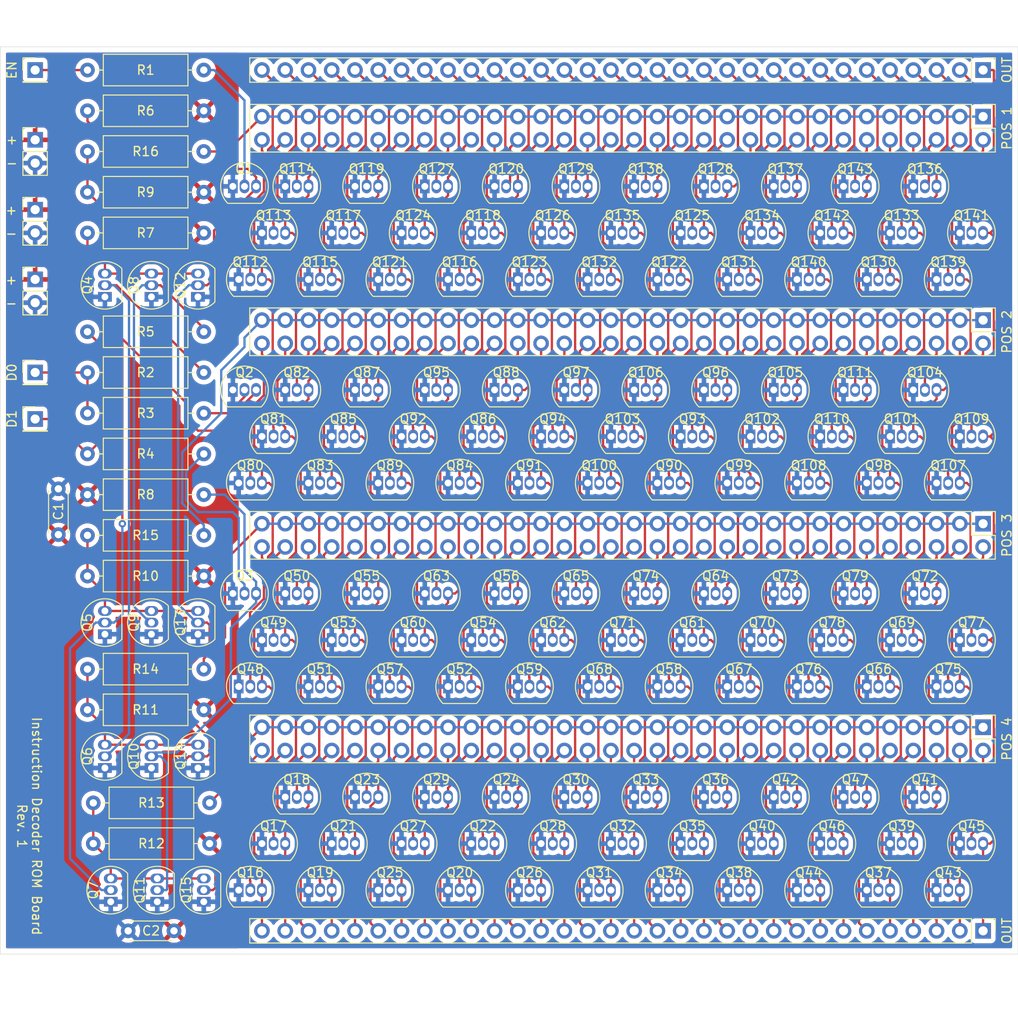
<source format=kicad_pcb>
(kicad_pcb (version 20221018) (generator pcbnew)
  (layers (0 "F.Cu" signal) (31 "B.Cu" signal) (34 "B.Paste" user) (35 "F.Paste" user) (36 "B.SilkS" user "B.Silkscreen") (37 "F.SilkS" user "F.Silkscreen") (38 "B.Mask" user) (39 "F.Mask" user) (44 "Edge.Cuts" user))
  (net 0 "")
  (net 1 "VCC")
  (net 2 "GND")
  (net 3 "Net-(J1-Pin_1)")
  (net 4 "Net-(J2-Pin_1)")
  (net 5 "Net-(J6-Pin_1)")
  (net 6 "Net-(J7-Pin_1)")
  (net 7 "Net-(J7-Pin_2)")
  (net 8 "Net-(J7-Pin_4)")
  (net 9 "Net-(J7-Pin_6)")
  (net 10 "Net-(J7-Pin_8)")
  (net 11 "Net-(J7-Pin_10)")
  (net 12 "Net-(J7-Pin_12)")
  (net 13 "Net-(J7-Pin_14)")
  (net 14 "Net-(J7-Pin_16)")
  (net 15 "Net-(J7-Pin_18)")
  (net 16 "Net-(J7-Pin_20)")
  (net 17 "Net-(J7-Pin_22)")
  (net 18 "Net-(J7-Pin_24)")
  (net 19 "Net-(J7-Pin_26)")
  (net 20 "Net-(J7-Pin_28)")
  (net 21 "Net-(J7-Pin_30)")
  (net 22 "Net-(J7-Pin_32)")
  (net 23 "Net-(J7-Pin_34)")
  (net 24 "Net-(J7-Pin_36)")
  (net 25 "Net-(J7-Pin_38)")
  (net 26 "Net-(J7-Pin_40)")
  (net 27 "Net-(J7-Pin_42)")
  (net 28 "Net-(J7-Pin_44)")
  (net 29 "Net-(J7-Pin_46)")
  (net 30 "Net-(J7-Pin_48)")
  (net 31 "Net-(J7-Pin_50)")
  (net 32 "Net-(J7-Pin_52)")
  (net 33 "Net-(J7-Pin_54)")
  (net 34 "Net-(J7-Pin_56)")
  (net 35 "Net-(J7-Pin_58)")
  (net 36 "Net-(J7-Pin_60)")
  (net 37 "Net-(J7-Pin_62)")
  (net 38 "Net-(J7-Pin_64)")
  (net 39 "Net-(J12-Pin_1)")
  (net 40 "Net-(J12-Pin_2)")
  (net 41 "Net-(J12-Pin_3)")
  (net 42 "Net-(J12-Pin_4)")
  (net 43 "Net-(J12-Pin_5)")
  (net 44 "Net-(J12-Pin_6)")
  (net 45 "Net-(J12-Pin_7)")
  (net 46 "Net-(J12-Pin_8)")
  (net 47 "Net-(J12-Pin_9)")
  (net 48 "Net-(J12-Pin_10)")
  (net 49 "Net-(J12-Pin_11)")
  (net 50 "Net-(J12-Pin_12)")
  (net 51 "Net-(J12-Pin_13)")
  (net 52 "Net-(J12-Pin_14)")
  (net 53 "Net-(J12-Pin_15)")
  (net 54 "Net-(J12-Pin_16)")
  (net 55 "Net-(J12-Pin_17)")
  (net 56 "Net-(J12-Pin_18)")
  (net 57 "Net-(J12-Pin_19)")
  (net 58 "Net-(J12-Pin_20)")
  (net 59 "Net-(J12-Pin_21)")
  (net 60 "Net-(J12-Pin_22)")
  (net 61 "Net-(J12-Pin_23)")
  (net 62 "Net-(J12-Pin_24)")
  (net 63 "Net-(J12-Pin_25)")
  (net 64 "Net-(J12-Pin_26)")
  (net 65 "Net-(J12-Pin_27)")
  (net 66 "Net-(J12-Pin_28)")
  (net 67 "Net-(J12-Pin_29)")
  (net 68 "Net-(J12-Pin_30)")
  (net 69 "Net-(J12-Pin_31)")
  (net 70 "Net-(J12-Pin_32)")
  (net 71 "Net-(J9-Pin_1)")
  (net 72 "Net-(J9-Pin_2)")
  (net 73 "Net-(J9-Pin_4)")
  (net 74 "Net-(J9-Pin_6)")
  (net 75 "Net-(J9-Pin_8)")
  (net 76 "Net-(J9-Pin_10)")
  (net 77 "Net-(J9-Pin_12)")
  (net 78 "Net-(J9-Pin_14)")
  (net 79 "Net-(J9-Pin_16)")
  (net 80 "Net-(J9-Pin_18)")
  (net 81 "Net-(J9-Pin_20)")
  (net 82 "Net-(J9-Pin_22)")
  (net 83 "Net-(J9-Pin_24)")
  (net 84 "Net-(J9-Pin_26)")
  (net 85 "Net-(J9-Pin_28)")
  (net 86 "Net-(J9-Pin_30)")
  (net 87 "Net-(J9-Pin_32)")
  (net 88 "Net-(J9-Pin_34)")
  (net 89 "Net-(J9-Pin_36)")
  (net 90 "Net-(J9-Pin_38)")
  (net 91 "Net-(J9-Pin_40)")
  (net 92 "Net-(J9-Pin_42)")
  (net 93 "Net-(J9-Pin_44)")
  (net 94 "Net-(J9-Pin_46)")
  (net 95 "Net-(J9-Pin_48)")
  (net 96 "Net-(J9-Pin_50)")
  (net 97 "Net-(J9-Pin_52)")
  (net 98 "Net-(J9-Pin_54)")
  (net 99 "Net-(J9-Pin_56)")
  (net 100 "Net-(J9-Pin_58)")
  (net 101 "Net-(J9-Pin_60)")
  (net 102 "Net-(J9-Pin_62)")
  (net 103 "Net-(J9-Pin_64)")
  (net 104 "Net-(J10-Pin_1)")
  (net 105 "Net-(J10-Pin_2)")
  (net 106 "Net-(J10-Pin_4)")
  (net 107 "Net-(J10-Pin_6)")
  (net 108 "Net-(J10-Pin_8)")
  (net 109 "Net-(J10-Pin_10)")
  (net 110 "Net-(J10-Pin_12)")
  (net 111 "Net-(J10-Pin_14)")
  (net 112 "Net-(J10-Pin_16)")
  (net 113 "Net-(J10-Pin_18)")
  (net 114 "Net-(J10-Pin_20)")
  (net 115 "Net-(J10-Pin_22)")
  (net 116 "Net-(J10-Pin_24)")
  (net 117 "Net-(J10-Pin_26)")
  (net 118 "Net-(J10-Pin_28)")
  (net 119 "Net-(J10-Pin_30)")
  (net 120 "Net-(J10-Pin_32)")
  (net 121 "Net-(J10-Pin_34)")
  (net 122 "Net-(J10-Pin_36)")
  (net 123 "Net-(J10-Pin_38)")
  (net 124 "Net-(J10-Pin_40)")
  (net 125 "Net-(J10-Pin_42)")
  (net 126 "Net-(J10-Pin_44)")
  (net 127 "Net-(J10-Pin_46)")
  (net 128 "Net-(J10-Pin_48)")
  (net 129 "Net-(J10-Pin_50)")
  (net 130 "Net-(J10-Pin_52)")
  (net 131 "Net-(J10-Pin_54)")
  (net 132 "Net-(J10-Pin_56)")
  (net 133 "Net-(J10-Pin_58)")
  (net 134 "Net-(J10-Pin_60)")
  (net 135 "Net-(J10-Pin_62)")
  (net 136 "Net-(J10-Pin_64)")
  (net 137 "Net-(J11-Pin_1)")
  (net 138 "Net-(J11-Pin_2)")
  (net 139 "Net-(J11-Pin_4)")
  (net 140 "Net-(J11-Pin_6)")
  (net 141 "Net-(J11-Pin_8)")
  (net 142 "Net-(J11-Pin_10)")
  (net 143 "Net-(J11-Pin_12)")
  (net 144 "Net-(J11-Pin_14)")
  (net 145 "Net-(J11-Pin_16)")
  (net 146 "Net-(J11-Pin_18)")
  (net 147 "Net-(J11-Pin_20)")
  (net 148 "Net-(J11-Pin_22)")
  (net 149 "Net-(J11-Pin_24)")
  (net 150 "Net-(J11-Pin_26)")
  (net 151 "Net-(J11-Pin_28)")
  (net 152 "Net-(J11-Pin_30)")
  (net 153 "Net-(J11-Pin_32)")
  (net 154 "Net-(J11-Pin_34)")
  (net 155 "Net-(J11-Pin_36)")
  (net 156 "Net-(J11-Pin_38)")
  (net 157 "Net-(J11-Pin_40)")
  (net 158 "Net-(J11-Pin_42)")
  (net 159 "Net-(J11-Pin_44)")
  (net 160 "Net-(J11-Pin_46)")
  (net 161 "Net-(J11-Pin_48)")
  (net 162 "Net-(J11-Pin_50)")
  (net 163 "Net-(J11-Pin_52)")
  (net 164 "Net-(J11-Pin_54)")
  (net 165 "Net-(J11-Pin_56)")
  (net 166 "Net-(J11-Pin_58)")
  (net 167 "Net-(J11-Pin_60)")
  (net 168 "Net-(J11-Pin_62)")
  (net 169 "Net-(J11-Pin_64)")
  (net 170 "Net-(Q1-B)")
  (net 171 "Net-(Q1-C)")
  (net 172 "Net-(Q2-B)")
  (net 173 "Net-(Q2-C)")
  (net 174 "Net-(Q3-B)")
  (net 175 "Net-(Q10-B)")
  (net 176 "Net-(Q4-B)")
  (net 177 "Net-(Q12-C)")
  (net 178 "Net-(Q13-C)")
  (net 179 "Net-(Q10-C)")
  (net 180 "Net-(Q11-C)")
  (net 181 "Net-(Q8-B)")
  (footprint "Capacitor_THT:C_Disc_D4.3mm_W1.9mm_P5.00mm" (layer "F.Cu") (at 89.455 152.4 180)
    (fp_text reference "C2")
    (fp_text value "0.1uF")
  )
  (footprint "Connector_PinHeader_2.54mm:PinHeader_1x02_P2.54mm_Vertical" (layer "F.Cu") (at 74.295 66.04)
    (fp_text reference "J3" hide)
    (fp_text value "Power")
  )
  (footprint "Connector_PinHeader_2.54mm:PinHeader_1x02_P2.54mm_Vertical" (layer "F.Cu") (at 74.295 81.28)
    (fp_text reference "J4" hide)
    (fp_text value "Power")
  )
  (footprint "Connector_PinHeader_2.54mm:PinHeader_1x02_P2.54mm_Vertical" (layer "F.Cu") (at 74.295 73.66)
    (fp_text reference "J5" hide)
    (fp_text value "Power")
  )
  (footprint "Package_TO_SOT_THT:TO-92_Inline" (layer "F.Cu") (at 95.885 71.12)
    (fp_text reference "Q1")
    (fp_text value "2N2222")
  )
  (footprint "Package_TO_SOT_THT:TO-92_Inline" (layer "F.Cu") (at 95.885 93.345)
    (fp_text reference "Q2")
    (fp_text value "2N2222")
  )
  (footprint "Package_TO_SOT_THT:TO-92_Inline" (layer "F.Cu") (at 95.885 115.57)
    (fp_text reference "Q3")
    (fp_text value "2N2222")
  )
  (footprint "Package_TO_SOT_THT:TO-92_Inline" (layer "F.Cu") (at 81.915 120.015 90)
    (fp_text reference "Q5")
    (fp_text value "2N2222")
  )
  (footprint "Package_TO_SOT_THT:TO-92_Inline" (layer "F.Cu") (at 81.915 134.62 90)
    (fp_text reference "Q6")
    (fp_text value "2N2222")
  )
  (footprint "Package_TO_SOT_THT:TO-92_Inline" (layer "F.Cu") (at 82.55 149.225 90)
    (fp_text reference "Q7")
    (fp_text value "2N2222")
  )
  (footprint "Package_TO_SOT_THT:TO-92_Inline" (layer "F.Cu") (at 86.995 120.015 90)
    (fp_text reference "Q9")
    (fp_text value "2N2222")
  )
  (footprint "Package_TO_SOT_THT:TO-92_Inline" (layer "F.Cu") (at 86.995 134.62 90)
    (fp_text reference "Q10")
    (fp_text value "2N2222")
  )
  (footprint "Package_TO_SOT_THT:TO-92_Inline" (layer "F.Cu") (at 87.63 149.225 90)
    (fp_text reference "Q11")
    (fp_text value "2N2222")
  )
  (footprint "Package_TO_SOT_THT:TO-92_Inline" (layer "F.Cu") (at 92.075 134.62 90)
    (fp_text reference "Q14")
    (fp_text value "2N2222")
  )
  (footprint "Package_TO_SOT_THT:TO-92_Inline" (layer "F.Cu") (at 92.71 149.225 90)
    (fp_text reference "Q15")
    (fp_text value "2N2222")
  )
  (footprint "Package_TO_SOT_THT:TO-92_Inline" (layer "F.Cu") (at 96.52 147.955)
    (fp_text reference "Q16")
    (fp_text value "2N2222")
  )
  (footprint "Package_TO_SOT_THT:TO-92_Inline" (layer "F.Cu") (at 99.06 142.875)
    (fp_text reference "Q17")
    (fp_text value "2N2222")
  )
  (footprint "Package_TO_SOT_THT:TO-92_Inline" (layer "F.Cu") (at 101.6 137.795)
    (fp_text reference "Q18")
    (fp_text value "2N2222")
  )
  (footprint "Package_TO_SOT_THT:TO-92_Inline" (layer "F.Cu") (at 104.14 147.955)
    (fp_text reference "Q19")
    (fp_text value "2N2222")
  )
  (footprint "Package_TO_SOT_THT:TO-92_Inline" (layer "F.Cu") (at 119.38 147.955)
    (fp_text reference "Q20")
    (fp_text value "2N2222")
  )
  (footprint "Package_TO_SOT_THT:TO-92_Inline" (layer "F.Cu") (at 106.68 142.875)
    (fp_text reference "Q21")
    (fp_text value "2N2222")
  )
  (footprint "Package_TO_SOT_THT:TO-92_Inline" (layer "F.Cu") (at 121.92 142.875)
    (fp_text reference "Q22")
    (fp_text value "2N2222")
  )
  (footprint "Package_TO_SOT_THT:TO-92_Inline" (layer "F.Cu") (at 109.22 137.795)
    (fp_text reference "Q23")
    (fp_text value "2N2222")
  )
  (footprint "Package_TO_SOT_THT:TO-92_Inline" (layer "F.Cu") (at 124.46 137.795)
    (fp_text reference "Q24")
    (fp_text value "2N2222")
  )
  (footprint "Package_TO_SOT_THT:TO-92_Inline" (layer "F.Cu") (at 111.76 147.955)
    (fp_text reference "Q25")
    (fp_text value "2N2222")
  )
  (footprint "Package_TO_SOT_THT:TO-92_Inline" (layer "F.Cu") (at 127 147.955)
    (fp_text reference "Q26")
    (fp_text value "2N2222")
  )
  (footprint "Package_TO_SOT_THT:TO-92_Inline" (layer "F.Cu") (at 114.3 142.875)
    (fp_text reference "Q27")
    (fp_text value "2N2222")
  )
  (footprint "Package_TO_SOT_THT:TO-92_Inline" (layer "F.Cu") (at 129.54 142.875)
    (fp_text reference "Q28")
    (fp_text value "2N2222")
  )
  (footprint "Package_TO_SOT_THT:TO-92_Inline" (layer "F.Cu") (at 116.84 137.795)
    (fp_text reference "Q29")
    (fp_text value "2N2222")
  )
  (footprint "Package_TO_SOT_THT:TO-92_Inline" (layer "F.Cu") (at 132.08 137.795)
    (fp_text reference "Q30")
    (fp_text value "2N2222")
  )
  (footprint "Package_TO_SOT_THT:TO-92_Inline" (layer "F.Cu") (at 134.62 147.955)
    (fp_text reference "Q31")
    (fp_text value "2N2222")
  )
  (footprint "Package_TO_SOT_THT:TO-92_Inline" (layer "F.Cu") (at 137.16 142.875)
    (fp_text reference "Q32")
    (fp_text value "2N2222")
  )
  (footprint "Package_TO_SOT_THT:TO-92_Inline" (layer "F.Cu") (at 139.7 137.795)
    (fp_text reference "Q33")
    (fp_text value "2N2222")
  )
  (footprint "Package_TO_SOT_THT:TO-92_Inline" (layer "F.Cu") (at 142.24 147.955)
    (fp_text reference "Q34")
    (fp_text value "2N2222")
  )
  (footprint "Package_TO_SOT_THT:TO-92_Inline" (layer "F.Cu") (at 144.78 142.875)
    (fp_text reference "Q35")
    (fp_text value "2N2222")
  )
  (footprint "Package_TO_SOT_THT:TO-92_Inline" (layer "F.Cu") (at 147.32 137.795)
    (fp_text reference "Q36")
    (fp_text value "2N2222")
  )
  (footprint "Package_TO_SOT_THT:TO-92_Inline" (layer "F.Cu") (at 165.1 147.955)
    (fp_text reference "Q37")
    (fp_text value "2N2222")
  )
  (footprint "Package_TO_SOT_THT:TO-92_Inline" (layer "F.Cu") (at 149.86 147.955)
    (fp_text reference "Q38")
    (fp_text value "2N2222")
  )
  (footprint "Package_TO_SOT_THT:TO-92_Inline" (layer "F.Cu") (at 167.64 142.875)
    (fp_text reference "Q39")
    (fp_text value "2N2222")
  )
  (footprint "Package_TO_SOT_THT:TO-92_Inline" (layer "F.Cu") (at 152.4 142.875)
    (fp_text reference "Q40")
    (fp_text value "2N2222")
  )
  (footprint "Package_TO_SOT_THT:TO-92_Inline" (layer "F.Cu") (at 170.18 137.795)
    (fp_text reference "Q41")
    (fp_text value "2N2222")
  )
  (footprint "Package_TO_SOT_THT:TO-92_Inline" (layer "F.Cu") (at 154.94 137.795)
    (fp_text reference "Q42")
    (fp_text value "2N2222")
  )
  (footprint "Package_TO_SOT_THT:TO-92_Inline" (layer "F.Cu") (at 172.72 147.955)
    (fp_text reference "Q43")
    (fp_text value "2N2222")
  )
  (footprint "Package_TO_SOT_THT:TO-92_Inline" (layer "F.Cu") (at 157.48 147.955)
    (fp_text reference "Q44")
    (fp_text value "2N2222")
  )
  (footprint "Package_TO_SOT_THT:TO-92_Inline" (layer "F.Cu") (at 175.26 142.875)
    (fp_text reference "Q45")
    (fp_text value "2N2222")
  )
  (footprint "Package_TO_SOT_THT:TO-92_Inline" (layer "F.Cu") (at 160.02 142.875)
    (fp_text reference "Q46")
    (fp_text value "2N2222")
  )
  (footprint "Package_TO_SOT_THT:TO-92_Inline" (layer "F.Cu") (at 162.56 137.795)
    (fp_text reference "Q47")
    (fp_text value "2N2222")
  )
  (footprint "Package_TO_SOT_THT:TO-92_Inline" (layer "F.Cu") (at 96.52 125.73)
    (fp_text reference "Q48")
    (fp_text value "2N2222")
  )
  (footprint "Package_TO_SOT_THT:TO-92_Inline" (layer "F.Cu") (at 99.06 120.65)
    (fp_text reference "Q49")
    (fp_text value "2N2222")
  )
  (footprint "Package_TO_SOT_THT:TO-92_Inline" (layer "F.Cu") (at 101.6 115.57)
    (fp_text reference "Q50")
    (fp_text value "2N2222")
  )
  (footprint "Package_TO_SOT_THT:TO-92_Inline" (layer "F.Cu") (at 104.14 125.73)
    (fp_text reference "Q51")
    (fp_text value "2N2222")
  )
  (footprint "Package_TO_SOT_THT:TO-92_Inline" (layer "F.Cu") (at 119.38 125.73)
    (fp_text reference "Q52")
    (fp_text value "2N2222")
  )
  (footprint "Package_TO_SOT_THT:TO-92_Inline" (layer "F.Cu") (at 106.68 120.65)
    (fp_text reference "Q53")
    (fp_text value "2N2222")
  )
  (footprint "Package_TO_SOT_THT:TO-92_Inline" (layer "F.Cu") (at 121.92 120.65)
    (fp_text reference "Q54")
    (fp_text value "2N2222")
  )
  (footprint "Package_TO_SOT_THT:TO-92_Inline" (layer "F.Cu") (at 109.22 115.57)
    (fp_text reference "Q55")
    (fp_text value "2N2222")
  )
  (footprint "Package_TO_SOT_THT:TO-92_Inline" (layer "F.Cu") (at 124.46 115.57)
    (fp_text reference "Q56")
    (fp_text value "2N2222")
  )
  (footprint "Package_TO_SOT_THT:TO-92_Inline" (layer "F.Cu") (at 111.76 125.73)
    (fp_text reference "Q57")
    (fp_text value "2N2222")
  )
  (footprint "Package_TO_SOT_THT:TO-92_Inline" (layer "F.Cu") (at 142.24 125.73)
    (fp_text reference "Q58")
    (fp_text value "2N2222")
  )
  (footprint "Package_TO_SOT_THT:TO-92_Inline" (layer "F.Cu") (at 127 125.73)
    (fp_text reference "Q59")
    (fp_text value "2N2222")
  )
  (footprint "Package_TO_SOT_THT:TO-92_Inline" (layer "F.Cu") (at 114.3 120.65)
    (fp_text reference "Q60")
    (fp_text value "2N2222")
  )
  (footprint "Package_TO_SOT_THT:TO-92_Inline" (layer "F.Cu") (at 144.78 120.65)
    (fp_text reference "Q61")
    (fp_text value "2N2222")
  )
  (footprint "Package_TO_SOT_THT:TO-92_Inline" (layer "F.Cu") (at 129.54 120.65)
    (fp_text reference "Q62")
    (fp_text value "2N2222")
  )
  (footprint "Package_TO_SOT_THT:TO-92_Inline" (layer "F.Cu") (at 116.84 115.57)
    (fp_text reference "Q63")
    (fp_text value "2N2222")
  )
  (footprint "Package_TO_SOT_THT:TO-92_Inline" (layer "F.Cu") (at 147.32 115.57)
    (fp_text reference "Q64")
    (fp_text value "2N2222")
  )
  (footprint "Package_TO_SOT_THT:TO-92_Inline" (layer "F.Cu") (at 132.08 115.57)
    (fp_text reference "Q65")
    (fp_text value "2N2222")
  )
  (footprint "Package_TO_SOT_THT:TO-92_Inline" (layer "F.Cu") (at 165.1 125.73)
    (fp_text reference "Q66")
    (fp_text value "2N2222")
  )
  (footprint "Package_TO_SOT_THT:TO-92_Inline" (layer "F.Cu") (at 149.86 125.73)
    (fp_text reference "Q67")
    (fp_text value "2N2222")
  )
  (footprint "Package_TO_SOT_THT:TO-92_Inline" (layer "F.Cu") (at 134.62 125.73)
    (fp_text reference "Q68")
    (fp_text value "2N2222")
  )
  (footprint "Package_TO_SOT_THT:TO-92_Inline" (layer "F.Cu") (at 167.64 120.65)
    (fp_text reference "Q69")
    (fp_text value "2N2222")
  )
  (footprint "Package_TO_SOT_THT:TO-92_Inline" (layer "F.Cu") (at 152.4 120.65)
    (fp_text reference "Q70")
    (fp_text value "2N2222")
  )
  (footprint "Package_TO_SOT_THT:TO-92_Inline" (layer "F.Cu") (at 137.16 120.65)
    (fp_text reference "Q71")
    (fp_text value "2N2222")
  )
  (footprint "Package_TO_SOT_THT:TO-92_Inline" (layer "F.Cu") (at 170.18 115.57)
    (fp_text reference "Q72")
    (fp_text value "2N2222")
  )
  (footprint "Package_TO_SOT_THT:TO-92_Inline" (layer "F.Cu") (at 154.94 115.57)
    (fp_text reference "Q73")
    (fp_text value "2N2222")
  )
  (footprint "Package_TO_SOT_THT:TO-92_Inline" (layer "F.Cu") (at 139.7 115.57)
    (fp_text reference "Q74")
    (fp_text value "2N2222")
  )
  (footprint "Package_TO_SOT_THT:TO-92_Inline" (layer "F.Cu") (at 172.72 125.73)
    (fp_text reference "Q75")
    (fp_text value "2N2222")
  )
  (footprint "Package_TO_SOT_THT:TO-92_Inline" (layer "F.Cu") (at 157.48 125.73)
    (fp_text reference "Q76")
    (fp_text value "2N2222")
  )
  (footprint "Package_TO_SOT_THT:TO-92_Inline" (layer "F.Cu") (at 175.26 120.65)
    (fp_text reference "Q77")
    (fp_text value "2N2222")
  )
  (footprint "Package_TO_SOT_THT:TO-92_Inline" (layer "F.Cu") (at 160.02 120.65)
    (fp_text reference "Q78")
    (fp_text value "2N2222")
  )
  (footprint "Package_TO_SOT_THT:TO-92_Inline" (layer "F.Cu") (at 162.56 115.57)
    (fp_text reference "Q79")
    (fp_text value "2N2222")
  )
  (footprint "Package_TO_SOT_THT:TO-92_Inline" (layer "F.Cu") (at 96.52 103.505)
    (fp_text reference "Q80")
    (fp_text value "2N2222")
  )
  (footprint "Package_TO_SOT_THT:TO-92_Inline" (layer "F.Cu") (at 99.06 98.425)
    (fp_text reference "Q81")
    (fp_text value "2N2222")
  )
  (footprint "Package_TO_SOT_THT:TO-92_Inline" (layer "F.Cu") (at 101.6 93.345)
    (fp_text reference "Q82")
    (fp_text value "2N2222")
  )
  (footprint "Package_TO_SOT_THT:TO-92_Inline" (layer "F.Cu") (at 104.14 103.505)
    (fp_text reference "Q83")
    (fp_text value "2N2222")
  )
  (footprint "Package_TO_SOT_THT:TO-92_Inline" (layer "F.Cu") (at 119.38 103.505)
    (fp_text reference "Q84")
    (fp_text value "2N2222")
  )
  (footprint "Package_TO_SOT_THT:TO-92_Inline" (layer "F.Cu") (at 106.68 98.425)
    (fp_text reference "Q85")
    (fp_text value "2N2222")
  )
  (footprint "Package_TO_SOT_THT:TO-92_Inline" (layer "F.Cu") (at 121.92 98.425)
    (fp_text reference "Q86")
    (fp_text value "2N2222")
  )
  (footprint "Package_TO_SOT_THT:TO-92_Inline" (layer "F.Cu") (at 109.22 93.345)
    (fp_text reference "Q87")
    (fp_text value "2N2222")
  )
  (footprint "Package_TO_SOT_THT:TO-92_Inline" (layer "F.Cu") (at 124.46 93.345)
    (fp_text reference "Q88")
    (fp_text value "2N2222")
  )
  (footprint "Package_TO_SOT_THT:TO-92_Inline" (layer "F.Cu") (at 111.76 103.505)
    (fp_text reference "Q89")
    (fp_text value "2N2222")
  )
  (footprint "Package_TO_SOT_THT:TO-92_Inline" (layer "F.Cu") (at 142.24 103.505)
    (fp_text reference "Q90")
    (fp_text value "2N2222")
  )
  (footprint "Package_TO_SOT_THT:TO-92_Inline" (layer "F.Cu") (at 127 103.505)
    (fp_text reference "Q91")
    (fp_text value "2N2222")
  )
  (footprint "Package_TO_SOT_THT:TO-92_Inline" (layer "F.Cu") (at 114.3 98.425)
    (fp_text reference "Q92")
    (fp_text value "2N2222")
  )
  (footprint "Package_TO_SOT_THT:TO-92_Inline" (layer "F.Cu") (at 144.78 98.425)
    (fp_text reference "Q93")
    (fp_text value "2N2222")
  )
  (footprint "Package_TO_SOT_THT:TO-92_Inline" (layer "F.Cu") (at 129.54 98.425)
    (fp_text reference "Q94")
    (fp_text value "2N2222")
  )
  (footprint "Package_TO_SOT_THT:TO-92_Inline" (layer "F.Cu") (at 116.84 93.345)
    (fp_text reference "Q95")
    (fp_text value "2N2222")
  )
  (footprint "Package_TO_SOT_THT:TO-92_Inline" (layer "F.Cu") (at 147.32 93.345)
    (fp_text reference "Q96")
    (fp_text value "2N2222")
  )
  (footprint "Package_TO_SOT_THT:TO-92_Inline" (layer "F.Cu") (at 132.08 93.345)
    (fp_text reference "Q97")
    (fp_text value "2N2222")
  )
  (footprint "Package_TO_SOT_THT:TO-92_Inline" (layer "F.Cu") (at 165.1 103.505)
    (fp_text reference "Q98")
    (fp_text value "2N2222")
  )
  (footprint "Package_TO_SOT_THT:TO-92_Inline" (layer "F.Cu") (at 149.86 103.505)
    (fp_text reference "Q99")
    (fp_text value "2N2222")
  )
  (footprint "Package_TO_SOT_THT:TO-92_Inline" (layer "F.Cu") (at 134.62 103.505)
    (fp_text reference "Q100")
    (fp_text value "2N2222")
  )
  (footprint "Package_TO_SOT_THT:TO-92_Inline" (layer "F.Cu") (at 167.64 98.425)
    (fp_text reference "Q101")
    (fp_text value "2N2222")
  )
  (footprint "Package_TO_SOT_THT:TO-92_Inline" (layer "F.Cu") (at 152.4 98.425)
    (fp_text reference "Q102")
    (fp_text value "2N2222")
  )
  (footprint "Package_TO_SOT_THT:TO-92_Inline" (layer "F.Cu") (at 137.16 98.425)
    (fp_text reference "Q103")
    (fp_text value "2N2222")
  )
  (footprint "Package_TO_SOT_THT:TO-92_Inline" (layer "F.Cu") (at 170.18 93.345)
    (fp_text reference "Q104")
    (fp_text value "2N2222")
  )
  (footprint "Package_TO_SOT_THT:TO-92_Inline" (layer "F.Cu") (at 154.94 93.345)
    (fp_text reference "Q105")
    (fp_text value "2N2222")
  )
  (footprint "Package_TO_SOT_THT:TO-92_Inline" (layer "F.Cu") (at 139.7 93.345)
    (fp_text reference "Q106")
    (fp_text value "2N2222")
  )
  (footprint "Package_TO_SOT_THT:TO-92_Inline" (layer "F.Cu") (at 172.72 103.505)
    (fp_text reference "Q107")
    (fp_text value "2N2222")
  )
  (footprint "Package_TO_SOT_THT:TO-92_Inline" (layer "F.Cu") (at 157.48 103.505)
    (fp_text reference "Q108")
    (fp_text value "2N2222")
  )
  (footprint "Package_TO_SOT_THT:TO-92_Inline" (layer "F.Cu") (at 175.26 98.425)
    (fp_text reference "Q109")
    (fp_text value "2N2222")
  )
  (footprint "Package_TO_SOT_THT:TO-92_Inline" (layer "F.Cu") (at 160.02 98.425)
    (fp_text reference "Q110")
    (fp_text value "2N2222")
  )
  (footprint "Package_TO_SOT_THT:TO-92_Inline" (layer "F.Cu") (at 162.56 93.345)
    (fp_text reference "Q111")
    (fp_text value "2N2222")
  )
  (footprint "Package_TO_SOT_THT:TO-92_Inline" (layer "F.Cu") (at 96.52 81.28)
    (fp_text reference "Q112")
    (fp_text value "2N2222")
  )
  (footprint "Package_TO_SOT_THT:TO-92_Inline" (layer "F.Cu") (at 99.06 76.2)
    (fp_text reference "Q113")
    (fp_text value "2N2222")
  )
  (footprint "Package_TO_SOT_THT:TO-92_Inline" (layer "F.Cu") (at 101.6 71.12)
    (fp_text reference "Q114")
    (fp_text value "2N2222")
  )
  (footprint "Package_TO_SOT_THT:TO-92_Inline" (layer "F.Cu") (at 104.14 81.28)
    (fp_text reference "Q115")
    (fp_text value "2N2222")
  )
  (footprint "Package_TO_SOT_THT:TO-92_Inline" (layer "F.Cu") (at 119.38 81.28)
    (fp_text reference "Q116")
    (fp_text value "2N2222")
  )
  (footprint "Package_TO_SOT_THT:TO-92_Inline" (layer "F.Cu") (at 106.68 76.2)
    (fp_text reference "Q117")
    (fp_text value "2N2222")
  )
  (footprint "Package_TO_SOT_THT:TO-92_Inline" (layer "F.Cu") (at 121.92 76.2)
    (fp_text reference "Q118")
    (fp_text value "2N2222")
  )
  (footprint "Package_TO_SOT_THT:TO-92_Inline" (layer "F.Cu") (at 109.22 71.12)
    (fp_text reference "Q119")
    (fp_text value "2N2222")
  )
  (footprint "Package_TO_SOT_THT:TO-92_Inline" (layer "F.Cu") (at 124.46 71.12)
    (fp_text reference "Q120")
    (fp_text value "2N2222")
  )
  (footprint "Package_TO_SOT_THT:TO-92_Inline" (layer "F.Cu") (at 111.76 81.28)
    (fp_text reference "Q121")
    (fp_text value "2N2222")
  )
  (footprint "Package_TO_SOT_THT:TO-92_Inline" (layer "F.Cu") (at 142.24 81.28)
    (fp_text reference "Q122")
    (fp_text value "2N2222")
  )
  (footprint "Package_TO_SOT_THT:TO-92_Inline" (layer "F.Cu") (at 127 81.28)
    (fp_text reference "Q123")
    (fp_text value "2N2222")
  )
  (footprint "Package_TO_SOT_THT:TO-92_Inline" (layer "F.Cu") (at 114.3 76.2)
    (fp_text reference "Q124")
    (fp_text value "2N2222")
  )
  (footprint "Package_TO_SOT_THT:TO-92_Inline" (layer "F.Cu") (at 144.78 76.2)
    (fp_text reference "Q125")
    (fp_text value "2N2222")
  )
  (footprint "Package_TO_SOT_THT:TO-92_Inline" (layer "F.Cu") (at 129.54 76.2)
    (fp_text reference "Q126")
    (fp_text value "2N2222")
  )
  (footprint "Package_TO_SOT_THT:TO-92_Inline" (layer "F.Cu") (at 116.84 71.12)
    (fp_text reference "Q127")
    (fp_text value "2N2222")
  )
  (footprint "Package_TO_SOT_THT:TO-92_Inline" (layer "F.Cu") (at 147.32 71.12)
    (fp_text reference "Q128")
    (fp_text value "2N2222")
  )
  (footprint "Package_TO_SOT_THT:TO-92_Inline" (layer "F.Cu") (at 132.08 71.12)
    (fp_text reference "Q129")
    (fp_text value "2N2222")
  )
  (footprint "Package_TO_SOT_THT:TO-92_Inline" (layer "F.Cu") (at 165.1 81.28)
    (fp_text reference "Q130")
    (fp_text value "2N2222")
  )
  (footprint "Package_TO_SOT_THT:TO-92_Inline" (layer "F.Cu") (at 149.86 81.28)
    (fp_text reference "Q131")
    (fp_text value "2N2222")
  )
  (footprint "Package_TO_SOT_THT:TO-92_Inline" (layer "F.Cu") (at 134.62 81.28)
    (fp_text reference "Q132")
    (fp_text value "2N2222")
  )
  (footprint "Package_TO_SOT_THT:TO-92_Inline" (layer "F.Cu") (at 167.64 76.2)
    (fp_text reference "Q133")
    (fp_text value "2N2222")
  )
  (footprint "Package_TO_SOT_THT:TO-92_Inline" (layer "F.Cu") (at 152.4 76.2)
    (fp_text reference "Q134")
    (fp_text value "2N2222")
  )
  (footprint "Package_TO_SOT_THT:TO-92_Inline" (layer "F.Cu") (at 137.16 76.2)
    (fp_text reference "Q135")
    (fp_text value "2N2222")
  )
  (footprint "Package_TO_SOT_THT:TO-92_Inline" (layer "F.Cu") (at 170.18 71.12)
    (fp_text reference "Q136")
    (fp_text value "2N2222")
  )
  (footprint "Package_TO_SOT_THT:TO-92_Inline" (layer "F.Cu") (at 154.94 71.12)
    (fp_text reference "Q137")
    (fp_text value "2N2222")
  )
  (footprint "Package_TO_SOT_THT:TO-92_Inline" (layer "F.Cu") (at 139.7 71.12)
    (fp_text reference "Q138")
    (fp_text value "2N2222")
  )
  (footprint "Package_TO_SOT_THT:TO-92_Inline" (layer "F.Cu") (at 172.72 81.28)
    (fp_text reference "Q139")
    (fp_text value "2N2222")
  )
  (footprint "Package_TO_SOT_THT:TO-92_Inline" (layer "F.Cu") (at 157.48 81.28)
    (fp_text reference "Q140")
    (fp_text value "2N2222")
  )
  (footprint "Package_TO_SOT_THT:TO-92_Inline" (layer "F.Cu") (at 175.26 76.2)
    (fp_text reference "Q141")
    (fp_text value "2N2222")
  )
  (footprint "Package_TO_SOT_THT:TO-92_Inline" (layer "F.Cu") (at 160.02 76.2)
    (fp_text reference "Q142")
    (fp_text value "2N2222")
  )
  (footprint "Package_TO_SOT_THT:TO-92_Inline" (layer "F.Cu") (at 162.56 71.12)
    (fp_text reference "Q143")
    (fp_text value "2N2222")
  )
  (footprint "Resistor_THT:R_Axial_DIN0309_L9.0mm_D3.2mm_P12.70mm_Horizontal" (layer "F.Cu") (at 92.71 58.42 180)
    (fp_text reference "R1")
    (fp_text value "10K")
  )
  (footprint "Resistor_THT:R_Axial_DIN0309_L9.0mm_D3.2mm_P12.70mm_Horizontal" (layer "F.Cu") (at 92.71 91.44 180)
    (fp_text reference "R2")
    (fp_text value "10K")
  )
  (footprint "Resistor_THT:R_Axial_DIN0309_L9.0mm_D3.2mm_P12.70mm_Horizontal" (layer "F.Cu") (at 92.71 95.885 180)
    (fp_text reference "R3")
    (fp_text value "10K")
  )
  (footprint "Resistor_THT:R_Axial_DIN0309_L9.0mm_D3.2mm_P12.70mm_Horizontal" (layer "F.Cu") (at 92.71 100.33 180)
    (fp_text reference "R4")
    (fp_text value "10K")
  )
  (footprint "Resistor_THT:R_Axial_DIN0309_L9.0mm_D3.2mm_P12.70mm_Horizontal" (layer "F.Cu") (at 92.71 86.995 180)
    (fp_text reference "R5")
    (fp_text value "10K")
  )
  (footprint "Resistor_THT:R_Axial_DIN0309_L9.0mm_D3.2mm_P12.70mm_Horizontal" (layer "F.Cu") (at 92.71 62.865 180)
    (fp_text reference "R6")
    (fp_text value "1K")
  )
  (footprint "Resistor_THT:R_Axial_DIN0309_L9.0mm_D3.2mm_P12.70mm_Horizontal" (layer "F.Cu") (at 92.71 76.2 180)
    (fp_text reference "R7")
    (fp_text value "1K")
  )
  (footprint "Resistor_THT:R_Axial_DIN0309_L9.0mm_D3.2mm_P12.70mm_Horizontal" (layer "F.Cu") (at 80.01 104.775)
    (fp_text reference "R8")
    (fp_text value "1K")
  )
  (footprint "Resistor_THT:R_Axial_DIN0309_L9.0mm_D3.2mm_P12.70mm_Horizontal" (layer "F.Cu") (at 92.71 113.665 180)
    (fp_text reference "R10")
    (fp_text value "1K")
  )
  (footprint "Resistor_THT:R_Axial_DIN0309_L9.0mm_D3.2mm_P12.70mm_Horizontal" (layer "F.Cu") (at 92.71 128.27 180)
    (fp_text reference "R11")
    (fp_text value "1K")
  )
  (footprint "Resistor_THT:R_Axial_DIN0309_L9.0mm_D3.2mm_P12.70mm_Horizontal" (layer "F.Cu") (at 93.345 142.875 180)
    (fp_text reference "R12")
    (fp_text value "1K")
  )
  (footprint "Resistor_THT:R_Axial_DIN0309_L9.0mm_D3.2mm_P12.70mm_Horizontal" (layer "F.Cu") (at 93.345 138.43 180)
    (fp_text reference "R13")
    (fp_text value "0")
  )
  (footprint "Resistor_THT:R_Axial_DIN0309_L9.0mm_D3.2mm_P12.70mm_Horizontal" (layer "F.Cu") (at 92.71 123.825 180)
    (fp_text reference "R14")
    (fp_text value "0")
  )
  (footprint "Resistor_THT:R_Axial_DIN0309_L9.0mm_D3.2mm_P12.70mm_Horizontal" (layer "F.Cu") (at 92.71 109.22 180)
    (fp_text reference "R15")
    (fp_text value "0")
  )
  (footprint "Resistor_THT:R_Axial_DIN0309_L9.0mm_D3.2mm_P12.70mm_Horizontal" (layer "F.Cu") (at 92.71 67.31 180)
    (fp_text reference "R16")
    (fp_text value "0")
  )
  (footprint "Package_TO_SOT_THT:TO-92_Inline" (layer "F.Cu") (at 92.075 120.015 90)
    (fp_text reference "Q13")
    (fp_text value "2N2222")
  )
  (footprint "Package_TO_SOT_THT:TO-92_Inline" (layer "F.Cu") (at 92.075 83.185 90)
    (fp_text reference "Q12")
    (fp_text value "2N2222")
  )
  (footprint "Package_TO_SOT_THT:TO-92_Inline" (layer "F.Cu") (at 86.995 83.185 90)
    (fp_text reference "Q8")
    (fp_text value "2N2222")
  )
  (footprint "Resistor_THT:R_Axial_DIN0309_L9.0mm_D3.2mm_P12.70mm_Horizontal" (layer "F.Cu") (at 92.71 71.755 180)
    (fp_text reference "R9")
    (fp_text value "1K")
  )
  (footprint "Package_TO_SOT_THT:TO-92_Inline" (layer "F.Cu") (at 81.915 83.185 90)
    (fp_text reference "Q4")
    (fp_text value "2N2222")
  )
  (footprint "Capacitor_THT:C_Disc_D4.3mm_W1.9mm_P5.00mm" (layer "F.Cu") (at 76.835 109.14 90)
    (fp_text reference "C1")
    (fp_text value "0.1uF")
  )
  (footprint "Connector_PinHeader_2.54mm:PinHeader_2x32_P2.54mm_Vertical" (layer "F.Cu") (at 177.8 107.95 -90)
    (fp_text reference "J9" hide)
    (fp_text value "BIT_3_CONFIG")
  )
  (footprint "Connector_PinHeader_2.54mm:PinHeader_1x32_P2.54mm_Vertical" (layer "F.Cu") (at 177.8 58.42 -90)
    (fp_text reference "J8" hide)
    (fp_text value "MICROCODE_OUTPUT")
  )
  (footprint "Connector_PinHeader_2.54mm:PinHeader_1x32_P2.54mm_Vertical" (layer "F.Cu") (at 177.8 152.4 -90)
    (fp_text reference "J12" hide)
    (fp_text value "MICROCODE_PASSTHROUGH")
  )
  (footprint "Connector_PinHeader_2.54mm:PinHeader_1x01_P2.54mm_Vertical" (layer "F.Cu") (at 74.295 58.42)
    (fp_text reference "J1" hide)
    (fp_text value "EN")
  )
  (footprint "Connector_PinHeader_2.54mm:PinHeader_2x32_P2.54mm_Vertical" (layer "F.Cu") (at 177.8 63.5 -90)
    (fp_text reference "J11" hide)
    (fp_text value "BIT_1_CONFIG")
  )
  (footprint "Connector_PinHeader_2.54mm:PinHeader_2x32_P2.54mm_Vertical" (layer "F.Cu") (at 177.8 85.725 -90)
    (fp_text reference "J10" hide)
    (fp_text value "BIT_2_CONFIG")
  )
  (footprint "Connector_PinHeader_2.54mm:PinHeader_2x32_P2.54mm_Vertical" (layer "F.Cu") (at 177.8 130.175 -90)
    (fp_text reference "J7" hide)
    (fp_text value "BIT_4_CONFIG")
  )
  (footprint "Connector_PinHeader_2.54mm:PinHeader_1x01_P2.54mm_Vertical" (layer "F.Cu") (at 74.295 96.52)
    (fp_text reference "J6" hide)
    (fp_text value "D1")
  )
  (footprint "Connector_PinHeader_2.54mm:PinHeader_1x01_P2.54mm_Vertical" (layer "F.Cu") (at 74.295 91.44)
    (fp_text reference "J2" hide)
    (fp_text value "D0")
  )
  (gr_line (start 70.485 154.94) (end 70.485 153.67) (stroke (width 0.05)) (layer "Edge.Cuts"))
  (gr_line (start 70.485 55.88) (end 70.485 56.515) (stroke (width 0.05)) (layer "Edge.Cuts"))
  (gr_line (start 99.695 55.88) (end 87.63 55.88) (stroke (width 0.05)) (layer "Edge.Cuts"))
  (gr_line (start 70.485 128.27) (end 70.485 153.67) (stroke (width 0.05)) (layer "Edge.Cuts"))
  (gr_line (start 159.385 154.94) (end 134.62 154.94) (stroke (width 0.05)) (layer "Edge.Cuts"))
  (gr_line (start 159.385 154.94) (end 181.61 154.94) (stroke (width 0.05)) (layer "Edge.Cuts"))
  (gr_line (start 120.015 55.88) (end 104.775 55.88) (stroke (width 0.05)) (layer "Edge.Cuts"))
  (gr_line (start 181.61 125.095) (end 181.61 96.52) (stroke (width 0.05)) (layer "Edge.Cuts"))
  (gr_line (start 112.395 154.94) (end 89.535 154.94) (stroke (width 0.05)) (layer "Edge.Cuts"))
  (gr_line (start 181.61 55.88) (end 173.355 55.88) (stroke (width 0.05)) (layer "Edge.Cuts"))
  (gr_line (start 70.485 79.375) (end 70.485 116.205) (stroke (width 0.05)) (layer "Edge.Cuts"))
  (gr_line (start 181.61 154.94) (end 181.61 125.095) (stroke (width 0.05)) (layer "Edge.Cuts"))
  (gr_line (start 70.485 116.205) (end 70.485 128.27) (stroke (width 0.05)) (layer "Edge.Cuts"))
  (gr_line (start 144.145 55.88) (end 120.015 55.88) (stroke (width 0.05)) (layer "Edge.Cuts"))
  (gr_line (start 104.775 55.88) (end 99.695 55.88) (stroke (width 0.05)) (layer "Edge.Cuts"))
  (gr_line (start 70.485 56.515) (end 70.485 79.375) (stroke (width 0.05)) (layer "Edge.Cuts"))
  (gr_line (start 134.62 154.94) (end 112.395 154.94) (stroke (width 0.05)) (layer "Edge.Cuts"))
  (gr_line (start 156.845 55.88) (end 144.145 55.88) (stroke (width 0.05)) (layer "Edge.Cuts"))
  (gr_line (start 89.535 154.94) (end 70.485 154.94) (stroke (width 0.05)) (layer "Edge.Cuts"))
  (gr_line (start 173.355 55.88) (end 156.845 55.88) (stroke (width 0.05)) (layer "Edge.Cuts"))
  (gr_line (start 181.61 96.52) (end 181.61 55.88) (stroke (width 0.05)) (layer "Edge.Cuts"))
  (gr_line (start 87.63 55.88) (end 70.485 55.88) (stroke (width 0.05)) (layer "Edge.Cuts"))
  (gr_text "-" (at 71.755 68.58) (layer "F.SilkS") (effects (font (size 1 1))))
  (gr_text "+" (at 71.695 73.72) (layer "F.SilkS") (effects (font (size 1 1))))
  (gr_text "-" (at 71.695 76.26) (layer "F.SilkS") (effects (font (size 1 1))))
  (gr_text "+" (at 71.695 81.34) (layer "F.SilkS") (effects (font (size 1 1))))
  (gr_text "-" (at 71.695 83.88) (layer "F.SilkS") (effects (font (size 1 1))))
  (gr_text "OUT" (at 180.975 152.4 90) (layer "F.SilkS") (effects (font (size 1 1)) (justify bottom)))
  (gr_text "POS 2" (at 180.975 86.995 90) (layer "F.SilkS") (effects (font (size 1 1)) (justify bottom)))
  (gr_text "POS 4" (at 180.975 131.445 90) (layer "F.SilkS") (effects (font (size 1 1)) (justify bottom)))
  (gr_text "+" (at 71.755 66.04) (layer "F.SilkS") (effects (font (size 1 1))))
  (gr_text "POS 1" (at 180.975 64.77 90) (layer "F.SilkS") (effects (font (size 1 1)) (justify bottom)))
  (gr_text "Instruction Decoder ROM Board\nRev. 1" (at 73.66 140.97 270) (layer "F.SilkS") (effects (font (size 1 1))))
  (gr_text "POS 3" (at 180.975 109.22 90) (layer "F.SilkS") (effects (font (size 1 1)) (justify bottom)))
  (gr_text "OUT" (at 180.975 58.42 90) (layer "F.SilkS") (effects (font (size 1 1)) (justify bottom)))
  (segment (start 74.295 58.42) (end 80.01 58.42) (width 0.25) (layer "F.Cu") (net 3))
  (segment (start 80.01 91.44) (end 80.01 95.885) (width 0.25) (layer "F.Cu") (net 4))
  (segment (start 74.295 91.44) (end 80.01 91.44) (width 0.25) (layer "F.Cu") (net 4))
  (segment (start 76.2 96.52) (end 80.01 100.33) (width 0.25) (layer "F.Cu") (net 5))
  (segment (start 80.809999 87.794999) (end 80.01 86.995) (width 0.25) (layer "F.Cu") (net 5))
  (segment (start 81.915 98.425) (end 81.915 88.9) (width 0.25) (layer "F.Cu") (net 5))
  (segment (start 74.295 96.52) (end 76.2 96.52) (width 0.25) (layer "F.Cu") (net 5))
  (segment (start 81.915 88.9) (end 80.809999 87.794999) (width 0.25) (layer "F.Cu") (net 5))
  (segment (start 80.01 100.33) (end 81.915 98.425) (width 0.25) (layer "F.Cu") (net 5))
  (segment (start 93.345 138.43) (end 97.155 134.62) (width 0.25) (layer "F.Cu") (net 6))
  (segment (start 97.155 132.08) (end 99.06 130.175) (width 0.25) (layer "F.Cu") (net 6))
  (segment (start 97.155 134.62) (end 97.155 132.08) (width 0.25) (layer "F.Cu") (net 6))
  (segment (start 99.06 130.175) (end 177.8 130.175) (width 0.25) (layer "B.Cu") (net 6))
  (segment (start 177.8 140.605) (end 176.53 141.875) (width 0.25) (layer "F.Cu") (net 7))
  (segment (start 176.53 141.875) (end 176.53 142.875) (width 0.25) (layer "F.Cu") (net 7))
  (segment (start 177.8 132.715) (end 177.8 140.605) (width 0.25) (layer "F.Cu") (net 7))
  (segment (start 173.99 146.955) (end 173.99 147.955) (width 0.25) (layer "F.Cu") (net 8))
  (segment (start 175.26 132.715) (end 175.26 140.378587) (width 0.25) (layer "F.Cu") (net 8))
  (segment (start 175.26 140.378587) (end 173.959988 141.678599) (width 0.25) (layer "F.Cu") (net 8))
  (segment (start 173.959988 141.678599) (end 173.959988 146.924988) (width 0.25) (layer "F.Cu") (net 8))
  (segment (start 173.959988 146.924988) (end 173.99 146.955) (width 0.25) (layer "F.Cu") (net 8))
  (segment (start 171.45 136.795) (end 171.45 137.795) (width 0.25) (layer "F.Cu") (net 9))
  (segment (start 171.45 135.187081) (end 171.45 136.795) (width 0.25) (layer "F.Cu") (net 9))
  (segment (start 172.72 132.715) (end 172.72 133.917081) (width 0.25) (layer "F.Cu") (net 9))
  (segment (start 172.72 133.917081) (end 171.45 135.187081) (width 0.25) (layer "F.Cu") (net 9))
  (segment (start 170.18 132.715) (end 168.879988 134.015012) (width 0.25) (layer "F.Cu") (net 10))
  (segment (start 168.879988 141.844988) (end 168.91 141.875) (width 0.25) (layer "F.Cu") (net 10))
  (segment (start 168.91 141.875) (end 168.91 142.875) (width 0.25) (layer "F.Cu") (net 10))
  (segment (start 168.879988 134.015012) (end 168.879988 141.844988) (width 0.25) (layer "F.Cu") (net 10))
  (segment (start 166.790001 134.66759) (end 166.339988 135.117603) (width 0.25) (layer "F.Cu") (net 11))
  (segment (start 166.790001 133.564999) (end 166.790001 134.66759) (width 0.25) (layer "F.Cu") (net 11))
  (segment (start 166.339988 135.117603) (end 166.339988 146.924988) (width 0.25) (layer "F.Cu") (net 11))
  (segment (start 167.64 132.715) (end 166.790001 133.564999) (width 0.25) (layer "F.Cu") (net 11))
  (segment (start 166.37 146.955) (end 166.37 147.955) (width 0.25) (layer "F.Cu") (net 11))
  (segment (start 166.339988 146.924988) (end 166.37 146.955) (width 0.25) (layer "F.Cu") (net 11))
  (segment (start 163.83 136.795) (end 163.83 137.795) (width 0.25) (layer "F.Cu") (net 12))
  (segment (start 163.83 135.187081) (end 163.83 136.795) (width 0.25) (layer "F.Cu") (net 12))
  (segment (start 165.1 132.715) (end 165.1 133.917081) (width 0.25) (layer "F.Cu") (net 12))
  (segment (start 165.1 133.917081) (end 163.83 135.187081) (width 0.25) (layer "F.Cu") (net 12))
  (segment (start 161.259988 141.844988) (end 161.29 141.875) (width 0.25) (layer "F.Cu") (net 13))
  (segment (start 161.259988 134.015012) (end 161.259988 141.844988) (width 0.25) (layer "F.Cu") (net 13))
  (segment (start 161.29 141.875) (end 161.29 142.875) (width 0.25) (layer "F.Cu") (net 13))
  (segment (start 162.56 132.715) (end 161.259988 134.015012) (width 0.25) (layer "F.Cu") (net 13))
  (segment (start 160.02 132.715) (end 160.02 133.98359) (width 0.25) (layer "F.Cu") (net 14))
  (segment (start 158.719988 135.283601) (end 158.719988 146.924988) (width 0.25) (layer "F.Cu") (net 14))
  (segment (start 158.719988 146.924988) (end 158.75 146.955) (width 0.25) (layer "F.Cu") (net 14))
  (segment (start 158.75 146.955) (end 158.75 147.955) (width 0.25) (layer "F.Cu") (net 14))
  (segment (start 160.02 133.98359) (end 158.719988 135.283601) (width 0.25) (layer "F.Cu") (net 14))
  (segment (start 157.48 133.917081) (end 156.21 135.187081) (width 0.25) (layer "F.Cu") (net 15))
  (segment (start 156.21 136.795) (end 156.21 137.795) (width 0.25) (layer "F.Cu") (net 15))
  (segment (start 157.48 132.715) (end 157.48 133.917081) (width 0.25) (layer "F.Cu") (net 15))
  (segment (start 156.21 135.187081) (end 156.21 136.795) (width 0.25) (layer "F.Cu") (net 15))
  (segment (start 153.67 141.875) (end 153.67 142.875) (width 0.25) (layer "F.Cu") (net 16))
  (segment (start 153.639988 134.015012) (end 153.639988 141.844988) (width 0.25) (layer "F.Cu") (net 16))
  (segment (start 153.639988 141.844988) (end 153.67 141.875) (width 0.25) (layer "F.Cu") (net 16))
  (segment (start 154.94 132.715) (end 153.639988 134.015012) (width 0.25) (layer "F.Cu") (net 16))
  (segment (start 152.4 132.715) (end 151.550001 133.564999) (width 0.25) (layer "F.Cu") (net 17))
  (segment (start 151.13 146.955) (end 151.13 147.955) (width 0.25) (layer "F.Cu") (net 17))
  (segment (start 151.550001 133.564999) (end 151.550001 134.66759) (width 0.25) (layer "F.Cu") (net 17))
  (segment (start 151.099988 146.924988) (end 151.13 146.955) (width 0.25) (layer "F.Cu") (net 17))
  (segment (start 151.099988 135.117603) (end 151.099988 146.924988) (width 0.25) (layer "F.Cu") (net 17))
  (segment (start 151.550001 134.66759) (end 151.099988 135.117603) (width 0.25) (layer "F.Cu") (net 17))
  (segment (start 149.86 132.715) (end 149.86 133.917081) (width 0.25) (layer "F.Cu") (net 18))
  (segment (start 148.59 135.187081) (end 148.59 136.795) (width 0.25) (layer "F.Cu") (net 18))
  (segment (start 148.59 136.795) (end 148.59 137.795) (width 0.25) (layer "F.Cu") (net 18))
  (segment (start 149.86 133.917081) (end 148.59 135.187081) (width 0.25) (layer "F.Cu") (net 18))
  (segment (start 146.019988 141.844988) (end 146.05 141.875) (width 0.25) (layer "F.Cu") (net 19))
  (segment (start 146.019988 134.015012) (end 146.019988 141.844988) (width 0.25) (layer "F.Cu") (net 19))
  (segment (start 147.32 132.715) (end 146.019988 134.015012) (width 0.25) (layer "F.Cu") (net 19))
  (segment (start 146.05 141.875) (end 146.05 142.875) (width 0.25) (layer "F.Cu") (net 19))
  (segment (start 143.51 146.955) (end 143.51 147.955) (width 0.25) (layer "F.Cu") (net 20))
  (segment (start 144.78 132.715) (end 143.479988 134.015012) (width 0.25) (layer "F.Cu") (net 20))
  (segment (start 143.479988 146.924988) (end 143.51 146.955) (width 0.25) (layer "F.Cu") (net 20))
  (segment (start 143.479988 134.015012) (end 143.479988 146.924988) (width 0.25) (layer "F.Cu") (net 20))
  (segment (start 142.24 133.917081) (end 140.97 135.187081) (width 0.25) (layer "F.Cu") (net 21))
  (segment (start 140.97 136.795) (end 140.97 137.795) (width 0.25) (layer "F.Cu") (net 21))
  (segment (start 140.97 135.187081) (end 140.97 136.795) (width 0.25) (layer "F.Cu") (net 21))
  (segment (start 142.24 132.715) (end 142.24 133.917081) (width 0.25) (layer "F.Cu") (net 21))
  (segment (start 138.43 141.875) (end 138.43 142.875) (width 0.25) (layer "F.Cu") (net 22))
  (segment (start 139.7 135.298587) (end 138.399988 136.598599) (width 0.25) (layer "F.Cu") (net 22))
  (segment (start 139.7 132.715) (end 139.7 135.298587) (width 0.25) (layer "F.Cu") (net 22))
  (segment (start 138.399988 136.598599) (end 138.399988 141.844988) (width 0.25) (layer "F.Cu") (net 22))
  (segment (start 138.399988 141.844988) (end 138.43 141.875) (width 0.25) (layer "F.Cu") (net 22))
  (segment (start 137.16 137.158589) (end 135.439991 138.878598) (width 0.25) (layer "F.Cu") (net 23))
  (segment (start 135.439991 146.504991) (end 135.89 146.955) (width 0.25) (layer "F.Cu") (net 23))
  (segment (start 137.16 132.715) (end 137.16 137.158589) (width 0.25) (layer "F.Cu") (net 23))
  (segment (start 135.439991 138.878598) (end 135.439991 146.504991) (width 0.25) (layer "F.Cu") (net 23))
  (segment (start 135.89 146.955) (end 135.89 147.955) (width 0.25) (layer "F.Cu") (net 23))
  (segment (start 133.35 135.187081) (end 133.35 136.795) (width 0.25) (layer "F.Cu") (net 24))
  (segment (start 134.62 133.917081) (end 133.35 135.187081) (width 0.25) (layer "F.Cu") (net 24))
  (segment (start 133.35 136.795) (end 133.35 137.795) (width 0.25) (layer "F.Cu") (net 24))
  (segment (start 134.62 132.715) (end 134.62 133.917081) (width 0.25) (layer "F.Cu") (net 24))
  (segment (start 132.08 132.715) (end 130.779988 134.015012) (width 0.25) (layer "F.Cu") (net 25))
  (segment (start 130.81 141.875) (end 130.81 142.875) (width 0.25) (layer "F.Cu") (net 25))
  (segment (start 130.779988 134.015012) (end 130.779988 141.844988) (width 0.25) (layer "F.Cu") (net 25))
  (segment (start 130.779988 141.844988) (end 130.81 141.875) (width 0.25) (layer "F.Cu") (net 25))
  (segment (start 129.54 140.378588) (end 128.239988 141.678599) (width 0.25) (layer "F.Cu") (net 26))
  (segment (start 128.27 146.955) (end 128.27 147.955) (width 0.25) (layer "F.Cu") (net 26))
  (segment (start 128.239988 146.924988) (end 128.27 146.955) (width 0.25) (layer "F.Cu") (net 26))
  (segment (start 129.54 132.715) (end 129.54 140.378588) (width 0.25) (layer "F.Cu") (net 26))
  (segment (start 128.239988 141.678599) (end 128.239988 146.924988) (width 0.25) (layer "F.Cu") (net 26))
  (segment (start 127 133.917081) (end 125.73 135.187081) (width 0.25) (layer "F.Cu") (net 27))
  (segment (start 127 132.715) (end 127 133.917081) (width 0.25) (layer "F.Cu") (net 27))
  (segment (start 125.73 136.795) (end 125.73 137.795) (width 0.25) (layer "F.Cu") (net 27))
  (segment (start 125.73 135.187081) (end 125.73 136.795) (width 0.25) (layer "F.Cu") (net 27))
  (segment (start 123.159988 141.844988) (end 123.19 141.875) (width 0.25) (layer "F.Cu") (net 28))
  (segment (start 124.46 132.715) (end 123.159988 134.015012) (width 0.25) (layer "F.Cu") (net 28))
  (segment (start 123.159988 134.015012) (end 123.159988 141.844988) (width 0.25) (layer "F.Cu") (net 28))
  (segment (start 123.19 141.875) (end 123.19 142.875) (width 0.25) (layer "F.Cu") (net 28))
  (segment (start 121.92 132.715) (end 120.619988 134.015012) (width 0.25) (layer "F.Cu") (net 29))
  (segment (start 120.619988 146.924988) (end 120.65 146.955) (width 0.25) (layer "F.Cu") (net 29))
  (segment (start 120.619988 134.015012) (end 120.619988 146.924988) (width 0.25) (layer "F.Cu") (net 29))
  (segment (start 120.65 146.955) (end 120.65 147.955) (width 0.25) (layer "F.Cu") (net 29))
  (segment (start 118.11 135.187081) (end 118.11 136.795) (width 0.25) (layer "F.Cu") (net 30))
  (segment (start 119.38 132.715) (end 119.38 133.917081) (width 0.25) (layer "F.Cu") (net 30))
  (segment (start 118.11 136.795) (end 118.11 137.795) (width 0.25) (layer "F.Cu") (net 30))
  (segment (start 119.38 133.917081) (end 118.11 135.187081) (width 0.25) (layer "F.Cu") (net 30))
  (segment (start 115.57 141.875) (end 115.57 142.875) (width 0.25) (layer "F.Cu") (net 31))
  (segment (start 115.539988 134.015012) (end 115.539988 141.844988) (width 0.25) (layer "F.Cu") (net 31))
  (segment (start 115.539988 141.844988) (end 115.57 141.875) (width 0.25) (layer "F.Cu") (net 31))
  (segment (start 116.84 132.715) (end 115.539988 134.015012) (width 0.25) (layer "F.Cu") (net 31))
  (segment (start 112.999988 135.117603) (end 112.999988 146.924988) (width 0.25) (layer "F.Cu") (net 32))
  (segment (start 113.450001 134.66759) (end 112.999988 135.117603) (width 0.25) (layer "F.Cu") (net 32))
  (segment (start 113.450001 133.564999) (end 113.450001 134.66759) (width 0.25) (layer "F.Cu") (net 32))
  (segment (start 114.3 132.715) (end 113.450001 133.564999) (width 0.25) (layer "F.Cu") (net 32))
  (segment (start 113.03 146.955) (end 113.03 147.955) (width 0.25) (layer "F.Cu") (net 32))
  (segment (start 112.999988 146.924988) (end 113.03 146.955) (width 0.25) (layer "F.Cu") (net 32))
  (segment (start 110.49 135.187081) (end 110.49 136.795) (width 0.25) (layer "F.Cu") (net 33))
  (segment (start 111.76 132.715) (end 111.76 133.917081) (width 0.25) (layer "F.Cu") (net 33))
  (segment (start 110.49 136.795) (end 110.49 137.795) (width 0.25) (layer "F.Cu") (net 33))
  (segment (start 111.76 133.917081) (end 110.49 135.187081) (width 0.25) (layer "F.Cu") (net 33))
  (segment (start 107.919988 134.015012) (end 107.919988 141.844988) (width 0.25) (layer "F.Cu") (net 34))
  (segment (start 109.22 132.715) (end 107.919988 134.015012) (width 0.25) (layer "F.Cu") (net 34))
  (segment (start 107.919988 141.844988) (end 107.95 141.875) (width 0.25) (layer "F.Cu") (net 34))
  (segment (start 107.95 141.875) (end 107.95 142.875) (width 0.25) (layer "F.Cu") (net 34))
  (segment (start 105.379988 134.015012) (end 105.379988 146.924988) (width 0.25) (layer "F.Cu") (net 35))
  (segment (start 105.41 146.955) (end 105.41 147.955) (width 0.25) (layer "F.Cu") (net 35))
  (segment (start 106.68 132.715) (end 105.379988 134.015012) (width 0.25) (layer "F.Cu") (net 35))
  (segment (start 105.379988 146.924988) (end 105.41 146.955) (width 0.25) (layer "F.Cu") (net 35))
  (segment (start 104.14 132.715) (end 102.87 133.985) (width 0.25) (layer "F.Cu") (net 36))
  (segment (start 102.87 133.985) (end 102.87 137.795) (width 0.25) (layer "F.Cu") (net 36))
  (segment (start 100.33 141.875) (end 100.33 142.875) (width 0.25) (layer "F.Cu") (net 37))
  (segment (start 100.299988 134.015012) (end 100.299988 141.844988) (width 0.25) (layer "F.Cu") (net 37))
  (segment (start 100.299988 141.844988) (end 100.33 141.875) (width 0.25) (layer "F.Cu") (net 37))
  (segment (start 101.6 132.715) (end 100.299988 134.015012) (width 0.25) (layer "F.Cu") (net 37))
  (segment (start 99.06 132.715) (end 97.759988 134.015012) (width 0.25) (layer "F.Cu") (net 38))
  (segment (start 97.759988 134.015012) (end 97.759988 146.924988) (width 0.25) (layer "F.Cu") (net 38))
  (segment (start 97.759988 146.924988) (end 97.79 146.955) (width 0.25) (layer "F.Cu") (net 38))
  (segment (start 97.79 146.955) (end 97.79 147.955) (width 0.25) (layer "F.Cu") (net 38))
  (segment (start 177.8 142.875) (end 178.575 142.875) (width 0.25) (layer "F.Cu") (net 39))
  (segment (start 178.9 58.42) (end 177.8 58.42) (width 0.25) (layer "F.Cu") (net 39))
  (segment (start 177.8 152.4) (end 177.8 142.875) (width 0.25) (layer "F.Cu") (net 39))
  (segment (start 178.975001 98.825001) (end 178.575 98.425) (width 0.25) (layer "F.Cu") (net 39))
  (segment (start 177.8 76.2) (end 178.575 76.2) (width 0.25) (layer "F.Cu") (net 39))
  (segment (start 178.975001 121.050001) (end 178.575 120.65) (width 0.25) (layer "F.Cu") (net 39))
  (segment (start 178.975001 142.474999) (end 178.975001 121.050001) (width 0.25) (layer "F.Cu") (net 39))
  (segment (start 178.975001 98.024999) (end 178.975001 76.600001) (width 0.25) (layer "F.Cu") (net 39))
  (segment (start 178.975001 120.249999) (end 178.975001 98.825001) (width 0.25) (layer "F.Cu") (net 39))
  (segment (start 178.975001 76.600001) (end 178.575 76.2) (width 0.25) (layer "F.Cu") (net 39))
  (segment (start 178.575 120.65) (end 178.975001 120.249999) (width 0.25) (layer "F.Cu") (net 39))
  (segment (start 177.8 120.65) (end 178.575 120.65) (width 0.25) (layer "F.Cu") (net 39))
  (segment (start 178.575 98.425) (end 178.975001 98.024999) (width 0.25) (layer "F.Cu") (net 39))
  (segment (start 177.8 98.425) (end 178.575 98.425) (width 0.25) (layer "F.Cu") (net 39))
  (segment (start 178.575 142.875) (end 178.975001 142.474999) (width 0.25) (layer "F.Cu") (net 39))
  (segment (start 178.575 76.2) (end 178.975001 75.799999) (width 0.25) (layer "F.Cu") (net 39))
  (segment (start 178.975001 58.495001) (end 178.9 58.42) (width 0.25) (layer "F.Cu") (net 39))
  (segment (start 178.975001 75.799999) (end 178.975001 58.495001) (width 0.25) (layer "F.Cu") (net 39))
  (segment (start 176.035 103.505) (end 175.26 103.505) (width 0.25) (layer "F.Cu") (net 40))
  (segment (start 174.409999 77.210001) (end 174.409999 68.629003) (width 0.25) (layer "F.Cu") (net 40))
  (segment (start 174.409999 121.660001) (end 174.409999 113.079003) (width 0.25) (layer "F.Cu") (net 40))
  (segment (start 175.26 125.73) (end 175.26 122.510002) (width 0.25) (layer "F.Cu") (net 40))
  (segment (start 175.26 81.28) (end 175.26 78.060002) (width 0.25) (layer "F.Cu") (net 40))
  (segment (start 175.26 152.4) (end 175.26 147.955) (width 0.25) (layer "F.Cu") (net 40))
  (segment (start 175.895 95.929998) (end 175.895 89.369002) (width 0.25) (layer "F.Cu") (net 40))
  (segment (start 176.435001 126.130001) (end 176.035 125.73) (width 0.25) (layer "F.Cu") (net 40))
  (segment (start 175.26 144.735002) (end 174.409999 143.885001) (width 0.25) (layer "F.Cu") (net 40))
  (segment (start 175.26 103.505) (end 175.26 100.285002) (width 0.25) (layer "F.Cu") (net 40))
  (segment (start 176.435001 66.604001) (end 176.435001 59.595001) (width 0.25) (layer "F.Cu") (net 40))
  (segment (start 176.035 81.28) (end 175.26 81.28) (width 0.25) (layer "F.Cu") (net 40))
  (segment (start 176.435001 88.829001) (end 176.435001 81.680001) (width 0.25) (layer "F.Cu") (net 40))
  (segment (start 176.435001 59.595001) (end 176.109999 59.269999) (width 0.25) (layer "F.Cu") (net 40))
  (segment (start 176.109999 59.269999) (end 175.26 58.42) (width 0.25) (layer "F.Cu") (net 40))
  (segment (start 176.435001 81.680001) (end 176.035 81.28) (width 0.25) (layer "F.Cu") (net 40))
  (segment (start 175.26 100.285002) (end 174.409999 99.435001) (width 0.25) (layer "F.Cu") (net 40))
  (segment (start 176.435001 111.054001) (end 176.435001 103.905001) (width 0.25) (layer "F.Cu") (net 40))
  (segment (start 174.409999 141.864999) (end 176.435001 139.839997) (width 0.25) (layer "F.Cu") (net 40))
  (segment (start 174.409999 68.629003) (end 176.435001 66.604001) (width 0.25) (layer "F.Cu") (net 40))
  (segment (start 174.409999 99.435001) (end 174.409999 97.414999) (width 0.25) (layer "F.Cu") (net 40))
  (segment (start 176.435001 139.839997) (end 176.435001 126.130001) (width 0.25) (layer "F.Cu") (net 40))
  (segment (start 175.895 89.369002) (end 176.435001 88.829001) (width 0.25) (layer "F.Cu") (net 40))
  (segment (start 175.26 147.955) (end 175.26 144.735002) (width 0.25) (layer "F.Cu") (net 40))
  (segment (start 175.26 78.060002) (end 174.409999 77.210001) (width 0.25) (layer "F.Cu") (net 40))
  (segment (start 176.035 125.73) (end 175.26 125.73) (width 0.25) (layer "F.Cu") (net 40))
  (segment (start 176.435001 103.905001) (end 176.035 103.505) (width 0.25) (layer "F.Cu") (net 40))
  (segment (start 174.409999 97.414999) (end 175.895 95.929998) (width 0.25) (layer "F.Cu") (net 40))
  (segment (start 175.26 122.510002) (end 174.409999 121.660001) (width 0.25) (layer "F.Cu") (net 40))
  (segment (start 174.409999 113.079003) (end 176.435001 111.054001) (width 0.25) (layer "F.Cu") (net 40))
  (segment (start 174.409999 143.885001) (end 174.409999 141.864999) (width 0.25) (layer "F.Cu") (net 40))
  (segment (start 173.895001 59.595001) (end 173.569999 59.269999) (width 0.25) (layer "F.Cu") (net 41))
  (segment (start 173.495 93.345) (end 173.895001 92.944999) (width 0.25) (layer "F.Cu") (net 41))
  (segment (start 173.895001 84.315003) (end 171.869999 82.290001) (width 0.25) (layer "F.Cu") (net 41))
  (segment (start 173.895001 66.604001) (end 173.895001 59.595001) (width 0.25) (layer "F.Cu") (net 41))
  (segment (start 172.72 94.345) (end 172.72 93.345) (width 0.25) (layer "F.Cu") (net 41))
  (segment (start 173.895001 128.765003) (end 171.869999 126.740001) (width 0.25) (layer "F.Cu") (net 41))
  (segment (start 172.72 138.795) (end 172.72 137.795) (width 0.25) (layer "F.Cu") (net 41))
  (segment (start 171.869999 104.515001) (end 171.869999 95.195001) (width 0.25) (layer "F.Cu") (net 41))
  (segment (start 171.869999 72.970001) (end 172.72 72.12) (width 0.25) (layer "F.Cu") (net 41))
  (segment (start 172.72 93.345) (end 173.495 93.345) (width 0.25) (layer "F.Cu") (net 41))
  (segment (start 171.869999 95.195001) (end 172.72 94.345) (width 0.25) (layer "F.Cu") (net 41))
  (segment (start 173.284001 114.005999) (end 173.284001 111.665001) (width 0.25) (layer "F.Cu") (net 41))
  (segment (start 173.569999 59.269999) (end 172.72 58.42) (width 0.25) (layer "F.Cu") (net 41))
  (segment (start 172.72 151.197919) (end 171.869999 150.347918) (width 0.25) (layer "F.Cu") (net 41))
  (segment (start 171.869999 150.347918) (end 171.869999 139.645001) (width 0.25) (layer "F.Cu") (net 41))
  (segment (start 172.72 114.57) (end 173.284001 114.005999) (width 0.25) (layer "F.Cu") (net 41))
  (segment (start 172.72 116.57) (end 172.72 115.57) (width 0.25) (layer "F.Cu") (net 41))
  (segment (start 173.284001 111.665001) (end 173.895001 111.054001) (width 0.25) (layer "F.Cu") (net 41))
  (segment (start 172.72 71.12) (end 172.72 67.779002) (width 0.25) (layer "F.Cu") (net 41))
  (segment (start 171.869999 126.740001) (end 171.869999 117.420001) (width 0.25) (layer "F.Cu") (net 41))
  (segment (start 173.895001 111.054001) (end 173.895001 106.540003) (width 0.25) (layer "F.Cu") (net 41))
  (segment (start 172.72 137.795) (end 172.72 136.795) (width 0.25) (layer "F.Cu") (net 41))
  (segment (start 172.72 72.12) (end 172.72 71.12) (width 0.25) (layer "F.Cu") (net 41))
  (segment (start 171.869999 117.420001) (end 172.72 116.57) (width 0.25) (layer "F.Cu") (net 41))
  (segment (start 171.869999 139.645001) (end 172.72 138.795) (width 0.25) (layer "F.Cu") (net 41))
  (segment (start 172.72 115.57) (end 172.72 114.57) (width 0.25) (layer "F.Cu") (net 41))
  (segment (start 173.895001 106.540003) (end 171.869999 104.515001) (width 0.25) (layer "F.Cu") (net 41))
  (segment (start 171.869999 82.290001) (end 171.869999 72.970001) (width 0.25) (layer "F.Cu") (net 41))
  (segment (start 173.895001 92.944999) (end 173.895001 84.315003) (width 0.25) (layer "F.Cu") (net 41))
  (segment (start 172.72 67.779002) (end 173.895001 66.604001) (width 0.25) (layer "F.Cu") (net 41))
  (segment (start 172.72 152.4) (end 172.72 151.197919) (width 0.25) (layer "F.Cu") (net 41))
  (segment (start 173.895001 135.619999) (end 173.895001 128.765003) (width 0.25) (layer "F.Cu") (net 41))
  (segment (start 172.72 136.795) (end 173.895001 135.619999) (width 0.25) (layer "F.Cu") (net 41))
  (segment (start 171.355001 59.595001) (end 171.029999 59.269999) (width 0.25) (layer "F.Cu") (net 42))
  (segment (start 171.355001 111.054001) (end 171.355001 98.825001) (width 0.25) (layer "F.Cu") (net 42))
  (segment (start 170.18 139.655002) (end 169.329999 138.805001) (width 0.25) (layer "F.Cu") (net 42))
  (segment (start 170.955 98.425) (end 170.18 98.425) (width 0.25) (layer "F.Cu") (net 42))
  (segment (start 169.329999 135.304003) (end 171.355001 133.279001) (width 0.25) (layer "F.Cu") (net 42))
  (segment (start 170.18 120.65) (end 170.18 117.430002) (width 0.25) (layer "F.Cu") (net 42))
  (segment (start 169.329999 90.854003) (end 171.355001 88.829001) (width 0.25) (layer "F.Cu") (net 42))
  (segment (start 169.329999 70.109999) (end 171.355001 68.084997) (width 0.25) (layer "F.Cu") (net 42))
  (segment (start 171.355001 98.825001) (end 170.955 98.425) (width 0.25) (layer "F.Cu") (net 42))
  (segment (start 170.18 72.980002) (end 169.329999 72.130001) (width 0.25) (layer "F.Cu") (net 42))
  (segment (start 171.355001 68.084997) (end 171.355001 59.595001) (width 0.25) (layer "F.Cu") (net 42))
  (segment (start 171.029999 59.269999) (end 170.18 58.42) (width 0.25) (layer "F.Cu") (net 42))
  (segment (start 170.18 142.875) (end 170.18 139.655002) (width 0.25) (layer "F.Cu") (net 42))
  (segment (start 169.329999 116.580001) (end 169.329999 113.079003) (width 0.25) (layer "F.Cu") (net 42))
  (segment (start 170.18 152.4) (end 170.18 142.875) (width 0.25) (layer "F.Cu") (net 42))
  (segment (start 170.18 117.430002) (end 169.329999 116.580001) (width 0.25) (layer "F.Cu") (net 42))
  (segment (start 170.955 76.2) (end 170.18 76.2) (width 0.25) (layer "F.Cu") (net 42))
  (segment (start 170.18 95.205002) (end 169.329999 94.355001) (width 0.25) (layer "F.Cu") (net 42))
  (segment (start 170.18 98.425) (end 170.18 95.205002) (width 0.25) (layer "F.Cu") (net 42))
  (segment (start 169.329999 113.079003) (end 171.355001 111.054001) (width 0.25) (layer "F.Cu") (net 42))
  (segment (start 170.18 76.2) (end 170.18 72.980002) (width 0.25) (layer "F.Cu") (net 42))
  (segment (start 170.955 120.65) (end 170.18 120.65) (width 0.25) (layer "F.Cu") (net 42))
  (segment (start 171.355001 121.050001) (end 170.955 120.65) (width 0.25) (layer "F.Cu") (net 42))
  (segment (start 171.355001 76.600001) (end 170.955 76.2) (width 0.25) (layer "F.Cu") (net 42))
  (segment (start 169.329999 94.355001) (end 169.329999 90.854003) (width 0.25) (layer "F.Cu") (net 42))
  (segment (start 169.329999 72.130001) (end 169.329999 70.109999) (width 0.25) (layer "F.Cu") (net 42))
  (segment (start 169.329999 138.805001) (end 169.329999 135.304003) (width 0.25) (layer "F.Cu") (net 42))
  (segment (start 171.355001 88.829001) (end 171.355001 76.600001) (width 0.25) (layer "F.Cu") (net 42))
  (segment (start 171.355001 133.279001) (end 171.355001 121.050001) (width 0.25) (layer "F.Cu") (net 42))
  (segment (start 168.815001 69.352176) (end 168.815001 59.595001) (width 0.25) (layer "F.Cu") (net 43))
  (segment (start 167.64 103.505) (end 167.64 100.285002) (width 0.25) (layer "F.Cu") (net 43))
  (segment (start 168.415 103.505) (end 167.64 103.505) (width 0.25) (layer "F.Cu") (net 43))
  (segment (start 167.64 78.060002) (end 166.789999 77.210001) (width 0.25) (layer "F.Cu") (net 43))
  (segment (start 167.64 152.4) (end 167.64 147.955) (width 0.25) (layer "F.Cu") (net 43))
  (segment (start 167.64 81.28) (end 167.64 78.060002) (width 0.25) (layer "F.Cu") (net 43))
  (segment (start 168.815001 88.829001) (end 168.815001 81.680001) (width 0.25) (layer "F.Cu") (net 43))
  (segment (start 166.789999 99.435001) (end 166.789999 90.854003) (width 0.25) (layer "F.Cu") (net 43))
  (segment (start 167.64 147.955) (end 167.64 144.735002) (width 0.25) (layer "F.Cu") (net 43))
  (segment (start 167.64 144.735002) (end 166.789999 143.885001) (width 0.25) (layer "F.Cu") (net 43))
  (segment (start 168.429977 73.550021) (end 168.429977 69.737199) (width 0.25) (layer "F.Cu") (net 43))
  (segment (start 168.415 125.73) (end 167.64 125.73) (width 0.25) (layer "F.Cu") (net 43))
  (segment (start 168.429977 69.737199) (end 168.815001 69.352176) (width 0.25) (layer "F.Cu") (net 43))
  (segment (start 168.815001 111.054001) (end 168.815001 103.905001) (width 0.25) (layer "F.Cu") (net 43))
  (segment (start 168.815001 133.279001) (end 168.815001 126.130001) (width 0.25) (layer "F.Cu") (net 43))
  (segment (start 166.789999 75.189999) (end 168.429977 73.550021) (width 0.25) (layer "F.Cu") (net 43))
  (segment (start 167.64 122.510002) (end 166.789999 121.660001) (width 0.25) (layer "F.Cu") (net 43))
  (segment (start 168.489999 59.269999) (end 167.64 58.42) (width 0.25) (layer "F.Cu") (net 43))
  (segment (start 166.789999 77.210001) (end 166.789999 75.189999) (width 0.25) (layer "F.Cu") (net 43))
  (segment (start 166.789999 135.304003) (end 168.815001 133.279001) (width 0.25) (layer "F.Cu") (net 43))
  (segment (start 167.64 100.285002) (end 166.789999 99.435001) (width 0.25) (layer "F.Cu") (net 43))
  (segment (start 166.789999 113.079003) (end 168.815001 111.054001) (width 0.25) (layer "F.Cu") (net 43))
  (segment (start 166.789999 90.854003) (end 168.815001 88.829001) (width 0.25) (layer "F.Cu") (net 43))
  (segment (start 168.815001 59.595001) (end 168.489999 59.269999) (width 0.25) (layer "F.Cu") (net 43))
  (segment (start 166.789999 121.660001) (end 166.789999 113.079003) (width 0.25) (layer "F.Cu") (net 43))
  (segment (start 168.815001 103.905001) (end 168.415 103.505) (width 0.25) (layer "F.Cu") (net 43))
  (segment (start 166.789999 143.885001) (end 166.789999 135.304003) (width 0.25) (layer "F.Cu") (net 43))
  (segment (start 167.64 125.73) (end 167.64 122.510002) (width 0.25) (layer "F.Cu") (net 43))
  (segment (start 168.415 81.28) (end 167.64 81.28) (width 0.25) (layer "F.Cu") (net 43))
  (segment (start 168.815001 126.130001) (end 168.415 125.73) (width 0.25) (layer "F.Cu") (net 43))
  (segment (start 168.815001 81.680001) (end 168.415 81.28) (width 0.25) (layer "F.Cu") (net 43))
  (segment (start 164.249999 72.970001) (end 165.1 72.12) (width 0.25) (layer "F.Cu") (net 44))
  (segment (start 166.275001 128.765003) (end 164.249999 126.740001) (width 0.25) (layer "F.Cu") (net 44))
  (segment (start 166.275001 68.944999) (end 166.275001 59.595001) (width 0.25) (layer "F.Cu") (net 44))
  (segment (start 165.949999 59.269999) (end 165.1 58.42) (width 0.25) (layer "F.Cu") (net 44))
  (segment (start 164.249999 126.740001) (end 164.249999 117.420001) (width 0.25) (layer "F.Cu") (net 44))
  (segment (start 164.249999 95.195001) (end 165.1 94.345) (width 0.25) (layer "F.Cu") (net 44))
  (segment (start 164.249999 139.645001) (end 165.1 138.795) (width 0.25) (layer "F.Cu") (net 44))
  (segment (start 166.275001 90.096181) (end 166.275001 84.315003) (width 0.25) (layer "F.Cu") (net 44))
  (segment (start 165.1 91.271182) (end 166.275001 90.096181) (width 0.25) (layer "F.Cu") (net 44))
  (segment (start 166.275001 59.595001) (end 165.949999 59.269999) (width 0.25) (layer "F.Cu") (net 44))
  (segment (start 165.1 93.345) (end 165.1 91.271182) (width 0.25) (layer "F.Cu") (net 44))
  (segment (start 166.275001 84.315003) (end 164.249999 82.290001) (width 0.25) (layer "F.Cu") (net 44))
  (segment (start 164.249999 104.515001) (end 164.249999 95.195001) (width 0.25) (layer "F.Cu") (net 44))
  (segment (start 165.1 115.57) (end 165.1 113.496182) (width 0.25) (layer "F.Cu") (net 44))
  (segment (start 165.1 94.345) (end 165.1 93.345) (width 0.25) (layer "F.Cu") (net 44))
  (segment (start 164.249999 117.420001) (end 165.1 116.57) (width 0.25) (layer "F.Cu") (net 44))
  (segment (start 165.1 116.57) (end 165.1 115.57) (width 0.25) (layer "F.Cu") (net 44))
  (segment (start 165.1 113.496182) (end 166.275001 112.321181) (width 0.25) (layer "F.Cu") (net 44))
  (segment (start 165.1 70.12) (end 166.275001 68.944999) (width 0.25) (layer "F.Cu") (net 44))
  (segment (start 165.1 72.12) (end 165.1 71.12) (width 0.25) (layer "F.Cu") (net 44))
  (segment (start 165.1 135.721182) (end 166.275001 134.546181) (width 0.25) (layer "F.Cu") (net 44))
  (segment (start 165.1 152.4) (end 164.249999 151.549999) (width 0.25) (layer "F.Cu") (net 44))
  (segment (start 164.249999 82.290001) (end 164.249999 72.970001) (width 0.25) (layer "F.Cu") (net 44))
  (segment (start 166.275001 112.321181) (end 166.275001 106.540003) (width 0.25) (layer "F.Cu") (net 44))
  (segment (start 164.249999 151.549999) (end 164.249999 139.645001) (width 0.25) (layer "F.Cu") (net 44))
  (segment (start 165.1 138.795) (end 165.1 137.795) (width 0.25) (layer "F.Cu") (net 44))
  (segment (start 166.275001 134.546181) (end 166.275001 128.765003) (width 0.25) (layer "F.Cu") (net 44))
  (segment (start 166.275001 106.540003) (end 164.249999 104.515001) (width 0.25) (layer "F.Cu") (net 44))
  (segment (start 165.1 137.795) (end 165.1 135.721182) (width 0.25) (layer "F.Cu") (net 44))
  (segment (start 165.1 71.12) (end 165.1 70.12) (width 0.25) (layer "F.Cu") (net 44))
  (segment (start 161.709999 116.580001) (end 161.709999 113.079003) (width 0.25) (layer "F.Cu") (net 45))
  (segment (start 163.335 120.65) (end 162.56 120.65) (width 0.25) (layer "F.Cu") (net 45))
  (segment (start 163.735001 76.600001) (end 163.335 76.2) (width 0.25) (layer "F.Cu") (net 45))
  (segment (start 162.56 72.980002) (end 161.709999 72.130001) (width 0.25) (layer "F.Cu") (net 45))
  (segment (start 162.56 117.430002) (end 161.709999 116.580001) (width 0.25) (layer "F.Cu") (net 45))
  (segment (start 161.709999 68.629003) (end 163.735001 66.604001) (width 0.25) (layer "F.Cu") (net 45))
  (segment (start 163.335 98.425) (end 162.56 98.425) (width 0.25) (layer "F.Cu") (net 45))
  (segment (start 161.709999 113.079003) (end 163.735001 111.054001) (width 0.25) (layer "F.Cu") (net 45))
  (segment (start 161.709999 90.854003) (end 163.735001 88.829001) (width 0.25) (layer "F.Cu") (net 45))
  (segment (start 163.735001 133.279001) (end 163.735001 121.050001) (width 0.25) (layer "F.Cu") (net 45))
  (segment (start 163.735001 59.595001) (end 163.409999 59.269999) (width 0.25) (layer "F.Cu") (net 45))
  (segment (start 162.56 98.425) (end 162.56 95.205002) (width 0.25) (layer "F.Cu") (net 45))
  (segment (start 162.56 120.65) (end 162.56 117.430002) (width 0.25) (layer "F.Cu") (net 45))
  (segment (start 162.56 152.4) (end 162.56 142.875) (width 0.25) (layer "F.Cu") (net 45))
  (segment (start 163.735001 88.829001) (end 163.735001 76.600001) (width 0.25) (layer "F.Cu") (net 45))
  (segment (start 163.735001 98.825001) (end 163.335 98.425) (width 0.25) (layer "F.Cu") (net 45))
  (segment (start 163.335 76.2) (end 162.56 76.2) (width 0.25) (layer "F.Cu") (net 45))
  (segment (start 163.409999 59.269999) (end 162.56 58.42) (width 0.25) (layer "F.Cu") (net 45))
  (segment (start 162.56 141.875) (end 161.709999 141.024999) (width 0.25) (layer "F.Cu") (net 45))
  (segment (start 162.56 95.205002) (end 161.709999 94.355001) (width 0.25) (layer "F.Cu") (net 45))
  (segment (start 163.735001 111.054001) (end 163.735001 98.825001) (width 0.25) (layer "F.Cu") (net 45))
  (segment (start 161.709999 72.130001) (end 161.709999 68.629003) (width 0.25) (layer "F.Cu") (net 45))
  (segment (start 162.56 142.875) (end 162.56 141.875) (width 0.25) (layer "F.Cu") (net 45))
  (segment (start 163.735001 66.604001) (end 163.735001 59.595001) (width 0.25) (layer "F.Cu") (net 45))
  (segment (start 161.709999 94.355001) (end 161.709999 90.854003) (width 0.25) (layer "F.Cu") (net 45))
  (segment (start 162.56 76.2) (end 162.56 72.980002) (width 0.25) (layer "F.Cu") (net 45))
  (segment (start 161.709999 135.304003) (end 163.735001 133.279001) (width 0.25) (layer "F.Cu") (net 45))
  (segment (start 163.735001 121.050001) (end 163.335 120.65) (width 0.25) (layer "F.Cu") (net 45))
  (segment (start 161.709999 141.024999) (end 161.709999 135.304003) (width 0.25) (layer "F.Cu") (net 45))
  (segment (start 160.02 125.73) (end 160.02 124.73) (width 0.25) (layer "F.Cu") (net 46))
  (segment (start 160.02 151.197919) (end 160.02 147.955) (width 0.25) (layer "F.Cu") (net 46))
  (segment (start 161.195001 59.595001) (end 160.869999 59.269999) (width 0.25) (layer "F.Cu") (net 46))
  (segment (start 160.02 146.955) (end 159.169999 146.104999) (width 0.25) (layer "F.Cu") (net 46))
  (segment (start 161.195001 103.905001) (end 160.795 103.505) (width 0.25) (layer "F.Cu") (net 46))
  (segment (start 160.02 78.060002) (end 159.169999 77.210001) (width 0.25) (layer "F.Cu") (net 46))
  (segment (start 160.795 125.73) (end 160.02 125.73) (width 0.25) (layer "F.Cu") (net 46))
  (segment (start 160.795 103.505) (end 160.02 103.505) (width 0.25) (layer "F.Cu") (net 46))
  (segment (start 161.195001 111.054001) (end 161.195001 103.905001) (width 0.25) (layer "F.Cu") (net 46))
  (segment (start 160.02 81.28) (end 160.02 78.060002) (width 0.25) (layer "F.Cu") (net 46))
  (segment (start 160.02 152.4) (end 160.02 151.197919) (width 0.25) (layer "F.Cu") (net 46))
  (segment (start 159.169999 113.079003) (end 161.195001 111.054001) (width 0.25) (layer "F.Cu") (net 46))
  (segment (start 160.655 133.985) (end 160.655 133.819002) (width 0.25) (layer "F.Cu") (net 46))
  (segment (start 160.869999 59.269999) (end 160.02 58.42) (width 0.25) (layer "F.Cu") (net 46))
  (segment (start 161.195001 126.130001) (end 160.795 125.73) (width 0.25) (layer "F.Cu") (net 46))
  (segment (start 159.169999 146.104999) (end 159.169999 135.470001) (width 0.25) (layer "F.Cu") (net 46))
  (segment (start 159.169999 68.629003) (end 161.195001 66.604001) (width 0.25) (layer "F.Cu") (net 46))
  (segment (start 161.195001 88.829001) (end 161.195001 81.680001) (width 0.25) (layer "F.Cu") (net 46))
  (segment (start 161.195001 66.604001) (end 161.195001 59.595001) (width 0.25) (layer "F.Cu") (net 46))
  (segment (start 159.169999 90.854003) (end 161.195001 88.829001) (width 0.25) (layer "F.Cu") (net 46))
  (segment (start 159.169999 123.879999) (end 159.169999 113.079003) (width 0.25) (layer "F.Cu") (net 46))
  (segment (start 160.02 100.285002) (end 159.169999 99.435001) (width 0.25) (layer "F.Cu") (net 46))
  (segment (start 161.195001 81.680001) (end 160.795 81.28) (width 0.25) (layer "F.Cu") (net 46))
  (segment (start 160.655 133.819002) (end 161.195001 133.279001) (width 0.25) (layer "F.Cu") (net 46))
  (segment (start 160.02 147.955) (end 160.02 146.955) (width 0.25) (layer "F.Cu") (net 46))
  (segment (start 160.795 81.28) (end 160.02 81.28) (width 0.25) (layer "F.Cu") (net 46))
  (segment (start 160.02 124.73) (end 159.169999 123.879999) (width 0.25) (layer "F.Cu") (net 46))
  (segment (start 159.169999 99.435001) (end 159.169999 90.854003) (width 0.25) (layer "F.Cu") (net 46))
  (segment (start 159.169999 135.470001) (end 160.655 133.985) (width 0.25) (layer "F.Cu") (net 46))
  (segment (start 161.195001 133.279001) (end 161.195001 126.130001) (width 0.25) (layer "F.Cu") (net 46))
  (segment (start 159.169999 77.210001) (end 159.169999 68.629003) (width 0.25) (layer "F.Cu") (net 46))
  (segment (start 160.02 103.505) (end 160.02 100.285002) (width 0.25) (layer "F.Cu") (net 46))
  (segment (start 157.48 114.57) (end 158.044001 114.005999) (width 0.25) (layer "F.Cu") (net 47))
  (segment (start 157.48 71.12) (end 157.48 69.046182) (width 0.25) (layer "F.Cu") (net 47))
  (segment (start 157.48 72.12) (end 157.48 71.12) (width 0.25) (layer "F.Cu") (net 47))
  (segment (start 156.629999 82.290001) (end 156.629999 72.970001) (width 0.25) (layer "F.Cu") (net 47))
  (segment (start 158.044001 91.780999) (end 158.044001 89.440001) (width 0.25) (layer "F.Cu") (net 47))
  (segment (start 157.48 135.88718) (end 158.655001 134.712179) (width 0.25) (layer "F.Cu") (net 47))
  (segment (start 158.655001 88.829001) (end 158.655001 84.315003) (width 0.25) (layer "F.Cu") (net 47))
  (segment (start 157.48 92.345) (end 158.044001 91.780999) (width 0.25) (layer "F.Cu") (net 47))
  (segment (start 157.48 138.795) (end 157.48 137.795) (width 0.25) (layer "F.Cu") (net 47))
  (segment (start 158.655001 84.315003) (end 156.629999 82.290001) (width 0.25) (layer "F.Cu") (net 47))
  (segment (start 156.629999 139.645001) (end 157.48 138.795) (width 0.25) (layer "F.Cu") (net 47))
  (segment (start 156.629999 117.420001) (end 157.48 116.57) (width 0.25) (layer "F.Cu") (net 47))
  (segment (start 158.044001 111.665001) (end 158.655001 111.054001) (width 0.25) (layer "F.Cu") (net 47))
  (segment (start 157.48 69.046182) (end 158.655001 67.871181) (width 0.25) (layer "F.Cu") (net 47))
  (segment (start 156.629999 151.549999) (end 156.629999 139.645001) (width 0.25) (layer "F.Cu") (net 47))
  (segment (start 156.629999 104.515001) (end 156.629999 95.195001) (width 0.25) (layer "F.Cu") (net 47))
  (segment (start 157.48 152.4) (end 156.629999 151.549999) (width 0.25) (layer "F.Cu") (net 47))
  (segment (start 158.655001 128.765003) (end 156.629999 126.740001) (width 0.25) (layer "F.Cu") (net 47))
  (segment (start 157.48 93.345) (end 157.48 92.345) (width 0.25) (layer "F.Cu") (net 47))
  (segment (start 158.655001 111.054001) (end 158.655001 106.540003) (width 0.25) (layer "F.Cu") (net 47))
  (segment (start 157.48 137.795) (end 157.48 135.88718) (width 0.25) (layer "F.Cu") (net 47))
  (segment (start 157.48 94.345) (end 157.48 93.345) (width 0.25) (layer "F.Cu") (net 47))
  (segment (start 158.044001 114.005999) (end 158.044001 111.665001) (width 0.25) (layer "F.Cu") (net 47))
  (segment (start 156.629999 95.195001) (end 157.48 94.345) (width 0.25) (layer "F.Cu") (net 47))
  (segment (start 158.655001 106.540003) (end 156.629999 104.515001) (width 0.25) (layer "F.Cu") (net 47))
  (segment (start 157.48 116.57) (end 157.48 115.57) (width 0.25) (layer "F.Cu") (net 47))
  (segment (start 158.655001 59.595001) (end 158.329999 59.269999) (width 0.25) (layer "F.Cu") (net 47))
  (segment (start 156.629999 126.740001) (end 156.629999 117.420001) (width 0.25) (layer "F.Cu") (net 47))
  (segment (start 158.655001 134.712179) (end 158.655001 128.765003) (width 0.25) (layer "F.Cu") (net 47))
  (segment (start 158.044001 89.440001) (end 158.655001 88.829001) (width 0.25) (layer "F.Cu") (net 47))
  (segment (start 158.655001 67.871181) (end 158.655001 59.595001) (width 0.25) (layer "F.Cu") (net 47))
  (segment (start 157.48 115.57) (end 157.48 114.57) (width 0.25) (layer "F.Cu") (net 47))
  (segment (start 158.329999 59.269999) (end 157.48 58.42) (width 0.25) (layer "F.Cu") (net 47))
  (segment (start 156.629999 72.970001) (end 157.48 72.12) (width 0.25) (layer "F.Cu") (net 47))
  (segment (start 154.089999 90.854003) (end 156.115001 88.829001) (width 0.25) (layer "F.Cu") (net 48))
  (segment (start 154.089999 138.805001) (end 154.089999 135.304003) (width 0.25) (layer "F.Cu") (net 48))
  (segment (start 154.94 98.425) (end 154.94 95.205002) (width 0.25) (layer "F.Cu") (net 48))
  (segment (start 154.089999 72.130001) (end 154.089999 68.629003) (width 0.25) (layer "F.Cu") (net 48))
  (segment (start 154.089999 116.580001) (end 154.089999 113.079003) (width 0.25) (layer "F.Cu") (net 48))
  (segment (start 154.089999 135.304003) (end 156.115001 133.279001) (width 0.25) (layer "F.Cu") (net 48))
  (segment (start 156.115001 59.595001) (end 155.789999 59.269999) (width 0.25) (layer "F.Cu") (net 48))
  (segment (start 156.115001 76.600001) (end 155.715 76.2) (width 0.25) (layer "F.Cu") (net 48))
  (segment (start 155.789999 59.269999) (end 154.94 58.42) (width 0.25) (layer "F.Cu") (net 48))
  (segment (start 154.94 95.205002) (end 154.089999 94.355001) (width 0.25) (layer "F.Cu") (net 48))
  (segment (start 154.089999 113.079003) (end 156.115001 111.054001) (width 0.25) (layer "F.Cu") (net 48))
  (segment (start 154.94 117.430002) (end 154.089999 116.580001) (width 0.25) (layer "F.Cu") (net 48))
  (segment (start 156.115001 98.825001) (end 155.715 98.425) (width 0.25) (layer "F.Cu") (net 48))
  (segment (start 154.94 151.197919) (end 154.94 142.875) (width 0.25) (layer "F.Cu") (net 48))
  (segment (start 155.715 98.425) (end 154.94 98.425) (width 0.25) (layer "F.Cu") (net 48))
  (segment (start 154.089999 68.629003) (end 156.115001 66.604001) (width 0.25) (layer "F.Cu") (net 48))
  (segment (start 156.115001 133.279001) (end 156.115001 121.050001) (width 0.25) (layer "F.Cu") (net 48))
  (segment (start 154.94 120.65) (end 154.94 117.430002) (width 0.25) (layer "F.Cu") (net 48))
  (segment (start 154.089999 94.355001) (end 154.089999 90.854003) (width 0.25) (layer "F.Cu") (net 48))
  (segment (start 155.715 120.65) (end 154.94 120.65) (width 0.25) (layer "F.Cu") (net 48))
  (segment (start 154.94 76.2) (end 154.94 72.980002) (width 0.25) (layer "F.Cu") (net 48))
  (segment (start 154.94 142.875) (end 154.94 139.655002) (width 0.25) (layer "F.Cu") (net 48))
  (segment (start 156.115001 121.050001) (end 155.715 120.65) (width 0.25) (layer "F.Cu") (net 48))
  (segment (start 154.94 139.655002) (end 154.089999 138.805001) (width 0.25) (layer "F.Cu") (net 48))
  (segment (start 156.115001 111.054001) (end 156.115001 98.825001) (width 0.25) (layer "F.Cu") (net 48))
  (segment (start 155.715 76.2) (end 154.94 76.2) (width 0.25) (layer "F.Cu") (net 48))
  (segment (start 154.94 152.4) (end 154.94 151.197919) (width 0.25) (layer "F.Cu") (net 48))
  (segment (start 156.115001 88.829001) (end 156.115001 76.600001) (width 0.25) (layer "F.Cu") (net 48))
  (segment (start 156.115001 66.604001) (end 156.115001 59.595001) (width 0.25) (layer "F.Cu") (net 48))
  (segment (start 154.94 72.980002) (end 154.089999 72.130001) (width 0.25) (layer "F.Cu") (net 48))
  (segment (start 153.575001 103.905001) (end 153.175 103.505) (width 0.25) (layer "F.Cu") (net 49))
  (segment (start 153.575001 66.604001) (end 153.575001 59.595001) (width 0.25) (layer "F.Cu") (net 49))
  (segment (start 151.549999 113.079003) (end 153.575001 111.054001) (width 0.25) (layer "F.Cu") (net 49))
  (segment (start 152.4 102.505) (end 151.549999 101.654999) (width 0.25) (layer "F.Cu") (net 49))
  (segment (start 152.4 78.060002) (end 151.549999 77.210001) (width 0.25) (layer "F.Cu") (net 49))
  (segment (start 152.4 103.505) (end 152.4 102.505) (width 0.25) (layer "F.Cu") (net 49))
  (segment (start 152.4 152.4) (end 152.4 147.955) (width 0.25) (layer "F.Cu") (net 49))
  (segment (start 153.035 73.704998) (end 153.035 67.144002) (width 0.25) (layer "F.Cu") (net 49))
  (segment (start 152.4 125.73) (end 152.4 122.510002) (width 0.25) (layer "F.Cu") (net 49))
  (segment (start 153.175 81.28) (end 152.4 81.28) (width 0.25) (layer "F.Cu") (net 49))
  (segment (start 151.549999 75.189999) (end 153.035 73.704998) (width 0.25) (layer "F.Cu") (net 49))
  (segment (start 152.4 122.510002) (end 151.549999 121.660001) (width 0.25) (layer "F.Cu") (net 49))
  (segment (start 153.575001 126.130001) (end 153.175 125.73) (width 0.25) (layer "F.Cu") (net 49))
  (segment (start 151.549999 143.885001) (end 151.549999 135.304003) (width 0.25) (layer "F.Cu") (net 49))
  (segment (start 151.549999 135.304003) (end 153.575001 133.279001) (width 0.25) (layer "F.Cu") (net 49))
  (segment (start 151.549999 90.854003) (end 153.575001 88.829001) (width 0.25) (layer "F.Cu") (net 49))
  (segment (start 151.549999 121.660001) (end 151.549999 113.079003) (width 0.25) (layer "F.Cu") (net 49))
  (segment (start 153.575001 59.595001) (end 153.249999 59.269999) (width 0.25) (layer "F.Cu") (net 49))
  (segment (start 152.4 144.735002) (end 151.549999 143.885001) (width 0.25) (layer "F.Cu") (net 49))
  (segment (start 151.549999 77.210001) (end 151.549999 75.189999) (width 0.25) (layer "F.Cu") (net 49))
  (segment (start 152.4 147.955) (end 152.4 144.735002) (width 0.25) (layer "F.Cu") (net 49))
  (segment (start 153.175 103.505) (end 152.4 103.505) (width 0.25) (layer "F.Cu") (net 49))
  (segment (start 153.035 67.144002) (end 153.575001 66.604001) (width 0.25) (layer "F.Cu") (net 49))
  (segment (start 153.575001 88.829001) (end 153.575001 81.680001) (width 0.25) (layer "F.Cu") (net 49))
  (segment (start 153.249999 59.269999) (end 152.4 58.42) (width 0.25) (layer "F.Cu") (net 49))
  (segment (start 153.575001 133.279001) (end 153.575001 126.130001) (width 0.25) (layer "F.Cu") (net 49))
  (segment (start 153.575001 111.054001) (end 153.575001 103.905001) (width 0.25) (layer "F.Cu") (net 49))
  (segment (start 153.175 125.73) (end 152.4 125.73) (width 0.25) (layer "F.Cu") (net 49))
  (segment (start 152.4 81.28) (end 152.4 78.060002) (width 0.25) (layer "F.Cu") (net 49))
  (segment (start 153.575001 81.680001) (end 153.175 81.28) (width 0.25) (layer "F.Cu") (net 49))
  (segment (start 151.549999 101.654999) (end 151.549999 90.854003) (width 0.25) (layer "F.Cu") (net 49))
  (segment (start 151.035001 128.765003) (end 149.009999 126.740001) (width 0.25) (layer "F.Cu") (net 50))
  (segment (start 149.86 116.57) (end 149.86 115.57) (width 0.25) (layer "F.Cu") (net 50))
  (segment (start 150.635 71.12) (end 151.035001 70.719999) (width 0.25) (layer "F.Cu") (net 50))
  (segment (start 150.495 111.594002) (end 151.035001 111.054001) (width 0.25) (layer "F.Cu") (net 50))
  (segment (start 149.009999 117.420001) (end 149.86 116.57) (width 0.25) (layer "F.Cu") (net 50))
  (segment (start 149.86 138.795) (end 149.86 137.795) (width 0.25) (layer "F.Cu") (net 50))
  (segment (start 149.86 135.721182) (end 151.035001 134.546181) (width 0.25) (layer "F.Cu") (net 50))
  (segment (start 150.495 113.935) (end 150.495 111.594002) (width 0.25) (layer "F.Cu") (net 50))
  (segment (start 149.009999 139.645001) (end 149.86 138.795) (width 0.25) (layer "F.Cu") (net 50))
  (segment (start 149.86 93.345) (end 149.86 91.271182) (width 0.25) (layer "F.Cu") (net 50))
  (segment (start 149.86 152.4) (end 149.009999 151.549999) (width 0.25) (layer "F.Cu") (net 50))
  (segment (start 149.86 137.795) (end 149.86 135.721182) (width 0.25) (layer "F.Cu") (net 50))
  (segment (start 149.86 115.57) (end 149.86 114.57) (width 0.25) (layer "F.Cu") (net 50))
  (segment (start 151.035001 70.719999) (end 151.035001 59.595001) (width 0.25) (layer "F.Cu") (net 50))
  (segment (start 151.035001 106.540003) (end 149.009999 104.515001) (width 0.25) (layer "F.Cu") (net 50))
  (segment (start 151.035001 59.595001) (end 150.709999 59.269999) (width 0.25) (layer "F.Cu") (net 50))
  (segment (start 149.009999 104.515001) (end 149.009999 95.195001) (width 0.25) (layer "F.Cu") (net 50))
  (segment (start 151.035001 84.315003) (end 149.009999 82.290001) (width 0.25) (layer "F.Cu") (net 50))
  (segment (start 149.86 91.271182) (end 151.035001 90.096181) (width 0.25) (layer "F.Cu") (net 50))
  (segment (start 149.86 72.12) (end 149.86 71.12) (width 0.25) (layer "F.Cu") (net 50))
  (segment (start 149.009999 126.740001) (end 149.009999 117.420001) (width 0.25) (layer "F.Cu") (net 50))
  (segment (start 149.009999 95.195001) (end 149.86 94.345) (width 0.25) (layer "F.Cu") (net 50))
  (segment (start 151.035001 134.546181) (end 151.035001 128.765003) (width 0.25) (layer "F.Cu") (net 50))
  (segment (start 151.035001 90.096181) (end 151.035001 84.315003) (width 0.25) (layer "F.Cu") (net 50))
  (segment (start 150.709999 59.269999) (end 149.86 58.42) (width 0.25) (layer "F.Cu") (net 50))
  (segment (start 149.009999 82.290001) (end 149.009999 72.970001) (width 0.25) (layer "F.Cu") (net 50))
  (segment (start 149.009999 72.970001) (end 149.86 72.12) (width 0.25) (layer "F.Cu") (net 50))
  (segment (start 149.86 71.12) (end 150.635 71.12) (width 0.25) (layer "F.Cu") (net 50))
  (segment (start 149.86 114.57) (end 150.495 113.935) (width 0.25) (layer "F.Cu") (net 50))
  (segment (start 149.86 94.345) (end 149.86 93.345) (width 0.25) (layer "F.Cu") (net 50))
  (segment (start 149.009999 151.549999) (end 149.009999 139.645001) (width 0.25) (layer "F.Cu") (net 50))
  (segment (start 151.035001 111.054001) (end 151.035001 106.540003) (width 0.25) (layer "F.Cu") (net 50))
  (segment (start 147.32 120.65) (end 147.32 117.430002) (width 0.25) (layer "F.Cu") (net 51))
  (segment (start 146.469999 90.854003) (end 148.495001 88.829001) (width 0.25) (layer "F.Cu") (net 51))
  (segment (start 148.095 120.65) (end 147.32 120.65) (width 0.25) (layer "F.Cu") (net 51))
  (segment (start 147.32 95.205002) (end 146.469999 94.355001) (width 0.25) (layer "F.Cu") (net 51))
  (segment (start 148.495001 111.054001) (end 148.495001 98.825001) (width 0.25) (layer "F.Cu") (net 51))
  (segment (start 146.469999 113.079003) (end 148.495001 111.054001) (width 0.25) (layer "F.Cu") (net 51))
  (segment (start 147.32 117.430002) (end 146.469999 116.580001) (width 0.25) (layer "F.Cu") (net 51))
  (segment (start 148.495001 133.279001) (end 148.495001 121.050001) (width 0.25) (layer "F.Cu") (net 51))
  (segment (start 146.469999 135.304003) (end 148.495001 133.279001) (width 0.25) (layer "F.Cu") (net 51))
  (segment (start 148.495001 76.600001) (end 148.095 76.2) (width 0.25) (layer "F.Cu") (net 51))
  (segment (start 146.469999 138.805001) (end 146.469999 135.304003) (width 0.25) (layer "F.Cu") (net 51))
  (segment (start 148.495001 66.604001) (end 148.495001 59.595001) (width 0.25) (layer "F.Cu") (net 51))
  (segment (start 147.32 98.425) (end 147.32 95.205002) (width 0.25) (layer "F.Cu") (net 51))
  (segment (start 148.495001 59.595001) (end 148.169999 59.269999) (width 0.25) (layer "F.Cu") (net 51))
  (segment (start 147.32 152.4) (end 147.32 142.875) (width 0.25) (layer "F.Cu") (net 51))
  (segment (start 147.32 139.655002) (end 146.469999 138.805001) (width 0.25) (layer "F.Cu") (net 51))
  (segment (start 147.32 76.2) (end 147.32 72.980002) (width 0.25) (layer "F.Cu") (net 51))
  (segment (start 147.32 142.875) (end 147.32 139.655002) (width 0.25) (layer "F.Cu") (net 51))
  (segment (start 148.095 98.425) (end 147.32 98.425) (width 0.25) (layer "F.Cu") (net 51))
  (segment (start 148.495001 121.050001) (end 148.095 120.65) (width 0.25) (layer "F.Cu") (net 51))
  (segment (start 148.169999 59.269999) (end 147.32 58.42) (width 0.25) (layer "F.Cu") (net 51))
  (segment (start 146.469999 116.580001) (end 146.469999 113.079003) (width 0.25) (layer "F.Cu") (net 51))
  (segment (start 146.469999 68.629003) (end 148.495001 66.604001) (width 0.25) (layer "F.Cu") (net 51))
  (segment (start 148.495001 98.825001) (end 148.095 98.425) (width 0.25) (layer "F.Cu") (net 51))
  (segment (start 146.469999 94.355001) (end 146.469999 90.854003) (width 0.25) (layer "F.Cu") (net 51))
  (segment (start 146.469999 72.130001) (end 146.469999 68.629003) (width 0.25) (layer "F.Cu") (net 51))
  (segment (start 148.095 76.2) (end 147.32 76.2) (width 0.25) (layer "F.Cu") (net 51))
  (segment (start 148.495001 88.829001) (end 148.495001 76.600001) (width 0.25) (layer "F.Cu") (net 51))
  (segment (start 147.32 72.980002) (end 146.469999 72.130001) (width 0.25) (layer "F.Cu") (net 51))
  (segment (start 144.78 125.73) (end 144.78 122.510002) (width 0.25) (layer "F.Cu") (net 52))
  (segment (start 145.955001 126.130001) (end 145.555 125.73) (width 0.25) (layer "F.Cu") (net 52))
  (segment (start 145.955001 81.680001) (end 145.555 81.28) (width 0.25) (layer "F.Cu") (net 52))
  (segment (start 144.78 100.285002) (end 143.929999 99.435001) (width 0.25) (layer "F.Cu") (net 52))
  (segment (start 145.955001 103.905001) (end 145.555 103.505) (width 0.25) (layer "F.Cu") (net 52))
  (segment (start 144.78 103.505) (end 144.78 100.285002) (width 0.25) (layer "F.Cu") (net 52))
  (segment (start 143.929999 113.079003) (end 145.955001 111.054001) (width 0.25) (layer "F.Cu") (net 52))
  (segment (start 144.78 151.197919) (end 144.78 147.955) (width 0.25) (layer "F.Cu") (net 52))
  (segment (start 143.929999 99.435001) (end 143.929999 90.854003) (width 0.25) (layer "F.Cu") (net 52))
  (segment (start 144.78 147.955) (end 144.78 144.735002) (width 0.25) (layer "F.Cu") (net 52))
  (segment (start 145.955001 59.595001) (end 145.629999 59.269999) (width 0.25) (layer "F.Cu") (net 52))
  (segment (start 143.929999 77.210001) (end 143.929999 68.629003) (width 0.25) (layer "F.Cu") (net 52))
  (segment (start 145.955001 88.829001) (end 145.955001 81.680001) (width 0.25) (layer "F.Cu") (net 52))
  (segment (start 144.78 144.735002) (end 143.929999 143.885001) (width 0.25) (layer "F.Cu") (net 52))
  (segment (start 145.555 103.505) (end 144.78 103.505) (width 0.25) (layer "F.Cu") (net 52))
  (segment (start 145.955001 111.054001) (end 145.955001 103.905001) (width 0.25) (layer "F.Cu") (net 52))
  (segment (start 145.955001 66.604001) (end 145.955001 59.595001) (width 0.25) (layer "F.Cu") (net 52))
  (segment (start 144.78 78.060002) (end 143.929999 77.210001) (width 0.25) (layer "F.Cu") (net 52))
  (segment (start 144.78 81.28) (end 144.78 78.060002) (width 0.25) (layer "F.Cu") (net 52))
  (segment (start 143.929999 121.660001) (end 143.929999 113.079003) (width 0.25) (layer "F.Cu") (net 52))
  (segment (start 145.629999 59.269999) (end 144.78 58.42) (width 0.25) (layer "F.Cu") (net 52))
  (segment (start 143.929999 68.629003) (end 145.955001 66.604001) (width 0.25) (layer "F.Cu") (net 52))
  (segment (start 144.78 152.4) (end 144.78 151.197919) (width 0.25) (layer "F.Cu") (net 52))
  (segment (start 144.78 122.510002) (end 143.929999 121.660001) (width 0.25) (layer "F.Cu") (net 52))
  (segment (start 145.555 125.73) (end 144.78 125.73) (width 0.25) (layer "F.Cu") (net 52))
  (segment (start 145.955001 133.279001) (end 145.955001 126.130001) (width 0.25) (layer "F.Cu") (net 52))
  (segment (start 143.929999 143.885001) (end 143.929999 135.304003) (width 0.25) (layer "F.Cu") (net 52))
  (segment (start 143.929999 90.854003) (end 145.955001 88.829001) (width 0.25) (layer "F.Cu") (net 52))
  (segment (start 143.929999 135.304003) (end 145.955001 133.279001) (width 0.25) (layer "F.Cu") (net 52))
  (segment (start 145.555 81.28) (end 144.78 81.28) (width 0.25) (layer "F.Cu") (net 52))
  (segment (start 142.24 136.795) (end 142.804001 136.230999) (width 0.25) (layer "F.Cu") (net 53))
  (segment (start 141.389999 95.195001) (end 142.24 94.345) (width 0.25) (layer "F.Cu") (net 53))
  (segment (start 141.389999 72.970001) (end 142.24 72.12) (width 0.25) (layer "F.Cu") (net 53))
  (segment (start 142.24 94.345) (end 142.24 93.345) (width 0.25) (layer "F.Cu") (net 53))
  (segment (start 142.24 137.795) (end 142.24 136.795) (width 0.25) (layer "F.Cu") (net 53))
  (segment (start 141.389999 139.645001) (end 142.24 138.795) (width 0.25) (layer "F.Cu") (net 53))
  (segment (start 142.24 116.57) (end 142.24 115.57) (width 0.25) (layer "F.Cu") (net 53))
  (segment (start 143.415001 111.054001) (end 143.415001 106.540003) (width 0.25) (layer "F.Cu") (net 53))
  (segment (start 141.389999 126.740001) (end 141.389999 117.420001) (width 0.25) (layer "F.Cu") (net 53))
  (segment (start 143.415001 106.540003) (end 141.389999 104.515001) (width 0.25) (layer "F.Cu") (net 53))
  (segment (start 143.089999 59.269999) (end 142.24 58.42) (width 0.25) (layer "F.Cu") (net 53))
  (segment (start 143.415001 128.765003) (end 141.389999 126.740001) (width 0.25) (layer "F.Cu") (net 53))
  (segment (start 142.24 71.12) (end 142.24 70.12) (width 0.25) (layer "F.Cu") (net 53))
  (segment (start 142.875 113.935) (end 142.875 111.594002) (width 0.25) (layer "F.Cu") (net 53))
  (segment (start 141.389999 151.549999) (end 141.389999 139.645001) (width 0.25) (layer "F.Cu") (net 53))
  (segment (start 141.389999 117.420001) (end 142.24 116.57) (width 0.25) (layer "F.Cu") (net 53))
  (segment (start 142.875 67.144002) (end 143.415001 66.604001) (width 0.25) (layer "F.Cu") (net 53))
  (segment (start 143.415001 84.315003) (end 141.389999 82.290001) (width 0.25) (layer "F.Cu") (net 53))
  (segment (start 142.804001 136.230999) (end 142.804001 133.890001) (width 0.25) (layer "F.Cu") (net 53))
  (segment (start 142.24 93.345) (end 142.24 92.345) (width 0.25) (layer "F.Cu") (net 53))
  (segment (start 142.24 92.345) (end 142.875 91.71) (width 0.25) (layer "F.Cu") (net 53))
  (segment (start 142.24 138.795) (end 142.24 137.795) (width 0.25) (layer "F.Cu") (net 53))
  (segment (start 142.24 152.4) (end 141.389999 151.549999) (width 0.25) (layer "F.Cu") (net 53))
  (segment (start 141.389999 104.515001) (end 141.389999 95.195001) (width 0.25) (layer "F.Cu") (net 53))
  (segment (start 142.804001 133.890001) (end 143.415001 133.279001) (width 0.25) (layer "F.Cu") (net 53))
  (segment (start 143.415001 66.604001) (end 143.415001 59.595001) (width 0.25) (layer "F.Cu") (net 53))
  (segment (start 143.415001 59.595001) (end 143.089999 59.269999) (width 0.25) (layer "F.Cu") (net 53))
  (segment (start 143.415001 88.829001) (end 143.415001 84.315003) (width 0.25) (layer "F.Cu") (net 53))
  (segment (start 142.875 91.71) (end 142.875 89.369002) (width 0.25) (layer "F.Cu") (net 53))
  (segment (start 141.389999 82.290001) (end 141.389999 72.970001) (width 0.25) (layer "F.Cu") (net 53))
  (segment (start 142.24 115.57) (end 142.24 114.57) (width 0.25) (layer "F.Cu") (net 53))
  (segment (start 142.875 111.594002) (end 143.415001 111.054001) (width 0.25) (layer "F.Cu") (net 53))
  (segment (start 142.24 114.57) (end 142.875 113.935) (width 0.25) (layer "F.Cu") (net 53))
  (segment (start 143.415001 133.279001) (end 143.415001 128.765003) (width 0.25) (layer "F.Cu") (net 53))
  (segment (start 142.875 89.369002) (end 143.415001 88.829001) (width 0.25) (layer "F.Cu") (net 53))
  (segment (start 142.24 72.12) (end 142.24 71.12) (width 0.25) (layer "F.Cu") (net 53))
  (segment (start 142.875 69.485) (end 142.875 67.144002) (width 0.25) (layer "F.Cu") (net 53))
  (segment (start 142.24 70.12) (end 142.875 69.485) (width 0.25) (layer "F.Cu") (net 53))
  (segment (start 138.849999 90.854003) (end 140.875001 88.829001) (width 0.25) (layer "F.Cu") (net 54))
  (segment (start 140.875001 98.825001) (end 140.475 98.425) (width 0.25) (layer "F.Cu") (net 54))
  (segment (start 138.849999 138.805001) (end 138.849999 136.784999) (width 0.25) (layer "F.Cu") (net 54))
  (segment (start 139.7 98.425) (end 139.7 95.205002) (width 0.25) (layer "F.Cu") (net 54))
  (segment (start 139.7 120.65) (end 139.7 117.430002) (width 0.25) (layer "F.Cu") (net 54))
  (segment (start 138.849999 94.355001) (end 138.849999 90.854003) (width 0.25) (layer "F.Cu") (net 54))
  (segment (start 140.335 133.819002) (end 140.875001 133.279001) (width 0.25) (layer "F.Cu") (net 54))
  (segment (start 139.7 139.655002) (end 138.849999 138.805001) (width 0.25) (layer "F.Cu") (net 54))
  (segment (start 140.875001 111.054001) (end 140.875001 98.825001) (width 0.25) (layer "F.Cu") (net 54))
  (segment (start 140.875001 76.600001) (end 140.475 76.2) (width 0.25) (layer "F.Cu") (net 54))
  (segment (start 140.335 135.299998) (end 140.335 133.819002) (width 0.25) (layer "F.Cu") (net 54))
  (segment (start 140.875001 121.050001) (end 140.475 120.65) (width 0.25) (layer "F.Cu") (net 54))
  (segment (start 140.475 76.2) (end 139.7 76.2) (width 0.25) (layer "F.Cu") (net 54))
  (segment (start 139.7 72.980002) (end 138.849999 72.130001) (width 0.25) (layer "F.Cu") (net 54))
  (segment (start 140.875001 133.279001) (end 140.875001 121.050001) (width 0.25) (layer "F.Cu") (net 54))
  (segment (start 138.849999 68.629003) (end 140.875001 66.604001) (width 0.25) (layer "F.Cu") (net 54))
  (segment (start 138.849999 136.784999) (end 140.335 135.299998) (width 0.25) (layer "F.Cu") (net 54))
  (segment (start 139.7 76.2) (end 139.7 72.980002) (width 0.25) (layer "F.Cu") (net 54))
  (segment (start 140.475 98.425) (end 139.7 98.425) (width 0.25) (layer "F.Cu") (net 54))
  (segment (start 140.875001 88.829001) (end 140.875001 76.600001) (width 0.25) (layer "F.Cu") (net 54))
  (segment (start 139.7 142.875) (end 139.7 139.655002) (width 0.25) (layer "F.Cu") (net 54))
  (segment (start 138.849999 113.079003) (end 140.875001 111.054001) (width 0.25) (layer "F.Cu") (net 54))
  (segment (start 140.875001 59.595001) (end 140.549999 59.269999) (width 0.25) (layer "F.Cu") (net 54))
  (segment (start 140.475 120.65) (end 139.7 120.65) (width 0.25) (layer "F.Cu") (net 54))
  (segment (start 138.849999 72.130001) (end 138.849999 68.629003) (width 0.25) (layer "F.Cu") (net 54))
  (segment (start 140.549999 59.269999) (end 139.7 58.42) (width 0.25) (layer "F.Cu") (net 54))
  (segment (start 139.7 117.430002) (end 138.849999 116.580001) (width 0.25) (layer "F.Cu") (net 54))
  (segment (start 139.7 152.4) (end 139.7 142.875) (width 0.25) (layer "F.Cu") (net 54))
  (segment (start 138.849999 116.580001) (end 138.849999 113.079003) (width 0.25) (layer "F.Cu") (net 54))
  (segment (start 139.7 95.205002) (end 138.849999 94.355001) (width 0.25) (layer "F.Cu") (net 54))
  (segment (start 140.875001 66.604001) (end 140.875001 59.595001) (width 0.25) (layer "F.Cu") (net 54))
  (segment (start 137.16 81.28) (end 137.16 78.060002) (width 0.25) (layer "F.Cu") (net 55))
  (segment (start 137.16 144.735002) (end 136.309999 143.885001) (width 0.25) (layer "F.Cu") (net 55))
  (segment (start 138.335001 88.829001) (end 138.335001 81.680001) (width 0.25) (layer "F.Cu") (net 55))
  (segment (start 136.309999 140.817779) (end 137.949977 139.177801) (width 0.25) (layer "F.Cu") (net 55))
  (segment (start 136.309999 90.854003) (end 138.335001 88.829001) (width 0.25) (layer "F.Cu") (net 55))
  (segment (start 138.009999 59.269999) (end 137.16 58.42) (width 0.25) (layer "F.Cu") (net 55))
  (segment (start 136.309999 68.629003) (end 138.335001 66.604001) (width 0.25) (layer "F.Cu") (net 55))
  (segment (start 137.935 81.28) (end 137.16 81.28) (width 0.25) (layer "F.Cu") (net 55))
  (segment (start 136.309999 143.885001) (end 136.309999 140.817779) (width 0.25) (layer "F.Cu") (net 55))
  (segment (start 137.935 103.505) (end 137.16 103.505) (width 0.25) (layer "F.Cu") (net 55))
  (segment (start 138.335001 126.130001) (end 137.935 125.73) (width 0.25) (layer "F.Cu") (net 55))
  (segment (start 137.16 122.510002) (end 136.309999 121.660001) (width 0.25) (layer "F.Cu") (net 55))
  (segment (start 138.335001 66.604001) (end 138.335001 59.595001) (width 0.25) (layer "F.Cu") (net 55))
  (segment (start 138.335001 136.027176) (end 138.335001 126.130001) (width 0.25) (layer "F.Cu") (net 55))
  (segment (start 138.335001 59.595001) (end 138.009999 59.269999) (width 0.25) (layer "F.Cu") (net 55))
  (segment (start 138.335001 103.905001) (end 137.935 103.505) (width 0.25) (layer "F.Cu") (net 55))
  (segment (start 137.16 125.73) (end 137.16 122.510002) (width 0.25) (layer "F.Cu") (net 55))
  (segment (start 136.309999 113.079003) (end 138.335001 111.054001) (width 0.25) (layer "F.Cu") (net 55))
  (segment (start 137.935 125.73) (end 137.16 125.73) (width 0.25) (layer "F.Cu") (net 55))
  (segment (start 136.309999 99.435001) (end 136.309999 90.854003) (width 0.25) (layer "F.Cu") (net 55))
  (segment (start 137.16 100.285002) (end 136.309999 99.435001) (width 0.25) (layer "F.Cu") (net 55))
  (segment (start 138.335001 111.054001) (end 138.335001 103.905001) (width 0.25) (layer "F.Cu") (net 55))
  (segment (start 137.16 151.174998) (end 137.16 147.955) (width 0.25) (layer "F.Cu") (net 55))
  (segment (start 137.949977 136.412199) (end 138.335001 136.027176) (width 0.25) (layer "F.Cu") (net 55))
  (segment (start 136.309999 77.210001) (end 136.309999 68.629003) (width 0.25) (layer "F.Cu") (net 55))
  (segment (start 136.309999 121.660001) (end 136.309999 113.079003) (width 0.25) (layer "F.Cu") (net 55))
  (segment (start 137.16 78.060002) (end 136.309999 77.210001) (width 0.25) (layer "F.Cu") (net 55))
  (segment (start 137.16 152.4) (end 137.16 151.174998) (width 0.25) (layer "F.Cu") (net 55))
  (segment (start 138.335001 81.680001) (end 137.935 81.28) (width 0.25) (layer "F.Cu") (net 55))
  (segment (start 137.949977 139.177801) (end 137.949977 136.412199) (width 0.25) (layer "F.Cu") (net 55))
  (segment (start 137.16 103.505) (end 137.16 100.285002) (width 0.25) (layer "F.Cu") (net 55))
  (segment (start 137.16 147.955) (end 137.16 144.735002) (width 0.25) (layer "F.Cu") (net 55))
  (segment (start 134.62 113.496182) (end 135.795001 112.321181) (width 0.25) (layer "F.Cu") (net 56))
  (segment (start 134.62 69.046182) (end 135.795001 67.871181) (width 0.25) (layer "F.Cu") (net 56))
  (segment (start 135.795001 112.321181) (end 135.795001 106.540003) (width 0.25) (layer "F.Cu") (net 56))
  (segment (start 135.984999 84.505001) (end 133.769999 82.290001) (width 0.25) (layer "F.Cu") (net 56))
  (segment (start 134.62 72.12) (end 134.62 71.12) (width 0.25) (layer "F.Cu") (net 56))
  (segment (start 135.795001 106.540003) (end 133.769999 104.515001) (width 0.25) (layer "F.Cu") (net 56))
  (segment (start 133.769999 151.549999) (end 133.769999 139.645001) (width 0.25) (layer "F.Cu") (net 56))
  (segment (start 135.795001 67.871181) (end 135.795001 59.595001) (width 0.25) (layer "F.Cu") (net 56))
  (segment (start 134.62 71.12) (end 134.62 69.046182) (width 0.25) (layer "F.Cu") (net 56))
  (segment (start 134.62 94.345) (end 134.62 93.345) (width 0.25) (layer "F.Cu") (net 56))
  (segment (start 133.769999 72.970001) (end 134.62 72.12) (width 0.25) (layer "F.Cu") (net 56))
  (segment (start 133.769999 82.290001) (end 133.769999 72.970001) (width 0.25) (layer "F.Cu") (net 56))
  (segment (start 134.62 90.004002) (end 135.984999 88.639003) (width 0.25) (layer "F.Cu") (net 56))
  (segment (start 135.795001 128.765003) (end 133.769999 126.740001) (width 0.25) (layer "F.Cu") (net 56))
  (segment (start 133.769999 117.420001) (end 134.62 116.57) (width 0.25) (layer "F.Cu") (net 56))
  (segment (start 133.769999 95.195001) (end 134.62 94.345) (width 0.25) (layer "F.Cu") (net 56))
  (segment (start 135.984999 88.639003) (end 135.984999 84.505001) (width 0.25) (layer "F.Cu") (net 56))
  (segment (start 133.769999 139.645001) (end 134.62 138.795) (width 0.25) (layer "F.Cu") (net 56))
  (segment (start 134.62 93.345) (end 134.62 90.004002) (width 0.25) (layer "F.Cu") (net 56))
  (segment (start 135.795001 135.619999) (end 135.795001 128.765003) (width 0.25) (layer "F.Cu") (net 56))
  (segment (start 134.62 116.57) (end 134.62 115.57) (width 0.25) (layer "F.Cu") (net 56))
  (segment (start 134.62 137.795) (end 134.62 136.795) (width 0.25) (layer "F.Cu") (net 56))
  (segment (start 135.469999 59.269999) (end 134.62 58.42) (width 0.25) (layer "F.Cu") (net 56))
  (segment (start 133.769999 104.515001) (end 133.769999 95.195001) (width 0.25) (layer "F.Cu") (net 56))
  (segment (start 135.795001 59.595001) (end 135.469999 59.269999) (width 0.25) (layer "F.Cu") (net 56))
  (segment (start 134.62 152.4) (end 133.769999 151.549999) (width 0.25) (layer "F.Cu") (net 56))
  (segment (start 134.62 136.795) (end 135.795001 135.619999) (width 0.25) (layer "F.Cu") (net 56))
  (segment (start 134.62 115.57) (end 134.62 113.496182) (width 0.25) (layer "F.Cu") (net 56))
  (segment (start 133.769999 126.740001) (end 133.769999 117.420001) (width 0.25) (layer "F.Cu") (net 56))
  (segment (start 134.62 138.795) (end 134.62 137.795) (width 0.25) (layer "F.Cu") (net 56))
  (segment (start 133.255001 76.600001) (end 132.855 76.2) (width 0.25) (layer "F.Cu") (net 57))
  (segment (start 132.08 117.430002) (end 131.229999 116.580001) (width 0.25) (layer "F.Cu") (net 57))
  (segment (start 133.255001 98.825001) (end 132.855 98.425) (width 0.25) (layer "F.Cu") (net 57))
  (segment (start 132.08 142.875) (end 132.08 139.655002) (width 0.25) (layer "F.Cu") (net 57))
  (segment (start 131.229999 135.304003) (end 133.255001 133.279001) (width 0.25) (layer "F.Cu") (net 57))
  (segment (start 132.929999 59.269999) (end 132.08 58.42) (width 0.25) (layer "F.Cu") (net 57))
  (segment (start 133.255001 121.050001) (end 132.855 120.65) (width 0.25) (layer "F.Cu") (net 57))
  (segment (start 131.229999 113.079003) (end 133.255001 111.054001) (width 0.25) (layer "F.Cu") (net 57))
  (segment (start 133.255001 66.604001) (end 133.255001 59.595001) (width 0.25) (layer "F.Cu") (net 57))
  (segment (start 131.229999 72.130001) (end 131.229999 68.629003) (width 0.25) (layer "F.Cu") (net 57))
  (segment (start 131.229999 94.355001) (end 131.229999 92.334999) (width 0.25) (layer "F.Cu") (net 57))
  (segment (start 132.855 98.425) (end 132.08 98.425) (width 0.25) (layer "F.Cu") (net 57))
  (segment (start 132.855 76.2) (end 132.08 76.2) (width 0.25) (layer "F.Cu") (net 57))
  (segment (start 132.08 98.425) (end 132.08 95.205002) (width 0.25) (layer "F.Cu") (net 57))
  (segment (start 132.855 120.65) (end 132.08 120.65) (width 0.25) (layer "F.Cu") (net 57))
  (segment (start 133.255001 111.054001) (end 133.255001 98.825001) (width 0.25) (layer "F.Cu") (net 57))
  (segment (start 133.255001 59.595001) (end 132.929999 59.269999) (width 0.25) (layer "F.Cu") (net 57))
  (segment (start 132.08 139.655002) (end 131.229999 138.805001) (width 0.25) (layer "F.Cu") (net 57))
  (segment (start 132.08 76.2) (end 132.08 72.980002) (width 0.25) (layer "F.Cu") (net 57))
  (segment (start 132.08 95.205002) (end 131.229999 94.355001) (width 0.25) (layer "F.Cu") (net 57))
  (segment (start 132.08 120.65) (end 132.08 117.430002) (width 0.25) (layer "F.Cu") (net 57))
  (segment (start 131.229999 138.805001) (end 131.229999 135.304003) (width 0.25) (layer "F.Cu") (net 57))
  (segment (start 132.08 72.980002) (end 131.229999 72.130001) (width 0.25) (layer "F.Cu") (net 57))
  (segment (start 131.229999 92.334999) (end 133.255001 90.309997) (width 0.25) (layer "F.Cu") (net 57))
  (segment (start 133.255001 90.309997) (end 133.255001 76.600001) (width 0.25) (layer "F.Cu") (net 57))
  (segment (start 132.08 152.4) (end 132.08 142.875) (width 0.25) (layer "F.Cu") (net 57))
  (segment (start 133.255001 133.279001) (end 133.255001 121.050001) (width 0.25) (layer "F.Cu") (net 57))
  (segment (start 131.229999 116.580001) (end 131.229999 113.079003) (width 0.25) (layer "F.Cu") (net 57))
  (segment (start 131.229999 68.629003) (end 133.255001 66.604001) (width 0.25) (layer "F.Cu") (net 57))
  (segment (start 128.689999 113.079003) (end 130.715001 111.054001) (width 0.25) (layer "F.Cu") (net 58))
  (segment (start 130.715001 81.680001) (end 130.315 81.28) (width 0.25) (layer "F.Cu") (net 58))
  (segment (start 130.315 125.73) (end 129.54 125.73) (width 0.25) (layer "F.Cu") (net 58))
  (segment (start 129.54 78.060002) (end 128.689999 77.210001) (width 0.25) (layer "F.Cu") (net 58))
  (segment (start 130.389999 59.269999) (end 129.54 58.42) (width 0.25) (layer "F.Cu") (net 58))
  (segment (start 130.315 103.505) (end 129.54 103.505) (width 0.25) (layer "F.Cu") (net 58))
  (segment (start 128.689999 99.435001) (end 128.689999 97.414999) (width 0.25) (layer "F.Cu") (net 58))
  (segment (start 129.54 122.510002) (end 128.689999 121.660001) (width 0.25) (layer "F.Cu") (net 58))
  (segment (start 129.54 103.505) (end 129.54 100.285002) (width 0.25) (layer "F.Cu") (net 58))
  (segment (start 128.689999 77.210001) (end 128.689999 68.629003) (width 0.25) (layer "F.Cu") (net 58))
  (segment (start 130.315 81.28) (end 129.54 81.28) (width 0.25) (layer "F.Cu") (net 58))
  (segment (start 128.689999 141.864999) (end 130.175 140.379998) (width 0.25) (layer "F.Cu") (net 58))
  (segment (start 129.54 144.735002) (end 128.689999 143.885001) (width 0.25) (layer "F.Cu") (net 58))
  (segment (start 130.175 133.819002) (end 130.715001 133.279001) (width 0.25) (layer "F.Cu") (net 58))
  (segment (start 129.54 147.955) (end 129.54 144.735002) (width 0.25) (layer "F.Cu") (net 58))
  (segment (start 128.689999 143.885001) (end 128.689999 141.864999) (width 0.25) (layer "F.Cu") (net 58))
  (segment (start 130.329977 95.775021) (end 130.329977 91.962199) (width 0.25) (layer "F.Cu") (net 58))
  (segment (start 130.715001 111.054001) (end 130.715001 103.905001) (width 0.25) (layer "F.Cu") (net 58))
  (segment (start 130.715001 133.279001) (end 130.715001 126.130001) (width 0.25) (layer "F.Cu") (net 58))
  (segment (start 130.715001 59.595001) (end 130.389999 59.269999) (width 0.25) (layer "F.Cu") (net 58))
  (segment (start 129.54 125.73) (end 129.54 122.510002) (width 0.25) (layer "F.Cu") (net 58))
  (segment (start 130.715001 91.577175) (end 130.715001 81.680001) (width 0.25) (layer "F.Cu") (net 58))
  (segment (start 130.175 140.379998) (end 130.175 133.819002) (width 0.25) (layer "F.Cu") (net 58))
  (segment (start 129.54 81.28) (end 129.54 78.060002) (width 0.25) (layer "F.Cu") (net 58))
  (segment (start 128.689999 97.414999) (end 130.329977 95.775021) (width 0.25) (layer "F.Cu") (net 58))
  (segment (start 130.715001 66.604001) (end 130.715001 59.595001) (width 0.25) (layer "F.Cu") (net 58))
  (segment (start 129.54 151.197919) (end 129.54 147.955) (width 0.25) (layer "F.Cu") (net 58))
  (segment (start 129.54 152.4) (end 129.54 151.197919) (width 0.25) (layer "F.Cu") (net 58))
  (segment (start 130.329977 91.962199) (end 130.715001 91.577175) (width 0.25) (layer "F.Cu") (net 58))
  (segment (start 130.715001 103.905001) (end 130.315 103.505) (width 0.25) (layer "F.Cu") (net 58))
  (segment (start 128.689999 68.629003) (end 130.715001 66.604001) (width 0.25) (layer "F.Cu") (net 58))
  (segment (start 130.715001 126.130001) (end 130.315 125.73) (width 0.25) (layer "F.Cu") (net 58))
  (segment (start 128.689999 121.660001) (end 128.689999 113.079003) (width 0.25) (layer "F.Cu") (net 58))
  (segment (start 129.54 100.285002) (end 128.689999 99.435001) (width 0.25) (layer "F.Cu") (net 58))
  (segment (start 127 93.345) (end 127.775 93.345) (width 0.25) (layer "F.Cu") (net 59))
  (segment (start 128.175001 128.765003) (end 126.149999 126.740001) (width 0.25) (layer "F.Cu") (net 59))
  (segment (start 127 71.12) (end 127 67.779002) (width 0.25) (layer "F.Cu") (net 59))
  (segment (start 127 152.4) (end 126.149999 151.549999) (width 0.25) (layer "F.Cu") (net 59))
  (segment (start 126.149999 82.290001) (end 126.149999 72.970001) (width 0.25) (layer "F.Cu") (net 59))
  (segment (start 128.175001 59.595001) (end 127.849999 59.269999) (width 0.25) (layer "F.Cu") (net 59))
  (segment (start 127 116.57) (end 127 115.57) (width 0.25) (layer "F.Cu") (net 59))
  (segment (start 126.149999 95.195001) (end 127 94.345) (width 0.25) (layer "F.Cu") (net 59))
  (segment (start 127 94.345) (end 127 93.345) (width 0.25) (layer "F.Cu") (net 59))
  (segment (start 126.149999 151.549999) (end 126.149999 139.645001) (width 0.25) (layer "F.Cu") (net 59))
  (segment (start 128.175001 92.944999) (end 128.175001 84.315003) (width 0.25) (layer "F.Cu") (net 59))
  (segment (start 126.149999 117.420001) (end 127 116.57) (width 0.25) (layer "F.Cu") (net 59))
  (segment (start 127 72.12) (end 127 71.12) (width 0.25) (layer "F.Cu") (net 59))
  (segment (start 126.149999 139.645001) (end 127 138.795) (width 0.25) (layer "F.Cu") (net 59))
  (segment (start 127.849999 59.269999) (end 127 58.42) (width 0.25) (layer "F.Cu") (net 59))
  (segment (start 128.175001 84.315003) (end 126.149999 82.290001) (width 0.25) (layer "F.Cu") (net 59))
  (segment (start 127 136.795) (end 128.175001 135.619999) (width 0.25) (layer "F.Cu") (net 59))
  (segment (start 126.149999 72.970001) (end 127 72.12) (width 0.25) (layer "F.Cu") (net 59))
  (segment (start 126.149999 126.740001) (end 126.149999 117.420001) (width 0.25) (layer "F.Cu") (net 59))
  (segment (start 127 137.795) (end 127 136.795) (width 0.25) (layer "F.Cu") (net 59))
  (segment (start 128.175001 111.054001) (end 128.175001 106.540003) (width 0.25) (layer "F.Cu") (net 59))
  (segment (start 128.175001 106.540003) (end 126.149999 104.515001) (width 0.25) (layer "F.Cu") (net 59))
  (segment (start 128.175001 66.604001) (end 128.175001 59.595001) (width 0.25) (layer "F.Cu") (net 59))
  (segment (start 127 112.229002) (end 128.175001 111.054001) (width 0.25) (layer "F.Cu") (net 59))
  (segment (start 128.175001 135.619999) (end 128.175001 128.765003) (width 0.25) (layer "F.Cu") (net 59))
  (segment (start 127.775 93.345) (end 128.175001 92.944999) (width 0.25) (layer "F.Cu") (net 59))
  (segment (start 127 115.57) (end 127 112.229002) (width 0.25) (layer "F.Cu") (net 59))
  (segment (start 127 67.779002) (end 128.175001 66.604001) (width 0.25) (layer "F.Cu") (net 59))
  (segment (start 127 138.795) (end 127 137.795) (width 0.25) (layer "F.Cu") (net 59))
  (segment (start 126.149999 104.515001) (end 126.149999 95.195001) (width 0.25) (layer "F.Cu") (net 59))
  (segment (start 123.609999 135.304003) (end 125.635001 133.279001) (width 0.25) (layer "F.Cu") (net 60))
  (segment (start 125.635001 68.084997) (end 125.635001 59.595001) (width 0.25) (layer "F.Cu") (net 60))
  (segment (start 123.609999 138.805001) (end 123.609999 135.304003) (width 0.25) (layer "F.Cu") (net 60))
  (segment (start 124.46 120.65) (end 124.46 117.430002) (width 0.25) (layer "F.Cu") (net 60))
  (segment (start 125.235 76.2) (end 124.46 76.2) (width 0.25) (layer "F.Cu") (net 60))
  (segment (start 125.635001 133.279001) (end 125.635001 121.050001) (width 0.25) (layer "F.Cu") (net 60))
  (segment (start 125.635001 112.534997) (end 125.635001 98.825001) (width 0.25) (layer "F.Cu") (net 60))
  (segment (start 125.635001 121.050001) (end 125.235 120.65) (width 0.25) (layer "F.Cu") (net 60))
  (segment (start 125.635001 76.600001) (end 125.235 76.2) (width 0.25) (layer "F.Cu") (net 60))
  (segment (start 124.46 76.2) (end 124.46 72.980002) (width 0.25) (layer "F.Cu") (net 60))
  (segment (start 124.46 142.875) (end 124.46 139.655002) (width 0.25) (layer "F.Cu") (net 60))
  (segment (start 123.609999 72.130001) (end 123.609999 70.109999) (width 0.25) (layer "F.Cu") (net 60))
  (segment (start 125.635001 98.825001) (end 125.235 98.425) (width 0.25) (layer "F.Cu") (net 60))
  (segment (start 123.609999 70.109999) (end 125.635001 68.084997) (width 0.25) (layer "F.Cu") (net 60))
  (segment (start 123.609999 90.854003) (end 125.635001 88.829001) (width 0.25) (layer "F.Cu") (net 60))
  (segment (start 124.46 117.430002) (end 123.609999 116.580001) (width 0.25) (layer "F.Cu") (net 60))
  (segment (start 125.235 98.425) (end 124.46 98.425) (width 0.25) (layer "F.Cu") (net 60))
  (segment (start 123.609999 94.355001) (end 123.609999 90.854003) (width 0.25) (layer "F.Cu") (net 60))
  (segment (start 123.609999 114.559999) (end 125.635001 112.534997) (width 0.25) (layer "F.Cu") (net 60))
  (segment (start 124.46 72.980002) (end 123.609999 72.130001) (width 0.25) (layer "F.Cu") (net 60))
  (segment (start 125.235 120.65) (end 124.46 120.65) (width 0.25) (layer "F.Cu") (net 60))
  (segment (start 124.46 95.205002) (end 123.609999 94.355001) (width 0.25) (layer "F.Cu") (net 60))
  (segment (start 124.46 152.4) (end 124.46 142.875) (width 0.25) (layer "F.Cu") (net 60))
  (segment (start 124.46 98.425) (end 124.46 95.205002) (width 0.25) (layer "F.Cu") (net 60))
  (segment (start 124.46 139.655002) (end 123.609999 138.805001) (width 0.25) (layer "F.Cu") (net 60))
  (segment (start 123.609999 116.580001) (end 123.609999 114.559999) (width 0.25) (layer "F.Cu") (net 60))
  (segment (start 125.635001 88.829001) (end 125.635001 76.600001) (width 0.25) (layer "F.Cu") (net 60))
  (segment (start 125.635001 59.595001) (end 125.309999 59.269999) (width 0.25) (layer "F.Cu") (net 60))
  (segment (start 125.309999 59.269999) (end 124.46 58.42) (width 0.25) (layer "F.Cu") (net 60))
  (segment (start 122.769999 59.269999) (end 121.92 58.42) (width 0.25) (layer "F.Cu") (net 61))
  (segment (start 121.069999 121.660001) (end 121.069999 119.639999) (width 0.25) (layer "F.Cu") (net 61))
  (segment (start 121.069999 135.304003) (end 123.095001 133.279001) (width 0.25) (layer "F.Cu") (net 61))
  (segment (start 121.92 78.060002) (end 121.069999 77.210001) (width 0.25) (layer "F.Cu") (net 61))
  (segment (start 123.095001 133.279001) (end 123.095001 126.130001) (width 0.25) (layer "F.Cu") (net 61))
  (segment (start 123.095001 103.905001) (end 122.695 103.505) (width 0.25) (layer "F.Cu") (net 61))
  (segment (start 121.92 125.73) (end 121.92 122.510002) (width 0.25) (layer "F.Cu") (net 61))
  (segment (start 122.695 125.73) (end 121.92 125.73) (width 0.25) (layer "F.Cu") (net 61))
  (segment (start 121.92 147.955) (end 121.92 144.735002) (width 0.25) (layer "F.Cu") (net 61))
  (segment (start 122.709977 114.187199) (end 123.095001 113.802176) (width 0.25) (layer "F.Cu") (net 61))
  (segment (start 121.92 152.4) (end 121.92 147.955) (width 0.25) (layer "F.Cu") (net 61))
  (segment (start 121.92 122.510002) (end 121.069999 121.660001) (width 0.25) (layer "F.Cu") (net 61))
  (segment (start 121.069999 119.639999) (end 122.709977 118.000021) (width 0.25) (layer "F.Cu") (net 61))
  (segment (start 123.095001 59.595001) (end 122.769999 59.269999) (width 0.25) (layer "F.Cu") (net 61))
  (segment (start 123.095001 81.680001) (end 122.695 81.28) (width 0.25) (layer "F.Cu") (net 61))
  (segment (start 123.095001 66.769999) (end 123.095001 59.595001) (width 0.25) (layer "F.Cu") (net 61))
  (segment (start 122.695 81.28) (end 121.92 81.28) (width 0.25) (layer "F.Cu") (net 61))
  (segment (start 121.92 103.505) (end 121.92 100.285002) (width 0.25) (layer "F.Cu") (net 61))
  (segment (start 121.069999 143.885001) (end 121.069999 135.304003) (width 0.25) (layer "F.Cu") (net 61))
  (segment (start 121.069999 90.854003) (end 123.095001 88.829001) (width 0.25) (layer "F.Cu") (net 61))
  (segment (start 122.709977 118.000021) (end 122.709977 114.187199) (width 0.25) (layer "F.Cu") (net 61))
  (segment (start 123.095001 113.802176) (end 123.095001 103.905001) (width 0.25) (layer "F.Cu") (net 61))
  (segment (start 121.92 100.285002) (end 121.069999 99.435001) (width 0.25) (layer "F.Cu") (net 61))
  (segment (start 121.92 81.28) (end 121.92 78.060002) (width 0.25) (layer "F.Cu") (net 61))
  (segment (start 121.069999 99.435001) (end 121.069999 90.854003) (width 0.25) (layer "F.Cu") (net 61))
  (segment (start 122.695 103.505) (end 121.92 103.505) (width 0.25) (layer "F.Cu") (net 61))
  (segment (start 121.069999 77.210001) (end 121.069999 75.189999) (width 0.25) (layer "F.Cu") (net 61))
  (segment (start 121.069999 75.189999) (end 121.92 74.339998) (width 0.25) (layer "F.Cu") (net 61))
  (segment (start 123.095001 126.130001) (end 122.695 125.73) (width 0.25) (layer "F.Cu") (net 61))
  (segment (start 121.92 74.339998) (end 121.92 67.945) (width 0.25) (layer "F.Cu") (net 61))
  (segment (start 121.92 67.945) (end 123.095001 66.769999) (width 0.25) (layer "F.Cu") (net 61))
  (segment (start 123.095001 88.829001) (end 123.095001 81.680001) (width 0.25) (layer "F.Cu") (net 61))
  (segment (start 121.92 144.735002) (end 121.069999 143.885001) (width 0.25) (layer "F.Cu") (net 61))
  (segment (start 119.38 71.12) (end 119.38 70.12) (width 0.25) (layer "F.Cu") (net 62))
  (segment (start 120.155 115.57) (end 120.555001 115.169999) (width 0.25) (layer "F.Cu") (net 62))
  (segment (start 120.555001 90.096181) (end 120.555001 84.315003) (width 0.25) (layer "F.Cu") (net 62))
  (segment (start 119.38 72.12) (end 119.38 71.12) (width 0.25) (layer "F.Cu") (net 62))
  (segment (start 118.529999 95.195001) (end 119.38 94.345) (width 0.25) (layer "F.Cu") (net 62))
  (segment (start 119.38 136.795) (end 119.944001 136.230999) (width 0.25) (layer "F.Cu") (net 62))
  (segment (start 120.555001 68.944999) (end 120.555001 59.595001) (width 0.25) (layer "F.Cu") (net 62))
  (segment (start 118.529999 117.420001) (end 119.38 116.57) (width 0.25) (layer "F.Cu") (net 62))
  (segment (start 119.38 91.271182) (end 120.555001 90.096181) (width 0.25) (layer "F.Cu") (net 62))
  (segment (start 119.944001 133.890001) (end 120.555001 133.279001) (width 0.25) (layer "F.Cu") (net 62))
  (segment (start 120.555001 106.540003) (end 118.529999 104.515001) (width 0.25) (layer "F.Cu") (net 62))
  (segment (start 120.555001 115.169999) (end 120.555001 106.540003) (width 0.25) (layer "F.Cu") (net 62))
  (segment (start 118.529999 126.740001) (end 118.529999 117.420001) (width 0.25) (layer "F.Cu") (net 62))
  (segment (start 119.38 93.345) (end 119.38 91.271182) (width 0.25) (layer "F.Cu") (net 62))
  (segment (start 120.555001 84.315003) (end 118.529999 82.290001) (width 0.25) (layer "F.Cu") (net 62))
  (segment (start 119.38 138.795) (end 119.38 137.795) (width 0.25) (layer "F.Cu") (net 62))
  (segment (start 118.529999 82.290001) (end 118.529999 72.970001) (width 0.25) (layer "F.Cu") (net 62))
  (segment (start 120.555001 128.765003) (end 118.529999 126.740001) (width 0.25) (layer "F.Cu") (net 62))
  (segment (start 120.555001 133.279001) (end 120.555001 128.765003) (width 0.25) (layer "F.Cu") (net 62))
  (segment (start 118.529999 72.970001) (end 119.38 72.12) (width 0.25) (layer "F.Cu") (net 62))
  (segment (start 120.229999 59.269999) (end 119.38 58.42) (width 0.25) (layer "F.Cu") (net 62))
  (segment (start 119.38 116.57) (end 119.38 115.57) (width 0.25) (layer "F.Cu") (net 62))
  (segment (start 119.38 115.57) (end 120.155 115.57) (width 0.25) (layer "F.Cu") (net 62))
  (segment (start 118.529999 104.515001) (end 118.529999 95.195001) (width 0.25) (layer "F.Cu") (net 62))
  (segment (start 119.944001 136.230999) (end 119.944001 133.890001) (width 0.25) (layer "F.Cu") (net 62))
  (segment (start 118.529999 139.645001) (end 119.38 138.795) (width 0.25) (layer "F.Cu") (net 62))
  (segment (start 119.38 151.197919) (end 118.529999 150.347918) (width 0.25) (layer "F.Cu") (net 62))
  (segment (start 119.38 94.345) (end 119.38 93.345) (width 0.25) (layer "F.Cu") (net 62))
  (segment (start 118.529999 150.347918) (end 118.529999 139.645001) (width 0.25) (layer "F.Cu") (net 62))
  (segment (start 119.38 137.795) (end 119.38 136.795) (width 0.25) (layer "F.Cu") (net 62))
  (segment (start 120.555001 59.595001) (end 120.229999 59.269999) (width 0.25) (layer "F.Cu") (net 62))
  (segment (start 119.38 70.12) (end 120.555001 68.944999) (width 0.25) (layer "F.Cu") (net 62))
  (segment (start 119.38 152.4) (end 119.38 151.197919) (width 0.25) (layer "F.Cu") (net 62))
  (segment (start 117.615 120.65) (end 116.84 120.65) (width 0.25) (layer "F.Cu") (net 63))
  (segment (start 115.989999 72.130001) (end 115.989999 68.629003) (width 0.25) (layer "F.Cu") (net 63))
  (segment (start 115.989999 94.355001) (end 115.989999 90.854003) (width 0.25) (layer "F.Cu") (net 63))
  (segment (start 118.015001 111.054001) (end 118.015001 98.825001) (width 0.25) (layer "F.Cu") (net 63))
  (segment (start 116.84 76.2) (end 116.84 72.980002) (width 0.25) (layer "F.Cu") (net 63))
  (segment (start 118.015001 88.829001) (end 118.015001 76.600001) (width 0.25) (layer "F.Cu") (net 63))
  (segment (start 117.689999 59.269999) (end 116.84 58.42) (width 0.25) (layer "F.Cu") (net 63))
  (segment (start 116.84 117.430002) (end 115.989999 116.580001) (width 0.25) (layer "F.Cu") (net 63))
  (segment (start 116.84 120.65) (end 116.84 117.430002) (width 0.25) (layer "F.Cu") (net 63))
  (segment (start 118.015001 76.600001) (end 117.615 76.2) (width 0.25) (layer "F.Cu") (net 63))
  (segment (start 118.015001 66.604001) (end 118.015001 59.595001) (width 0.25) (layer "F.Cu") (net 63))
  (segment (start 118.015001 121.050001) (end 117.615 120.65) (width 0.25) (layer "F.Cu") (net 63))
  (segment (start 115.989999 135.304003) (end 118.015001 133.279001) (width 0.25) (layer "F.Cu") (net 63))
  (segment (start 118.015001 98.825001) (end 117.615 98.425) (width 0.25) (layer "F.Cu") (net 63))
  (segment (start 115.989999 90.854003) (end 118.015001 88.829001) (width 0.25) (layer "F.Cu") (net 63))
  (segment (start 116.84 95.205002) (end 115.989999 94.355001) (width 0.25) (layer "F.Cu") (net 63))
  (segment (start 118.015001 133.279001) (end 118.015001 121.050001) (width 0.25) (layer "F.Cu") (net 63))
  (segment (start 115.989999 138.805001) (end 115.989999 135.304003) (width 0.25) (layer "F.Cu") (net 63))
  (segment (start 117.615 76.2) (end 116.84 76.2) (width 0.25) (layer "F.Cu") (net 63))
  (segment (start 116.84 72.980002) (end 115.989999 72.130001) (width 0.25) (layer "F.Cu") (net 63))
  (segment (start 117.615 98.425) (end 116.84 98.425) (width 0.25) (layer "F.Cu") (net 63))
  (segment (start 116.84 139.655002) (end 115.989999 138.805001) (width 0.25) (layer "F.Cu") (net 63))
  (segment (start 115.989999 113.079003) (end 118.015001 111.054001) (width 0.25) (layer "F.Cu") (net 63))
  (segment (start 116.84 98.425) (end 116.84 95.205002) (width 0.25) (layer "F.Cu") (net 63))
  (segment (start 116.84 152.4) (end 116.84 142.875) (width 0.25) (layer "F.Cu") (net 63))
  (segment (start 115.989999 68.629003) (end 118.015001 66.604001) (width 0.25) (layer "F.Cu") (net 63))
  (segment (start 116.84 142.875) (end 116.84 139.655002) (width 0.25) (layer "F.Cu") (net 63))
  (segment (start 115.989999 116.580001) (end 115.989999 113.079003) (width 0.25) (layer "F.Cu") (net 63))
  (segment (start 118.015001 59.595001) (end 117.689999 59.269999) (width 0.25) (layer "F.Cu") (net 63))
  (segment (start 115.075 125.73) (end 114.3 125.73) (width 0.25) (layer "F.Cu") (net 64))
  (segment (start 114.3 147.955) (end 114.3 144.735002) (width 0.25) (layer "F.Cu") (net 64))
  (segment (start 114.3 100.285002) (end 113.449999 99.435001) (width 0.25) (layer "F.Cu") (net 64))
  (segment (start 113.449999 143.885001) (end 113.449999 135.304003) (width 0.25) (layer "F.Cu") (net 64))
  (segment (start 115.075 103.505) (end 114.3 103.505) (width 0.25) (layer "F.Cu") (net 64))
  (segment (start 113.449999 68.629003) (end 115.475001 66.604001) (width 0.25) (layer "F.Cu") (net 64))
  (segment (start 114.3 78.060002) (end 113.449999 77.210001) (width 0.25) (layer "F.Cu") (net 64))
  (segment (start 114.3 152.4) (end 114.3 147.955) (width 0.25) (layer "F.Cu") (net 64))
  (segment (start 113.449999 90.854003) (end 115.475001 88.829001) (width 0.25) (layer "F.Cu") (net 64))
  (segment (start 115.475001 103.905001) (end 115.075 103.505) (width 0.25) (layer "F.Cu") (net 64))
  (segment (start 114.3 81.28) (end 114.3 78.060002) (width 0.25) (layer "F.Cu") (net 64))
  (segment (start 115.475001 59.595001) (end 115.149999 59.269999) (width 0.25) (layer "F.Cu") (net 64))
  (segment (start 113.449999 99.435001) (end 113.449999 90.854003) (width 0.25) (layer "F.Cu") (net 64))
  (segment (start 115.149999 59.269999) (end 114.3 58.42) (width 0.25) (layer "F.Cu") (net 64))
  (segment (start 115.475001 133.279001) (end 115.475001 126.130001) (width 0.25) (layer "F.Cu") (net 64))
  (segment (start 113.449999 113.079003) (end 115.475001 111.054001) (width 0.25) (layer "F.Cu") (net 64))
  (segment (start 115.475001 66.604001) (end 115.475001 59.595001) (width 0.25) (layer "F.Cu") (net 64))
  (segment (start 114.3 103.505) (end 114.3 100.285002) (width 0.25) (layer "F.Cu") (net 64))
  (segment (start 113.449999 121.660001) (end 113.449999 113.079003) (width 0.25) (layer "F.Cu") (net 64))
  (segment (start 115.475001 81.680001) (end 115.075 81.28) (width 0.25) (layer "F.Cu") (net 64))
  (segment (start 115.475001 111.054001) (end 115.475001 103.905001) (width 0.25) (layer "F.Cu") (net 64))
  (segment (start 115.075 81.28) (end 114.3 81.28) (width 0.25) (layer "F.Cu") (net 64))
  (segment (start 113.449999 135.304003) (end 115.475001 133.279001) (width 0.25) (layer "F.Cu") (net 64))
  (segment (start 115.475001 126.130001) (end 115.075 125.73) (width 0.25) (layer "F.Cu") (net 64))
  (segment (start 114.3 122.510002) (end 113.449999 121.660001) (width 0.25) (layer "F.Cu") (net 64))
  (segment (start 114.3 125.73) (end 114.3 122.510002) (width 0.25) (layer "F.Cu") (net 64))
  (segment (start 113.449999 77.210001) (end 113.449999 68.629003) (width 0.25) (layer "F.Cu") (net 64))
  (segment (start 114.3 144.735002) (end 113.449999 143.885001) (width 0.25) (layer "F.Cu") (net 64))
  (segment (start 115.475001 88.829001) (end 115.475001 81.680001) (width 0.25) (layer "F.Cu") (net 64))
  (segment (start 111.76 116.57) (end 111.76 115.57) (width 0.25) (layer "F.Cu") (net 65))
  (segment (start 112.935001 59.595001) (end 112.609999 59.269999) (width 0.25) (layer "F.Cu") (net 65))
  (segment (start 110.909999 104.515001) (end 110.909999 95.195001) (width 0.25) (layer "F.Cu") (net 65))
  (segment (start 111.76 71.12) (end 111.76 70.12) (width 0.25) (layer "F.Cu") (net 65))
  (segment (start 112.935001 134.546181) (end 112.935001 128.765003) (width 0.25) (layer "F.Cu") (net 65))
  (segment (start 112.609999 59.269999) (end 111.76 58.42) (width 0.25) (layer "F.Cu") (net 65))
  (segment (start 110.909999 151.549999) (end 110.909999 138.802096) (width 0.25) (layer "F.Cu") (net 65))
  (segment (start 111.76 115.57) (end 111.76 113.496182) (width 0.25) (layer "F.Cu") (net 65))
  (segment (start 112.935001 90.096181) (end 112.935001 84.315003) (width 0.25) (layer "F.Cu") (net 65))
  (segment (start 111.76 91.271182) (end 112.935001 90.096181) (width 0.25) (layer "F.Cu") (net 65))
  (segment (start 112.935001 106.540003) (end 110.909999 104.515001) (width 0.25) (layer "F.Cu") (net 65))
  (segment (start 111.76 70.12) (end 112.324001 69.555999) (width 0.25) (layer "F.Cu") (net 65))
  (segment (start 110.909999 95.195001) (end 111.76 94.345) (width 0.25) (layer "F.Cu") (net 65))
  (segment (start 111.76 93.345) (end 111.76 91.271182) (width 0.25) (layer "F.Cu") (net 65))
  (segment (start 111.76 137.952095) (end 111.76 137.795) (width 0.25) (layer "F.Cu") (net 65))
  (segment (start 110.909999 72.970001) (end 111.76 72.12) (width 0.25) (layer "F.Cu") (net 65))
  (segment (start 112.935001 128.765003) (end 110.909999 126.740001) (width 0.25) (layer "F.Cu") (net 65))
  (segment (start 110.909999 138.802096) (end 111.76 137.952095) (width 0.25) (layer "F.Cu") (net 65))
  (segment (start 112.935001 112.321181) (end 112.935001 106.540003) (width 0.25) (layer "F.Cu") (net 65))
  (segment (start 110.909999 126.740001) (end 110.909999 117.420001) (width 0.25) (layer "F.Cu") (net 65))
  (segment (start 110.909999 117.420001) (end 111.76 116.57) (width 0.25) (layer "F.Cu") (net 65))
  (segment (start 111.76 137.795) (end 111.76 135.721182) (width 0.25) (layer "F.Cu") (net 65))
  (segment (start 111.76 113.496182) (end 112.935001 112.321181) (width 0.25) (layer "F.Cu") (net 65))
  (segment (start 111.76 72.12) (end 111.76 71.12) (width 0.25) (layer "F.Cu") (net 65))
  (segment (start 112.324001 67.215001) (end 112.935001 66.604001) (width 0.25) (layer "F.Cu") (net 65))
  (segment (start 110.909999 82.290001) (end 110.909999 72.970001) (width 0.25) (layer "F.Cu") (net 65))
  (segment (start 112.935001 66.604001) (end 112.935001 59.595001) (width 0.25) (layer "F.Cu") (net 65))
  (segment (start 112.324001 69.555999) (end 112.324001 67.215001) (width 0.25) (layer "F.Cu") (net 65))
  (segment (start 111.76 135.721182) (end 112.935001 134.546181) (width 0.25) (layer "F.Cu") (net 65))
  (segment (start 111.76 152.4) (end 110.909999 151.549999) (width 0.25) (layer "F.Cu") (net 65))
  (segment (start 111.76 94.345) (end 111.76 93.345) (width 0.25) (layer "F.Cu") (net 65))
  (segment (start 112.935001 84.315003) (end 110.909999 82.290001) (width 0.25) (layer "F.Cu") (net 65))
  (segment (start 110.395001 133.279001) (end 110.395001 121.050001) (width 0.25) (layer "F.Cu") (net 66))
  (segment (start 110.069999 59.269999) (end 109.22 58.42) (width 0.25) (layer "F.Cu") (net 66))
  (segment (start 108.369999 72.130001) (end 108.369999 68.629003) (width 0.25) (layer "F.Cu") (net 66))
  (segment (start 110.395001 98.825001) (end 109.995 98.425) (width 0.25) (layer "F.Cu") (net 66))
  (segment (start 108.369999 68.629003) (end 110.395001 66.604001) (width 0.25) (layer "F.Cu") (net 66))
  (segment (start 109.22 76.2) (end 109.22 72.980002) (width 0.25) (layer "F.Cu") (net 66))
  (segment (start 110.395001 88.829001) (end 110.395001 76.600001) (width 0.25) (layer "F.Cu") (net 66))
  (segment (start 108.369999 116.580001) (end 108.369999 113.079003) (width 0.25) (layer "F.Cu") (net 66))
  (segment (start 109.22 72.980002) (end 108.369999 72.130001) (width 0.25) (layer "F.Cu") (net 66))
  (segment (start 109.995 76.2) (end 109.22 76.2) (width 0.25) (layer "F.Cu") (net 66))
  (segment (start 110.395001 76.600001) (end 109.995 76.2) (width 0.25) (layer "F.Cu") (net 66))
  (segment (start 109.22 120.65) (end 109.22 117.430002) (width 0.25) (layer "F.Cu") (net 66))
  (segment (start 109.22 152.4) (end 109.22 151.197919) (width 0.25) (layer "F.Cu") (net 66))
  (segment (start 108.369999 113.079003) (end 110.395001 111.054001) (width 0.25) (layer "F.Cu") (net 66))
  (segment (start 109.22 95.205002) (end 108.369999 94.355001) (width 0.25) (layer "F.Cu") (net 66))
  (segment (start 109.22 117.430002) (end 108.369999 116.580001) (width 0.25) (layer "F.Cu") (net 66))
  (segment (start 108.369999 94.355001) (end 108.369999 90.854003) (width 0.25) (layer "F.Cu") (net 66))
  (segment (start 109.995 98.425) (end 109.22 98.425) (width 0.25) (layer "F.Cu") (net 66))
  (segment (start 110.395001 59.595001) (end 110.069999 59.269999) (width 0.25) (layer "F.Cu") (net 66))
  (segment (start 109.22 142.875) (end 109.22 139.655002) (width 0.25) (layer "F.Cu") (net 66))
  (segment (start 109.995 120.65) (end 109.22 120.65) (width 0.25) (layer "F.Cu") (net 66))
  (segment (start 108.369999 138.805001) (end 108.369999 135.304003) (width 0.25) (layer "F.Cu") (net 66))
  (segment (start 110.395001 66.604001) (end 110.395001 59.595001) (width 0.25) (layer "F.Cu") (net 66))
  (segment (start 110.395001 121.050001) (end 109.995 120.65) (width 0.25) (layer "F.Cu") (net 66))
  (segment (start 109.22 139.655002) (end 108.369999 138.805001) (width 0.25) (layer "F.Cu") (net 66))
  (segment (start 109.22 151.197919) (end 109.22 142.875) (width 0.25) (layer "F.Cu") (net 66))
  (segment (start 108.369999 135.304003) (end 110.395001 133.279001) (width 0.25) (layer "F.Cu") (net 66))
  (segment (start 110.395001 111.054001) (end 110.395001 98.825001) (width 0.25) (layer "F.Cu") (net 66))
  (segment (start 108.369999 90.854003) (end 110.395001 88.829001) (width 0.25) (layer "F.Cu") (net 66))
  (segment (start 109.22 98.425) (end 109.22 95.205002) (width 0.25) (layer "F.Cu") (net 66))
  (segment (start 106.68 125.73) (end 106.68 122.510002) (width 0.25) (layer "F.Cu") (net 67))
  (segment (start 107.855001 126.130001) (end 107.455 125.73) (width 0.25) (layer "F.Cu") (net 67))
  (segment (start 106.68 147.955) (end 106.68 144.735002) (width 0.25) (layer "F.Cu") (net 67))
  (segment (start 107.855001 81.680001) (end 107.455 81.28) (width 0.25) (layer "F.Cu") (net 67))
  (segment (start 107.455 103.505) (end 106.68 103.505) (width 0.25) (layer "F.Cu") (net 67))
  (segment (start 107.455 125.73) (end 106.68 125.73) (width 0.25) (layer "F.Cu") (net 67))
  (segment (start 107.855001 133.279001) (end 107.855001 126.130001) (width 0.25) (layer "F.Cu") (net 67))
  (segment (start 107.455 81.28) (end 106.68 81.28) (width 0.25) (layer "F.Cu") (net 67))
  (segment (start 107.855001 111.054001) (end 107.855001 103.905001) (width 0.25) (layer "F.Cu") (net 67))
  (segment (start 107.855001 88.829001) (end 107.855001 81.680001) (width 0.25) (layer "F.Cu") (net 67))
  (segment (start 106.68 152.4) (end 106.68 147.955) (width 0.25) (layer "F.Cu") (net 67))
  (segment (start 107.529999 59.269999) (end 106.68 58.42) (width 0.25) (layer "F.Cu") (net 67))
  (segment (start 105.829999 135.304003) (end 107.855001 133.279001) (width 0.25) (layer "F.Cu") (net 67))
  (segment (start 105.829999 113.079003) (end 107.855001 111.054001) (width 0.25) (layer "F.Cu") (net 67))
  (segment (start 106.68 144.735002) (end 105.829999 143.885001) (width 0.25) (layer "F.Cu") (net 67))
  (segment (start 105.829999 68.629003) (end 107.855001 66.604001) (width 0.25) (layer "F.Cu") (net 67))
  (segment (start 106.68 122.510002) (end 105.829999 121.660001) (width 0.25) (layer "F.Cu") (net 67))
  (segment (start 106.68 100.285002) (end 105.829999 99.435001) (width 0.25) (layer "F.Cu") (net 67))
  (segment (start 105.829999 90.854003) (end 107.855001 88.829001) (width 0.25) (layer "F.Cu") (net 67))
  (segment (start 106.68 81.28) (end 106.68 78.060002) (width 0.25) (layer "F.Cu") (net 67))
  (segment (start 106.68 78.060002) (end 105.829999 77.210001) (width 0.25) (layer "F.Cu") (net 67))
  (segment (start 106.68 103.505) (end 106.68 100.285002) (width 0.25) (layer "F.Cu") (net 67))
  (segment (start 105.829999 77.210001) (end 105.829999 68.629003) (width 0.25) (layer "F.Cu") (net 67))
  (segment (start 105.829999 143.885001) (end 105.829999 135.304003) (width 0.25) (layer "F.Cu") (net 67))
  (segment (start 105.829999 121.660001) (end 105.829999 113.079003) (width 0.25) (layer "F.Cu") (net 67))
  (segment (start 107.855001 66.604001) (end 107.855001 59.595001) (width 0.25) (layer "F.Cu") (net 67))
  (segment (start 107.855001 103.905001) (end 107.455 103.505) (width 0.25) (layer "F.Cu") (net 67))
  (segment (start 105.829999 99.435001) (end 105.829999 90.854003) (width 0.25) (layer "F.Cu") (net 67))
  (segment (start 107.855001 59.595001) (end 107.529999 59.269999) (width 0.25) (layer "F.Cu") (net 67))
  (segment (start 105.315001 133.279001) (end 105.315001 128.765003) (width 0.25) (layer "F.Cu") (net 68))
  (segment (start 103.289999 82.290001) (end 103.289999 72.970001) (width 0.25) (layer "F.Cu") (net 68))
  (segment (start 104.14 72.12) (end 104.14 71.12) (width 0.25) (layer "F.Cu") (net 68))
  (segment (start 105.315001 84.315003) (end 103.289999 82.290001) (width 0.25) (layer "F.Cu") (net 68))
  (segment (start 104.14 93.345) (end 104.14 92.345) (width 0.25) (layer "F.Cu") (net 68))
  (segment (start 104.704001 91.780999) (end 104.704001 89.440001) (width 0.25) (layer "F.Cu") (net 68))
  (segment (start 104.704001 67.215001) (end 105.315001 66.604001) (width 0.25) (layer "F.Cu") (net 68))
  (segment (start 104.989999 59.269999) (end 104.14 58.42) (width 0.25) (layer "F.Cu") (net 68))
  (segment (start 104.14 152.4) (end 103.289999 151.549999) (width 0.25) (layer "F.Cu") (net 68))
  (segment (start 104.14 94.345) (end 104.14 93.345) (width 0.25) (layer "F.Cu") (net 68))
  (segment (start 103.289999 72.970001) (end 104.14 72.12) (width 0.25) (layer "F.Cu") (net 68))
  (segment (start 104.704001 89.440001) (end 105.315001 88.829001) (width 0.25) (layer "F.Cu") (net 68))
  (segment (start 103.289999 95.195001) (end 104.14 94.345) (width 0.25) (layer "F.Cu") (net 68))
  (segment (start 105.315001 59.595001) (end 104.989999 59.269999) (width 0.25) (layer "F.Cu") (net 68))
  (segment (start 104.704001 69.555999) (end 104.704001 67.215001) (width 0.25) (layer "F.Cu") (net 68))
  (segment (start 103.289999 126.740001) (end 103.289999 117.420001) (width 0.25) (layer "F.Cu") (net 68))
  (segment (start 103.289999 139.645001) (end 104.14 138.795) (width 0.25) (layer "F.Cu") (net 68))
  (segment (start 103.289999 151.549999) (end 103.289999 139.645001) (width 0.25) (layer "F.Cu") (net 68))
  (segment (start 105.315001 66.604001) (end 105.315001 59.595001) (width 0.25) (layer "F.Cu") (net 68))
  (segment (start 105.315001 112.321181) (end 105.315001 106.540003) (width 0.25) (layer "F.Cu") (net 68))
  (segment (start 104.14 116.57) (end 104.14 115.57) (width 0.25) (layer "F.Cu") (net 68))
  (segment (start 105.315001 88.829001) (end 105.315001 84.315003) (width 0.25) (layer "F.Cu") (net 68))
  (segment (start 104.14 134.454002) (end 105.315001 133.279001) (width 0.25) (layer "F.Cu") (net 68))
  (segment (start 103.289999 104.515001) (end 103.289999 95.195001) (width 0.25) (layer "F.Cu") (net 68))
  (segment (start 104.14 137.795) (end 104.14 134.454002) (width 0.25) (layer "F.Cu") (net 68))
  (segment (start 104.14 115.57) (end 104.14 113.496182) (width 0.25) (layer "F.Cu") (net 68))
  (segment (start 104.14 138.795) (end 104.14 137.795) (width 0.25) (layer "F.Cu") (net 68))
  (segment (start 104.14 92.345) (end 104.704001 91.780999) (width 0.25) (layer "F.Cu") (net 68))
  (segment (start 104.14 113.496182) (end 105.315001 112.321181) (width 0.25) (layer "F.Cu") (net 68))
  (segment (start 104.14 71.12) (end 104.14 70.12) (width 0.25) (layer "F.Cu") (net 68))
  (segment (start 105.315001 106.540003) (end 103.289999 104.515001) (width 0.25) (layer "F.Cu") (net 68))
  (segment (start 104.14 70.12) (end 104.704001 69.555999) (width 0.25) (layer "F.Cu") (net 68))
  (segment (start 103.289999 117.420001) (end 104.14 116.57) (width 0.25) (layer "F.Cu") (net 68))
  (segment (start 105.315001 128.765003) (end 103.289999 126.740001) (width 0.25) (layer "F.Cu") (net 68))
  (segment (start 101.6 117.430002) (end 100.749999 116.580001) (width 0.25) (layer "F.Cu") (net 69))
  (segment (start 100.749999 92.334999) (end 102.235 90.849998) (width 0.25) (layer "F.Cu") (net 69))
  (segment (start 101.6 120.65) (end 101.6 117.430002) (width 0.25) (layer "F.Cu") (net 69))
  (segment (start 101.6 98.425) (end 101.6 97.425) (width 0.25) (layer "F.Cu") (net 69))
  (segment (start 102.375 76.2) (end 101.6 76.2) (width 0.25) (layer "F.Cu") (net 69))
  (segment (start 100.749999 138.805001) (end 100.749999 135.304003) (width 0.25) (layer "F.Cu") (net 69))
  (segment (start 101.6 152.4) (end 101.6 142.875) (width 0.25) (layer "F.Cu") (net 69))
  (segment (start 102.775001 111.054001) (end 102.775001 98.825001) (width 0.25) (layer "F.Cu") (net 69))
  (segment (start 100.749999 135.304003) (end 102.775001 133.279001) (width 0.25) (layer "F.Cu") (net 69))
  (segment (start 102.775001 66.604001) (end 102.775001 59.595001) (width 0.25) (layer "F.Cu") (net 69))
  (segment (start 102.775001 59.595001) (end 102.449999 59.269999) (width 0.25) (layer "F.Cu") (net 69))
  (segment (start 102.375 98.425) (end 101.6 98.425) (width 0.25) (layer "F.Cu") (net 69))
  (segment (start 100.749999 68.629003) (end 102.775001 66.604001) (width 0.25) (layer "F.Cu") (net 69))
  (segment (start 101.6 72.980002) (end 100.749999 72.130001) (width 0.25) (layer "F.Cu") (net 69))
  (segment (start 102.775001 98.825001) (end 102.375 98.425) (width 0.25) (layer "F.Cu") (net 69))
  (segment (start 100.749999 113.079003) (end 102.775001 111.054001) (width 0.25) (layer "F.Cu") (net 69))
  (segment (start 102.235 89.369002) (end 102.775001 88.829001) (width 0.25) (layer "F.Cu") (net 69))
  (segment (start 102.775001 121.050001) (end 102.375 120.65) (width 0.25) (layer "F.Cu") (net 69))
  (segment (start 102.775001 133.279001) (end 102.775001 121.050001) (width 0.25) (layer "F.Cu") (net 69))
  (segment (start 102.375 120.65) (end 101.6 120.65) (width 0.25) (layer "F.Cu") (net 69))
  (segment (start 100.749999 72.130001) (end 100.749999 68.629003) (width 0.25) (layer "F.Cu") (net 69))
  (segment (start 100.749999 116.580001) (end 100.749999 113.079003) (width 0.25) (layer "F.Cu") (net 69))
  (segment (start 102.449999 59.269999) (end 101.6 58.42) (width 0.25) (layer "F.Cu") (net 69))
  (segment (start 101.6 76.2) (end 101.6 72.980002) (width 0.25) (layer "F.Cu") (net 69))
  (segment (start 102.775001 88.829001) (end 102.775001 76.600001) (width 0.25) (layer "F.Cu") (net 69))
  (segment (start 102.775001 76.600001) (end 102.375 76.2) (width 0.25) (layer "F.Cu") (net 69))
  (segment (start 101.6 142.875) (end 101.6 139.655002) (width 0.25) (layer "F.Cu") (net 69))
  (segment (start 101.6 97.425) (end 100.749999 96.574999) (width 0.25) (layer "F.Cu") (net 69))
  (segment (start 101.6 139.655002) (end 100.749999 138.805001) (width 0.25) (layer "F.Cu") (net 69))
  (segment (start 100.749999 96.574999) (end 100.749999 92.334999) (width 0.25) (layer "F.Cu") (net 69))
  (segment (start 102.235 90.849998) (end 102.235 89.369002) (width 0.25) (layer "F.Cu") (net 69))
  (segment (start 99.06 125.73) (end 99.06 122.510002) (width 0.25) (layer "F.Cu") (net 70))
  (segment (start 98.209999 135.304003) (end 100.235001 133.279001) (width 0.25) (layer "F.Cu") (net 70))
  (segment (start 99.06 81.28) (end 99.06 78.060002) (width 0.25) (layer "F.Cu") (net 70))
  (segment (start 100.235001 81.680001) (end 99.835 81.28) (width 0.25) (layer "F.Cu") (net 70))
  (segment (start 100.235001 133.279001) (end 100.235001 126.130001) (width 0.25) (layer "F.Cu") (net 70))
  (segment (start 100.235001 126.130001) (end 99.835 125.73) (width 0.25) (layer "F.Cu") (net 70))
  (segment (start 99.725021 71.883485) (end 99.725021 67.113981) (width 0.25) (layer "F.Cu") (net 70))
  (segment (start 99.835 81.28) (end 99.06 81.28) (width 0.25) (layer "F.Cu") (net 70))
  (segment (start 99.06 147.955) (end 99.06 144.735002) (width 0.25) (layer "F.Cu") (net 70))
  (segment (start 99.849977 91.962199) (end 100.235001 91.577176) (width 0.25) (layer "F.Cu") (net 70))
  (segment (start 99.725021 67.113981) (end 100.235001 66.604001) (width 0.25) (layer "F.Cu") (net 70))
  (segment (start 100.235001 103.905001) (end 99.835 103.505) (width 0.25) (layer "F.Cu") (net 70))
  (segment (start 98.209999 143.885001) (end 98.209999 135.304003) (width 0.25) (layer "F.Cu") (net 70))
  (segment (start 99.835 125.73) (end 99.06 125.73) (width 0.25) (layer "F.Cu") (net 70))
  (segment (start 99.725021 111.563981) (end 100.235001 111.054001) (width 0.25) (layer "F.Cu") (net 70))
  (segment (start 98.209999 99.435001) (end 98.209999 96.09716) (width 0.25) (layer "F.Cu") (net 70))
  (segment (start 99.06 100.285002) (end 98.209999 99.435001) (width 0.25) (layer "F.Cu") (net 70))
  (segment (start 99.06 122.510002) (end 98.209999 121.660001) (width 0.25) (layer "F.Cu") (net 70))
  (segment (start 100.235001 66.604001) (end 100.235001 59.595001) (width 0.25) (layer "F.Cu") (net 70))
  (segment (start 98.209999 117.848506) (end 99.725021 116.333485) (width 0.25) (layer "F.Cu") (net 70))
  (segment (start 98.209999 77.210001) (end 98.209999 73.398506) (width 0.25) (layer "F.Cu") (net 70))
  (segment (start 99.909999 59.269999) (end 99.06 58.42) (width 0.25) (layer "F.Cu") (net 70))
  (segment (start 99.725021 116.333485) (end 99.725021 111.563981) (width 0.25) (layer "F.Cu") (net 70))
  (segment (start 99.06 103.505) (end 99.06 100.285002) (width 0.25) (layer "F.Cu") (net 70))
  (segment (start 99.849977 94.457182) (end 99.849977 91.962199) (width 0.25) (layer "F.Cu") (net 70))
  (segment (start 99.835 103.505) (end 99.06 103.505) (width 0.25) (layer "F.Cu") (net 70))
  (segment (start 100.235001 91.577176) (end 100.235001 81.680001) (width 0.25) (layer "F.Cu") (net 70))
  (segment (start 98.209999 73.398506) (end 99.725021 71.883485) (width 0.25) (layer "F.Cu") (net 70))
  (segment (start 99.06 152.4) (end 99.06 147.955) (width 0.25) (layer "F.Cu") (net 70))
  (segment (start 98.209999 96.09716) (end 99.849977 94.457182) (width 0.25) (layer "F.Cu") (net 70))
  (segment (start 99.06 78.060002) (end 98.209999 77.210001) (width 0.25) (layer "F.Cu") (net 70))
  (segment (start 100.235001 111.054001) (end 100.235001 103.905001) (width 0.25) (layer "F.Cu") (net 70))
  (segment (start 100.235001 59.595001) (end 99.909999 59.269999) (width 0.25) (layer "F.Cu") (net 70))
  (segment (start 98.209999 121.660001) (end 98.209999 117.848506) (width 0.25) (layer "F.Cu") (net 70))
  (segment (start 99.06 144.735002) (end 98.209999 143.885001) (width 0.25) (layer "F.Cu") (net 70))
  (segment (start 92.71 122.69363) (end 95.034999 120.368631) (width 0.25) (layer "F.Cu") (net 71))
  (segment (start 95.034999 120.368631) (end 95.034999 111.975001) (width 0.25) (layer "F.Cu") (net 71))
  (segment (start 98.210001 108.799999) (end 99.06 107.95) (width 0.25) (layer "F.Cu") (net 71))
  (segment (start 92.71 123.825) (end 92.71 122.69363) (width 0.25) (layer "F.Cu") (net 71))
  (segment (start 95.034999 111.975001) (end 98.210001 108.799999) (width 0.25) (layer "F.Cu") (net 71))
  (segment (start 176.7 107.95) (end 99.06 107.95) (width 0.25) (layer "B.Cu") (net 71))
  (segment (start 177.8 107.95) (end 176.7 107.95) (width 0.25) (layer "B.Cu") (net 71))
  (segment (start 177.8 111.692081) (end 176.53 112.962081) (width 0.25) (layer "F.Cu") (net 72))
  (segment (start 176.53 119.65) (end 176.53 120.65) (width 0.25) (layer "F.Cu") (net 72))
  (segment (start 176.53 112.962081) (end 176.53 119.65) (width 0.25) (layer "F.Cu") (net 72))
  (segment (start 177.8 110.49) (end 177.8 111.692081) (width 0.25) (layer "F.Cu") (net 72))
  (segment (start 173.99 124.73) (end 173.99 125.73) (width 0.25) (layer "F.Cu") (net 73))
  (segment (start 173.959988 124.699988) (end 173.99 124.73) (width 0.25) (layer "F.Cu") (net 73))
  (segment (start 175.26 110.49) (end 173.959988 111.790012) (width 0.25) (layer "F.Cu") (net 73))
  (segment (start 173.959988 111.790012) (end 173.959988 124.699988) (width 0.25) (layer "F.Cu") (net 73))
  (segment (start 172.72 111.692081) (end 171.45 112.962081) (width 0.25) (layer "F.Cu") (net 74))
  (segment (start 171.45 112.962081) (end 171.45 114.57) (width 0.25) (layer "F.Cu") (net 74))
  (segment (start 171.45 114.57) (end 171.45 115.57) (width 0.25) (layer "F.Cu") (net 74))
  (segment (start 172.72 110.49) (end 172.72 111.692081) (width 0.25) (layer "F.Cu") (net 74))
  (segment (start 170.18 110.49) (end 168.879988 111.790012) (width 0.25) (layer "F.Cu") (net 75))
  (segment (start 168.879988 111.790012) (end 168.879988 119.619988) (width 0.25) (layer "F.Cu") (net 75))
  (segment (start 168.91 119.65) (end 168.91 120.65) (width 0.25) (layer "F.Cu") (net 75))
  (segment (start 168.879988 119.619988) (end 168.91 119.65) (width 0.25) (layer "F.Cu") (net 75))
  (segment (start 166.37 124.73) (end 166.37 125.73) (width 0.25) (layer "F.Cu") (net 76))
  (segment (start 166.339988 112.892603) (end 166.339988 124.699988) (width 0.25) (layer "F.Cu") (net 76))
  (segment (start 166.339988 124.699988) (end 166.37 124.73) (width 0.25) (layer "F.Cu") (net 76))
  (segment (start 166.790001 111.339999) (end 166.790001 112.44259) (width 0.25) (layer "F.Cu") (net 76))
  (segment (start 167.64 110.49) (end 166.790001 111.339999) (width 0.25) (layer "F.Cu") (net 76))
  (segment (start 166.790001 112.44259) (end 166.339988 112.892603) (width 0.25) (layer "F.Cu") (net 76))
  (segment (start 165.1 111.692081) (end 163.83 112.962081) (width 0.25) (layer "F.Cu") (net 77))
  (segment (start 163.83 112.962081) (end 163.83 114.57) (width 0.25) (layer "F.Cu") (net 77))
  (segment (start 165.1 110.49) (end 165.1 111.692081) (width 0.25) (layer "F.Cu") (net 77))
  (segment (start 163.83 114.57) (end 163.83 115.57) (width 0.25) (layer "F.Cu") (net 77))
  (segment (start 162.56 110.49) (end 161.259988 111.790012) (width 0.25) (layer "F.Cu") (net 78))
  (segment (start 161.259988 119.619988) (end 161.29 119.65) (width 0.25) (layer "F.Cu") (net 78))
  (segment (start 161.29 119.65) (end 161.29 120.65) (width 0.25) (layer "F.Cu") (net 78))
  (segment (start 161.259988 111.790012) (end 161.259988 119.619988) (width 0.25) (layer "F.Cu") (net 78))
  (segment (start 158.719988 111.790012) (end 158.719988 124.699988) (width 0.25) (layer "F.Cu") (net 79))
  (segment (start 158.75 124.73) (end 158.75 125.73) (width 0.25) (layer "F.Cu") (net 79))
  (segment (start 160.02 110.49) (end 158.719988 111.790012) (width 0.25) (layer "F.Cu") (net 79))
  (segment (start 158.719988 124.699988) (end 158.75 124.73) (width 0.25) (layer "F.Cu") (net 79))
  (segment (start 157.48 110.49) (end 157.48 111.692081) (width 0.25) (layer "F.Cu") (net 80))
  (segment (start 157.48 111.692081) (end 156.21 112.962081) (width 0.25) (layer "F.Cu") (net 80))
  (segment (start 156.21 112.962081) (end 156.21 114.57) (width 0.25) (layer "F.Cu") (net 80))
  (segment (start 156.21 114.57) (end 156.21 115.57) (width 0.25) (layer "F.Cu") (net 80))
  (segment (start 153.67 119.65) (end 153.67 120.65) (width 0.25) (layer "F.Cu") (net 81))
  (segment (start 154.94 110.49) (end 153.639988 111.790012) (width 0.25) (layer "F.Cu") (net 81))
  (segment (start 153.639988 111.790012) (end 153.639988 119.619988) (width 0.25) (layer "F.Cu") (net 81))
  (segment (start 153.639988 119.619988) (end 153.67 119.65) (width 0.25) (layer "F.Cu") (net 81))
  (segment (start 151.099988 111.790012) (end 151.099988 124.699988) (width 0.25) (layer "F.Cu") (net 82))
  (segment (start 151.099988 124.699988) (end 151.13 124.73) (width 0.25) (layer "F.Cu") (net 82))
  (segment (start 152.4 110.49) (end 151.099988 111.790012) (width 0.25) (layer "F.Cu") (net 82))
  (segment (start 151.13 124.73) (end 151.13 125.73) (width 0.25) (layer "F.Cu") (net 82))
  (segment (start 149.86 110.49) (end 149.86 111.692081) (width 0.25) (layer "F.Cu") (net 83))
  (segment (start 148.59 114.57) (end 148.59 115.57) (width 0.25) (layer "F.Cu") (net 83))
  (segment (start 149.86 111.692081) (end 148.59 112.962081) (width 0.25) (layer "F.Cu") (net 83))
  (segment (start 148.59 112.962081) (end 148.59 114.57) (width 0.25) (layer "F.Cu") (net 83))
  (segment (start 146.019988 111.790012) (end 146.019988 119.619988) (width 0.25) (layer "F.Cu") (net 84))
  (segment (start 146.019988 119.619988) (end 146.05 119.65) (width 0.25) (layer "F.Cu") (net 84))
  (segment (start 147.32 110.49) (end 146.019988 111.790012) (width 0.25) (layer "F.Cu") (net 84))
  (segment (start 146.05 119.65) (end 146.05 120.65) (width 0.25) (layer "F.Cu") (net 84))
  (segment (start 144.78 110.49) (end 143.479988 111.790012) (width 0.25) (layer "F.Cu") (net 85))
  (segment (start 143.479988 124.699988) (end 143.51 124.73) (width 0.25) (layer "F.Cu") (net 85))
  (segment (start 143.479988 111.790012) (end 143.479988 124.699988) (width 0.25) (layer "F.Cu") (net 85))
  (segment (start 143.51 124.73) (end 143.51 125.73) (width 0.25) (layer "F.Cu") (net 85))
  (segment (start 140.97 114.57) (end 140.97 115.57) (width 0.25) (layer "F.Cu") (net 86))
  (segment (start 140.97 112.962081) (end 140.97 114.57) (width 0.25) (layer "F.Cu") (net 86))
  (segment (start 142.24 111.692081) (end 140.97 112.962081) (width 0.25) (layer "F.Cu") (net 86))
  (segment (start 142.24 110.49) (end 142.24 111.692081) (width 0.25) (layer "F.Cu") (net 86))
  (segment (start 138.399988 119.619988) (end 138.43 119.65) (width 0.25) (layer "F.Cu") (net 87))
  (segment (start 138.399988 111.790012) (end 138.399988 119.619988) (width 0.25) (layer "F.Cu") (net 87))
  (segment (start 139.7 110.49) (end 138.399988 111.790012) (width 0.25) (layer "F.Cu") (net 87))
  (segment (start 138.43 119.65) (end 138.43 120.65) (width 0.25) (layer "F.Cu") (net 87))
  (segment (start 135.859988 124.699988) (end 135.89 124.73) (width 0.25) (layer "F.Cu") (net 88))
  (segment (start 136.310001 111.339999) (end 136.310001 112.44259) (width 0.25) (layer "F.Cu") (net 88))
  (segment (start 135.89 124.73) (end 135.89 125.73) (width 0.25) (layer "F.Cu") (net 88))
  (segment (start 136.310001 112.44259) (end 135.859988 112.892603) (width 0.25) (layer "F.Cu") (net 88))
  (segment (start 137.16 110.49) (end 136.310001 111.339999) (width 0.25) (layer "F.Cu") (net 88))
  (segment (start 135.859988 112.892603) (end 135.859988 124.699988) (width 0.25) (layer "F.Cu") (net 88))
  (segment (start 134.62 110.49) (end 133.35 111.76) (width 0.25) (layer "F.Cu") (net 89))
  (segment (start 133.35 111.76) (end 133.35 115.57) (width 0.25) (layer "F.Cu") (net 89))
  (segment (start 132.08 110.49) (end 130.779988 111.790012) (width 0.25) (layer "F.Cu") (net 90))
  (segment (start 130.81 119.65) (end 130.81 120.65) (width 0.25) (layer "F.Cu") (net 90))
  (segment (start 130.779988 119.619988) (end 130.81 119.65) (width 0.25) (layer "F.Cu") (net 90))
  (segment (start 130.779988 111.790012) (end 130.779988 119.619988) (width 0.25) (layer "F.Cu") (net 90))
  (segment (start 129.54 110.49) (end 128.239988 111.790012) (width 0.25) (layer "F.Cu") (net 91))
  (segment (start 128.239988 111.790012) (end 128.239988 124.699988) (width 0.25) (layer "F.Cu") (net 91))
  (segment (start 128.239988 124.699988) (end 128.27 124.73) (width 0.25) (layer "F.Cu") (net 91))
  (segment (start 128.27 124.73) (end 128.27 125.73) (width 0.25) (layer "F.Cu") (net 91))
  (segment (start 127 110.49) (end 126.150001 111.339999) (width 0.25) (layer "F.Cu") (net 92))
  (segment (start 126.150001 115.149999) (end 125.73 115.57) (width 0.25) (layer "F.Cu") (net 92))
  (segment (start 126.150001 111.339999) (end 126.150001 115.149999) (width 0.25) (layer "F.Cu") (net 92))
  (segment (start 123.159988 114.373599) (end 123.159988 119.619988) (width 0.25) (layer "F.Cu") (net 93))
  (segment (start 124.46 113.073587) (end 123.159988 114.373599) (width 0.25) (layer "F.Cu") (net 93))
  (segment (start 123.159988 119.619988) (end 123.19 119.65) (width 0.25) (layer "F.Cu") (net 93))
  (segment (start 123.19 119.65) (end 123.19 120.65) (width 0.25) (layer "F.Cu") (net 93))
  (segment (start 124.46 110.49) (end 124.46 113.073587) (width 0.25) (layer "F.Cu") (net 93))
  (segment (start 121.92 118.153587) (end 120.619988 119.453599) (width 0.25) (layer "F.Cu") (net 94))
  (segment (start 120.65 124.73) (end 120.65 125.73) (width 0.25) (layer "F.Cu") (net 94))
  (segment (start 120.619988 119.453599) (end 120.619988 124.699988) (width 0.25) (layer "F.Cu") (net 94))
  (segment (start 120.619988 124.699988) (end 120.65 124.73) (width 0.25) (layer "F.Cu") (net 94))
  (segment (start 121.92 110.49) (end 121.92 118.153587) (width 0.25) (layer "F.Cu") (net 94))
  (segment (start 118.11 112.962081) (end 118.11 114.57) (width 0.25) (layer "F.Cu") (net 95))
  (segment (start 119.38 110.49) (end 119.38 111.692081) (width 0.25) (layer "F.Cu") (net 95))
  (segment (start 119.38 111.692081) (end 118.11 112.962081) (width 0.25) (layer "F.Cu") (net 95))
  (segment (start 118.11 114.57) (end 118.11 115.57) (width 0.25) (layer "F.Cu") (net 95))
  (segment (start 115.57 119.65) (end 115.57 120.65) (width 0.25) (layer "F.Cu") (net 96))
  (segment (start 115.539988 111.790012) (end 115.539988 119.619988) (width 0.25) (layer "F.Cu") (net 96))
  (segment (start 116.84 110.49) (end 115.539988 111.790012) (width 0.25) (layer "F.Cu") (net 96))
  (segment (start 115.539988 119.619988) (end 115.57 119.65) (width 0.25) (layer "F.Cu") (net 96))
  (segment (start 112.999988 124.699988) (end 113.03 124.73) (width 0.25) (layer "F.Cu") (net 97))
  (segment (start 113.450001 111.339999) (end 113.450001 112.44259) (width 0.25) (layer "F.Cu") (net 97))
  (segment (start 113.03 124.73) (end 113.03 125.73) (width 0.25) (layer "F.Cu") (net 97))
  (segment (start 113.450001 112.44259) (end 112.999988 112.892603) (width 0.25) (layer "F.Cu") (net 97))
  (segment (start 112.999988 112.892603) (end 112.999988 124.699988) (width 0.25) (layer "F.Cu") (net 97))
  (segment (start 114.3 110.49) (end 113.450001 111.339999) (width 0.25) (layer "F.Cu") (net 97))
  (segment (start 110.49 112.962081) (end 110.49 114.57) (width 0.25) (layer "F.Cu") (net 98))
  (segment (start 110.49 114.57) (end 110.49 115.57) (width 0.25) (layer "F.Cu") (net 98))
  (segment (start 111.76 111.692081) (end 110.49 112.962081) (width 0.25) (layer "F.Cu") (net 98))
  (segment (start 111.76 110.49) (end 111.76 111.692081) (width 0.25) (layer "F.Cu") (net 98))
  (segment (start 107.95 119.65) (end 107.95 120.65) (width 0.25) (layer "F.Cu") (net 99))
  (segment (start 109.22 110.49) (end 107.919988 111.790012) (width 0.25) (layer "F.Cu") (net 99))
  (segment (start 107.919988 119.619988) (end 107.95 119.65) (width 0.25) (layer "F.Cu") (net 99))
  (segment (start 107.919988 111.790012) (end 107.919988 119.619988) (width 0.25) (layer "F.Cu") (net 99))
  (segment (start 105.830001 111.339999) (end 105.830001 112.44259) (width 0.25) (layer "F.Cu") (net 100))
  (segment (start 106.68 110.49) (end 105.830001 111.339999) (width 0.25) (layer "F.Cu") (net 100))
  (segment (start 105.379988 112.892603) (end 105.379988 124.699988) (width 0.25) (layer "F.Cu") (net 100))
  (segment (start 105.41 124.73) (end 105.41 125.73) (width 0.25) (layer "F.Cu") (net 100))
  (segment (start 105.379988 124.699988) (end 105.41 124.73) (width 0.25) (layer "F.Cu") (net 100))
  (segment (start 105.830001 112.44259) (end 105.379988 112.892603) (width 0.25) (layer "F.Cu") (net 100))
  (segment (start 102.87 114.57) (end 102.87 115.57) (width 0.25) (layer "F.Cu") (net 101))
  (segment (start 104.14 111.692081) (end 102.87 112.962081) (width 0.25) (layer "F.Cu") (net 101))
  (segment (start 104.14 110.49) (end 104.14 111.692081) (width 0.25) (layer "F.Cu") (net 101))
  (segment (start 102.87 112.962081) (end 102.87 114.57) (width 0.25) (layer "F.Cu") (net 101))
  (segment (start 100.33 119.65) (end 100.33 120.65) (width 0.25) (layer "F.Cu") (net 102))
  (segment (start 100.299988 119.619988) (end 100.33 119.65) (width 0.25) (layer "F.Cu") (net 102))
  (segment (start 100.299988 111.790012) (end 100.299988 119.619988) (width 0.25) (layer "F.Cu") (net 102))
  (segment (start 101.6 110.49) (end 100.299988 111.790012) (width 0.25) (layer "F.Cu") (net 102))
  (segment (start 97.79 121.876413) (end 97.759988 121.846401) (width 0.25) (layer "F.Cu") (net 103))
  (segment (start 99.06 111.692081) (end 99.06 110.49) (width 0.25) (layer "F.Cu") (net 103))
  (segment (start 97.79 125.73) (end 97.79 121.876413) (width 0.25) (layer "F.Cu") (net 103))
  (segment (start 99.27501 111.907091) (end 99.06 111.692081) (width 0.25) (layer "F.Cu") (net 103))
  (segment (start 99.27501 116.147085) (end 99.27501 111.907091) (width 0.25) (layer "F.Cu") (net 103))
  (segment (start 97.759988 121.846401) (end 97.759988 117.662107) (width 0.25) (layer "F.Cu") (net 103))
  (segment (start 97.759988 117.662107) (end 99.27501 116.147085) (width 0.25) (layer "F.Cu") (net 103))
  (segment (start 177.8 85.725) (end 99.06 85.725) (width 0.25) (layer "B.Cu") (net 104))
  (segment (start 90.354991 100.145009) (end 94.615 95.885) (width 0.25) (layer "B.Cu") (net 104))
  (segment (start 94.615 91.200002) (end 97.155 88.660002) (width 0.25) (layer "B.Cu") (net 104))
  (segment (start 92.71 109.22) (end 92.71 108.08863) (width 0.25) (layer "B.Cu") (net 104))
  (segment (start 92.71 108.08863) (end 90.354991 105.733621) (width 0.25) (layer "B.Cu") (net 104))
  (segment (start 97.155 88.660002) (end 97.155 87.63) (width 0.25) (layer "B.Cu") (net 104))
  (segment (start 94.615 95.885) (end 94.615 91.200002) (width 0.25) (layer "B.Cu") (net 104))
  (segment (start 98.210001 86.574999) (end 99.06 85.725) (width 0.25) (layer "B.Cu") (net 104))
  (segment (start 97.155 87.63) (end 98.210001 86.574999) (width 0.25) (layer "B.Cu") (net 104))
  (segment (start 90.354991 105.733621) (end 90.354991 100.145009) (width 0.25) (layer "B.Cu") (net 104))
  (segment (start 176.53 90.737081) (end 176.53 97.425) (width 0.25) (layer "F.Cu") (net 105))
  (segment (start 176.53 97.425) (end 176.53 98.425) (width 0.25) (layer "F.Cu") (net 105))
  (segment (start 177.8 88.265) (end 177.8 89.467081) (width 0.25) (layer "F.Cu") (net 105))
  (segment (start 177.8 89.467081) (end 176.53 90.737081) (width 0.25) (layer "F.Cu") (net 105))
  (segment (start 173.959988 102.474988) (end 173.99 102.505) (width 0.25) (layer "F.Cu") (net 106))
  (segment (start 173.959988 97.228599) (end 173.959988 102.474988) (width 0.25) (layer "F.Cu") (net 106))
  (segment (start 175.26 95.928587) (end 173.959988 97.228599) (width 0.25) (layer "F.Cu") (net 106))
  (segment (start 175.26 88.265) (end 175.26 95.928587) (width 0.25) (layer "F.Cu") (net 106))
  (segment (start 173.99 102.505) (end 173.99 103.505) (width 0.25) (layer "F.Cu") (net 106))
  (segment (start 171.45 90.737081) (end 171.45 92.345) (width 0.25) (layer "F.Cu") (net 107))
  (segment (start 171.45 92.345) (end 171.45 93.345) (width 0.25) (layer "F.Cu") (net 107))
  (segment (start 172.72 89.467081) (end 171.45 90.737081) (width 0.25) (layer "F.Cu") (net 107))
  (segment (start 172.72 88.265) (end 172.72 89.467081) (width 0.25) (layer "F.Cu") (net 107))
  (segment (start 168.879988 97.394988) (end 168.91 97.425) (width 0.25) (layer "F.Cu") (net 108))
  (segment (start 168.879988 89.565012) (end 168.879988 97.394988) (width 0.25) (layer "F.Cu") (net 108))
  (segment (start 168.91 97.425) (end 168.91 98.425) (width 0.25) (layer "F.Cu") (net 108))
  (segment (start 170.18 88.265) (end 168.879988 89.565012) (width 0.25) (layer "F.Cu") (net 108))
  (segment (start 166.790001 89.114999) (end 166.790001 90.21759) (width 0.25) (layer "F.Cu") (net 109))
  (segment (start 167.64 88.265) (end 166.790001 89.114999) (width 0.25) (layer "F.Cu") (net 109))
  (segment (start 166.37 102.505) (end 166.37 103.505) (width 0.25) (layer "F.Cu") (net 109))
  (segment (start 166.339988 102.474988) (end 166.37 102.505) (width 0.25) (layer "F.Cu") (net 109))
  (segment (start 166.339988 90.667603) (end 166.339988 102.474988) (width 0.25) (layer "F.Cu") (net 109))
  (segment (start 166.790001 90.21759) (end 166.339988 90.667603) (width 0.25) (layer "F.Cu") (net 109))
  (segment (start 165.1 89.467081) (end 163.83 90.737081) (width 0.25) (layer "F.Cu") (net 110))
  (segment (start 165.1 88.265) (end 165.1 89.467081) (width 0.25) (layer "F.Cu") (net 110))
  (segment (start 163.83 92.345) (end 163.83 93.345) (width 0.25) (layer "F.Cu") (net 110))
  (segment (start 163.83 90.737081) (end 163.83 92.345) (width 0.25) (layer "F.Cu") (net 110))
  (segment (start 162.56 88.265) (end 161.259988 89.565012) (width 0.25) (layer "F.Cu") (net 111))
  (segment (start 161.29 97.425) (end 161.29 98.425) (width 0.25) (layer "F.Cu") (net 111))
  (segment (start 161.259988 97.394988) (end 161.29 97.425) (width 0.25) (layer "F.Cu") (net 111))
  (segment (start 161.259988 89.565012) (end 161.259988 97.394988) (width 0.25) (layer "F.Cu") (net 111))
  (segment (start 158.719988 102.474988) (end 158.75 102.505) (width 0.25) (layer "F.Cu") (net 112))
  (segment (start 160.02 88.265) (end 158.719988 89.565012) (width 0.25) (layer "F.Cu") (net 112))
  (segment (start 158.719988 89.565012) (end 158.719988 102.474988) (width 0.25) (layer "F.Cu") (net 112))
  (segment (start 158.75 102.505) (end 158.75 103.505) (width 0.25) (layer "F.Cu") (net 112))
  (segment (start 156.21 92.345) (end 156.21 93.345) (width 0.25) (layer "F.Cu") (net 113))
  (segment (start 157.48 88.265) (end 157.48 89.467081) (width 0.25) (layer "F.Cu") (net 113))
  (segment (start 156.21 90.737081) (end 156.21 92.345) (width 0.25) (layer "F.Cu") (net 113))
  (segment (start 157.48 89.467081) (end 156.21 90.737081) (width 0.25) (layer "F.Cu") (net 113))
  (segment (start 153.67 97.425) (end 153.67 98.425) (width 0.25) (layer "F.Cu") (net 114))
  (segment (start 154.94 88.265) (end 153.639988 89.565012) (width 0.25) (layer "F.Cu") (net 114))
  (segment (start 153.639988 97.394988) (end 153.67 97.425) (width 0.25) (layer "F.Cu") (net 114))
  (segment (start 153.639988 89.565012) (end 153.639988 97.394988) (width 0.25) (layer "F.Cu") (net 114))
  (segment (start 151.099988 90.667603) (end 151.099988 102.474988) (width 0.25) (layer "F.Cu") (net 115))
  (segment (start 151.13 102.505) (end 151.13 103.505) (width 0.25) (layer "F.Cu") (net 115))
  (segment (start 151.550001 89.114999) (end 151.550001 90.21759) (width 0.25) (layer "F.Cu") (net 115))
  (segment (start 152.4 88.265) (end 151.550001 89.114999) (width 0.25) (layer "F.Cu") (net 115))
  (segment (start 151.550001 90.21759) (end 151.099988 90.667603) (width 0.25) (layer "F.Cu") (net 115))
  (segment (start 151.099988 102.474988) (end 151.13 102.505) (width 0.25) (layer "F.Cu") (net 115))
  (segment (start 148.59 92.345) (end 148.59 93.345) (width 0.25) (layer "F.Cu") (net 116))
  (segment (start 148.59 90.737081) (end 148.59 92.345) (width 0.25) (layer "F.Cu") (net 116))
  (segment (start 149.86 88.265) (end 149.86 89.467081) (width 0.25) (layer "F.Cu") (net 116))
  (segment (start 149.86 89.467081) (end 148.59 90.737081) (width 0.25) (layer "F.Cu") (net 116))
  (segment (start 146.019988 89.565012) (end 146.019988 97.394988) (width 0.25) (layer "F.Cu") (net 117))
  (segment (start 147.32 88.265) (end 146.019988 89.565012) (width 0.25) (layer "F.Cu") (net 117))
  (segment (start 146.019988 97.394988) (end 146.05 97.425) (width 0.25) (layer "F.Cu") (net 117))
  (segment (start 146.05 97.425) (end 146.05 98.425) (width 0.25) (layer "F.Cu") (net 117))
  (segment (start 144.78 88.265) (end 143.479988 89.565012) (width 0.25) (layer "F.Cu") (net 118))
  (segment (start 143.479988 89.565012) (end 143.479988 102.474988) (width 0.25) (layer "F.Cu") (net 118))
  (segment (start 143.51 102.505) (end 143.51 103.505) (width 0.25) (layer "F.Cu") (net 118))
  (segment (start 143.479988 102.474988) (end 143.51 102.505) (width 0.25) (layer "F.Cu") (net 118))
  (segment (start 140.97 92.345) (end 140.97 93.345) (width 0.25) (layer "F.Cu") (net 119))
  (segment (start 142.24 89.467081) (end 140.97 90.737081) (width 0.25) (layer "F.Cu") (net 119))
  (segment (start 142.24 88.265) (end 142.24 89.467081) (width 0.25) (layer "F.Cu") (net 119))
  (segment (start 140.97 90.737081) (end 140.97 92.345) (width 0.25) (layer "F.Cu") (net 119))
  (segment (start 138.399988 97.394988) (end 138.43 97.425) (width 0.25) (layer "F.Cu") (net 120))
  (segment (start 138.399988 89.565012) (end 138.399988 97.394988) (width 0.25) (layer "F.Cu") (net 120))
  (segment (start 139.7 88.265) (end 138.399988 89.565012) (width 0.25) (layer "F.Cu") (net 120))
  (segment (start 138.43 97.425) (end 138.43 98.425) (width 0.25) (layer "F.Cu") (net 120))
  (segment (start 135.89 102.505) (end 135.89 103.505) (width 0.25) (layer "F.Cu") (net 121))
  (segment (start 137.16 88.265) (end 135.859988 89.565012) (width 0.25) (layer "F.Cu") (net 121))
  (segment (start 135.859988 89.565012) (end 135.859988 102.474988) (width 0.25) (layer "F.Cu") (net 121))
  (segment (start 135.859988 102.474988) (end 135.89 102.505) (width 0.25) (layer "F.Cu") (net 121))
  (segment (start 133.770001 92.924999) (end 133.35 93.345) (width 0.25) (layer "F.Cu") (net 122))
  (segment (start 133.770001 89.114999) (end 133.770001 92.924999) (width 0.25) (layer "F.Cu") (net 122))
  (segment (start 134.62 88.265) (end 133.770001 89.114999) (width 0.25) (layer "F.Cu") (net 122))
  (segment (start 132.08 90.848587) (end 130.779988 92.148599) (width 0.25) (layer "F.Cu") (net 123))
  (segment (start 130.779988 92.148599) (end 130.779988 97.394988) (width 0.25) (layer "F.Cu") (net 123))
  (segment (start 132.08 88.265) (end 132.08 90.848587) (width 0.25) (layer "F.Cu") (net 123))
  (segment (start 130.779988 97.394988) (end 130.81 97.425) (width 0.25) (layer "F.Cu") (net 123))
  (segment (start 130.81 97.425) (end 130.81 98.425) (width 0.25) (layer "F.Cu") (net 123))
  (segment (start 128.239988 97.228599) (end 128.239988 102.474988) (width 0.25) (layer "F.Cu") (net 124))
  (segment (start 128.27 102.505) (end 128.27 103.505) (width 0.25) (layer "F.Cu") (net 124))
  (segment (start 129.54 88.265) (end 129.54 95.928587) (width 0.25) (layer "F.Cu") (net 124))
  (segment (start 128.239988 102.474988) (end 128.27 102.505) (width 0.25) (layer "F.Cu") (net 124))
  (segment (start 129.54 95.928587) (end 128.239988 97.228599) (width 0.25) (layer "F.Cu") (net 124))
  (segment (start 125.73 92.345) (end 125.73 93.345) (width 0.25) (layer "F.Cu") (net 125))
  (segment (start 127 88.265) (end 127 89.467081) (width 0.25) (layer "F.Cu") (net 125))
  (segment (start 125.73 90.737081) (end 125.73 92.345) (width 0.25) (layer "F.Cu") (net 125))
  (segment (start 127 89.467081) (end 125.73 90.737081) (width 0.25) (layer "F.Cu") (net 125))
  (segment (start 123.159988 97.394988) (end 123.19 97.425) (width 0.25) (layer "F.Cu") (net 126))
  (segment (start 123.159988 89.565012) (end 123.159988 97.394988) (width 0.25) (layer "F.Cu") (net 126))
  (segment (start 124.46 88.265) (end 123.159988 89.565012) (width 0.25) (layer "F.Cu") (net 126))
  (segment (start 123.19 97.425) (end 123.19 98.425) (width 0.25) (layer "F.Cu") (net 126))
  (segment (start 121.070001 89.114999) (end 121.070001 90.21759) (width 0.25) (layer "F.Cu") (net 127))
  (segment (start 121.070001 90.21759) (end 120.619988 90.667603) (width 0.25) (layer "F.Cu") (net 127))
  (segment (start 120.619988 90.667603) (end 120.619988 102.474988) (width 0.25) (layer "F.Cu") (net 127))
  (segment (start 120.619988 102.474988) (end 120.65 102.505) (width 0.25) (layer "F.Cu") (net 127))
  (segment (start 120.65 102.505) (end 120.65 103.505) (width 0.25) (layer "F.Cu") (net 127))
  (segment (start 121.92 88.265) (end 121.070001 89.114999) (width 0.25) (layer "F.Cu") (net 127))
  (segment (start 119.38 88.265) (end 118.11 89.535) (width 0.25) (layer "F.Cu") (net 128))
  (segment (start 118.11 89.535) (end 118.11 93.345) (width 0.25) (layer "F.Cu") (net 128))
  (segment (start 116.84 88.265) (end 115.539988 89.565012) (width 0.25) (layer "F.Cu") (net 129))
  (segment (start 115.57 97.425) (end 115.57 98.425) (width 0.25) (layer "F.Cu") (net 129))
  (segment (start 115.539988 97.394988) (end 115.57 97.425) (width 0.25) (layer "F.Cu") (net 129))
  (segment (start 115.539988 89.565012) (end 115.539988 97.394988) (width 0.25) (layer "F.Cu") (net 129))
  (segment (start 113.450001 90.21759) (end 112.999988 90.667603) (width 0.25) (layer "F.Cu") (net 130))
  (segment (start 114.3 88.265) (end 113.450001 89.114999) (width 0.25) (layer "F.Cu") (net 130))
  (segment (start 113.03 102.505) (end 113.03 103.505) (width 0.25) (layer "F.Cu") (net 130))
  (segment (start 112.999988 90.667603) (end 112.999988 102.474988) (width 0.25) (layer "F.Cu") (net 130))
  (segment (start 112.999988 102.474988) (end 113.03 102.505) (width 0.25) (layer "F.Cu") (net 130))
  (segment (start 113.450001 89.114999) (end 113.450001 90.21759) (width 0.25) (layer "F.Cu") (net 130))
  (segment (start 110.49 90.737081) (end 110.49 92.345) (width 0.25) (layer "F.Cu") (net 131))
  (segment (start 110.49 92.345) (end 110.49 93.345) (width 0.25) (layer "F.Cu") (net 131))
  (segment (start 111.76 88.265) (end 111.76 89.467081) (width 0.25) (layer "F.Cu") (net 131))
  (segment (start 111.76 89.467081) (end 110.49 90.737081) (width 0.25) (layer "F.Cu") (net 131))
  (segment (start 107.919988 97.394988) (end 107.95 97.425) (width 0.25) (layer "F.Cu") (net 132))
  (segment (start 109.22 88.265) (end 107.919988 89.565012) (width 0.25) (layer "F.Cu") (net 132))
  (segment (start 107.95 97.425) (end 107.95 98.425) (width 0.25) (layer "F.Cu") (net 132))
  (segment (start 107.919988 89.565012) (end 107.919988 97.394988) (width 0.25) (layer "F.Cu") (net 132))
  (segment (start 105.41 102.505) (end 105.41 103.505) (width 0.25) (layer "F.Cu") (net 133))
  (segment (start 105.379988 102.474988) (end 105.41 102.505) (width 0.25) (layer "F.Cu") (net 133))
  (segment (start 105.379988 89.565012) (end 105.379988 102.474988) (width 0.25) (layer "F.Cu") (net 133))
  (segment (start 106.68 88.265) (end 105.379988 89.565012) (width 0.25) (layer "F.Cu") (net 133))
  (segment (start 104.14 89.467081) (end 102.87 90.737081) (width 0.25) (layer "F.Cu") (net 134))
  (segment (start 102.87 92.345) (end 102.87 93.345) (width 0.25) (layer "F.Cu") (net 134))
  (segment (start 102.87 90.737081) (end 102.87 92.345) (width 0.25) (layer "F.Cu") (net 134))
  (segment (start 104.14 88.265) (end 104.14 89.467081) (width 0.25) (layer "F.Cu") (net 134))
  (segment (start 101.6 88.265) (end 101.6 90.848587) (width 0.25) (layer "F.Cu") (net 135))
  (segment (start 101.6 90.848587) (end 100.299988 92.148599) (width 0.25) (layer "F.Cu") (net 135))
  (segment (start 100.33 97.425) (end 100.33 98.425) (width 0.25) (layer "F.Cu") (net 135))
  (segment (start 100.299988 97.394988) (end 100.33 97.425) (width 0.25) (layer "F.Cu") (net 135))
  (segment (start 100.299988 92.148599) (end 100.299988 97.394988) (width 0.25) (layer "F.Cu") (net 135))
  (segment (start 99.06 89.467081) (end 99.06 88.265) (width 0.25) (layer "F.Cu") (net 136))
  (segment (start 97.79 99.651413) (end 97.759988 99.621401) (width 0.25) (layer "F.Cu") (net 136))
  (segment (start 99.27501 93.922085) (end 99.27501 89.682091) (width 0.25) (layer "F.Cu") (net 136))
  (segment (start 97.759988 99.621401) (end 97.759988 95.437107) (width 0.25) (layer "F.Cu") (net 136))
  (segment (start 99.27501 89.682091) (end 99.06 89.467081) (width 0.25) (layer "F.Cu") (net 136))
  (segment (start 97.759988 95.437107) (end 99.27501 93.922085) (width 0.25) (layer "F.Cu") (net 136))
  (segment (start 97.79 103.505) (end 97.79 99.651413) (width 0.25) (layer "F.Cu") (net 136))
  (segment (start 92.71 67.31) (end 95.25 67.31) (width 0.25) (layer "F.Cu") (net 137))
  (segment (start 95.25 67.31) (end 99.06 63.5) (width 0.25) (layer "F.Cu") (net 137))
  (segment (start 177.8 63.5) (end 99.06 63.5) (width 0.25) (layer "B.Cu") (net 137))
  (segment (start 177.8 66.04) (end 177.8 67.242081) (width 0.25) (layer "F.Cu") (net 138))
  (segment (start 177.8 67.242081) (end 176.53 68.512081) (width 0.25) (layer "F.Cu") (net 138))
  (segment (start 176.53 68.512081) (end 176.53 75.2) (width 0.25) (layer "F.Cu") (net 138))
  (segment (start 176.53 75.2) (end 176.53 76.2) (width 0.25) (layer "F.Cu") (net 138))
  (segment (start 175.26 66.04) (end 173.959988 67.340012) (width 0.25) (layer "F.Cu") (net 139))
  (segment (start 173.959988 80.249988) (end 173.99 80.28) (width 0.25) (layer "F.Cu") (net 139))
  (segment (start 173.959988 67.340012) (end 173.959988 80.249988) (width 0.25) (layer "F.Cu") (net 139))
  (segment (start 173.99 80.28) (end 173.99 81.28) (width 0.25) (layer "F.Cu") (net 139))
  (segment (start 171.870001 66.889999) (end 171.870001 70.699999) (width 0.25) (layer "F.Cu") (net 140))
  (segment (start 172.72 66.04) (end 171.870001 66.889999) (width 0.25) (layer "F.Cu") (net 140))
  (segment (start 171.870001 70.699999) (end 171.45 71.12) (width 0.25) (layer "F.Cu") (net 140))
  (segment (start 170.18 68.623587) (end 168.879988 69.923599) (width 0.25) (layer "F.Cu") (net 141))
  (segment (start 170.18 66.04) (end 170.18 68.623587) (width 0.25) (layer "F.Cu") (net 141))
  (segment (start 168.91 75.2) (end 168.91 76.2) (width 0.25) (layer "F.Cu") (net 141))
  (segment (start 168.879988 69.923599) (end 168.879988 75.169988) (width 0.25) (layer "F.Cu") (net 141))
  (segment (start 168.879988 75.169988) (end 168.91 75.2) (width 0.25) (layer "F.Cu") (net 141))
  (segment (start 166.339988 75.003599) (end 166.339988 80.249988) (width 0.25) (layer "F.Cu") (net 142))
  (segment (start 166.37 80.28) (end 166.37 81.28) (width 0.25) (layer "F.Cu") (net 142))
  (segment (start 166.339988 80.249988) (end 166.37 80.28) (width 0.25) (layer "F.Cu") (net 142))
  (segment (start 167.64 73.703587) (end 166.339988 75.003599) (width 0.25) (layer "F.Cu") (net 142))
  (segment (start 167.64 66.04) (end 167.64 73.703587) (width 0.25) (layer "F.Cu") (net 142))
  (segment (start 165.1 66.04) (end 165.1 67.242081) (width 0.25) (layer "F.Cu") (net 143))
  (segment (start 163.83 68.512081) (end 163.83 70.12) (width 0.25) (layer "F.Cu") (net 143))
  (segment (start 163.83 70.12) (end 163.83 71.12) (width 0.25) (layer "F.Cu") (net 143))
  (segment (start 165.1 67.242081) (end 163.83 68.512081) (width 0.25) (layer "F.Cu") (net 143))
  (segment (start 162.56 66.04) (end 161.259988 67.340012) (width 0.25) (layer "F.Cu") (net 144))
  (segment (start 161.29 75.2) (end 161.29 76.2) (width 0.25) (layer "F.Cu") (net 144))
  (segment (start 161.259988 75.169988) (end 161.29 75.2) (width 0.25) (layer "F.Cu") (net 144))
  (segment (start 161.259988 67.340012) (end 161.259988 75.169988) (width 0.25) (layer "F.Cu") (net 144))
  (segment (start 158.75 80.28) (end 158.75 81.28) (width 0.25) (layer "F.Cu") (net 145))
  (segment (start 160.02 66.04) (end 159.170001 66.889999) (width 0.25) (layer "F.Cu") (net 145))
  (segment (start 159.170001 66.889999) (end 159.170001 67.99259) (width 0.25) (layer "F.Cu") (net 145))
  (segment (start 158.719988 80.249988) (end 158.75 80.28) (width 0.25) (layer "F.Cu") (net 145))
  (segment (start 159.170001 67.99259) (end 158.719988 68.442603) (width 0.25) (layer "F.Cu") (net 145))
  (segment (start 158.719988 68.442603) (end 158.719988 80.249988) (width 0.25) (layer "F.Cu") (net 145))
  (segment (start 157.48 66.04) (end 156.21 67.31) (width 0.25) (layer "F.Cu") (net 146))
  (segment (start 156.21 67.31) (end 156.21 71.12) (width 0.25) (layer "F.Cu") (net 146))
  (segment (start 153.639988 67.340012) (end 153.639988 75.169988) (width 0.25) (layer "F.Cu") (net 147))
  (segment (start 154.94 66.04) (end 153.639988 67.340012) (width 0.25) (layer "F.Cu") (net 147))
  (segment (start 153.639988 75.169988) (end 153.67 75.2) (width 0.25) (layer "F.Cu") (net 147))
  (segment (start 153.67 75.2) (end 153.67 76.2) (width 0.25) (layer "F.Cu") (net 147))
  (segment (start 151.13 80.28) (end 151.13 81.28) (width 0.25) (layer "F.Cu") (net 148))
  (segment (start 152.4 66.04) (end 152.4 73.703587) (width 0.25) (layer "F.Cu") (net 148))
  (segment (start 151.099988 75.003599) (end 151.099988 80.249988) (width 0.25) (layer "F.Cu") (net 148))
  (segment (start 152.4 73.703587) (end 151.099988 75.003599) (width 0.25) (layer "F.Cu") (net 148))
  (segment (start 151.099988 80.249988) (end 151.13 80.28) (width 0.25) (layer "F.Cu") (net 148))
  (segment (start 149.86 66.04) (end 148.59 67.31) (width 0.25) (layer "F.Cu") (net 149))
  (segment (start 148.59 67.31) (end 148.59 71.12) (width 0.25) (layer "F.Cu") (net 149))
  (segment (start 147.32 66.04) (end 146.019988 67.340012) (width 0.25) (layer "F.Cu") (net 150))
  (segment (start 146.019988 67.340012) (end 146.019988 75.169988) (width 0.25) (layer "F.Cu") (net 150))
  (segment (start 146.019988 75.169988) (end 146.05 75.2) (width 0.25) (layer "F.Cu") (net 150))
  (segment (start 146.05 75.2) (end 146.05 76.2) (width 0.25) (layer "F.Cu") (net 150))
  (segment (start 143.479988 80.249988) (end 143.51 80.28) (width 0.25) (layer "F.Cu") (net 151))
  (segment (start 143.51 80.28) (end 143.51 81.28) (width 0.25) (layer "F.Cu") (net 151))
  (segment (start 143.479988 67.340012) (end 143.479988 80.249988) (width 0.25) (layer "F.Cu") (net 151))
  (segment (start 144.78 66.04) (end 143.479988 67.340012) (width 0.25) (layer "F.Cu") (net 151))
  (segment (start 140.97 68.512081) (end 140.97 70.12) (width 0.25) (layer "F.Cu") (net 152))
  (segment (start 142.24 66.04) (end 142.24 67.242081) (width 0.25) (layer "F.Cu") (net 152))
  (segment (start 140.97 70.12) (end 140.97 71.12) (width 0.25) (layer "F.Cu") (net 152))
  (segment (start 142.24 67.242081) (end 140.97 68.512081) (width 0.25) (layer "F.Cu") (net 152))
  (segment (start 138.43 75.2) (end 138.43 76.2) (width 0.25) (layer "F.Cu") (net 153))
  (segment (start 139.7 66.04) (end 138.399988 67.340012) (width 0.25) (layer "F.Cu") (net 153))
  (segment (start 138.399988 75.169988) (end 138.43 75.2) (width 0.25) (layer "F.Cu") (net 153))
  (segment (start 138.399988 67.340012) (end 138.399988 75.169988) (width 0.25) (layer "F.Cu") (net 153))
  (segment (start 136.310001 67.99259) (end 135.859988 68.442603) (width 0.25) (layer "F.Cu") (net 154))
  (segment (start 135.859988 80.249988) (end 135.89 80.28) (width 0.25) (layer "F.Cu") (net 154))
  (segment (start 136.310001 66.889999) (end 136.310001 67.99259) (width 0.25) (layer "F.Cu") (net 154))
  (segment (start 137.16 66.04) (end 136.310001 66.889999) (width 0.25) (layer "F.Cu") (net 154))
  (segment (start 135.89 80.28) (end 135.89 81.28) (width 0.25) (layer "F.Cu") (net 154))
  (segment (start 135.859988 68.442603) (end 135.859988 80.249988) (width 0.25) (layer "F.Cu") (net 154))
  (segment (start 134.62 66.04) (end 134.62 67.242081) (width 0.25) (layer "F.Cu") (net 155))
  (segment (start 134.62 67.242081) (end 133.35 68.512081) (width 0.25) (layer "F.Cu") (net 155))
  (segment (start 133.35 70.12) (end 133.35 71.12) (width 0.25) (layer "F.Cu") (net 155))
  (segment (start 133.35 68.512081) (end 133.35 70.12) (width 0.25) (layer "F.Cu") (net 155))
  (segment (start 130.779988 75.169988) (end 130.81 75.2) (width 0.25) (layer "F.Cu") (net 156))
  (segment (start 130.779988 67.340012) (end 130.779988 75.169988) (width 0.25) (layer "F.Cu") (net 156))
  (segment (start 130.81 75.2) (end 130.81 76.2) (width 0.25) (layer "F.Cu") (net 156))
  (segment (start 132.08 66.04) (end 130.779988 67.340012) (width 0.25) (layer "F.Cu") (net 156))
  (segment (start 128.27 80.28) (end 128.27 81.28) (width 0.25) (layer "F.Cu") (net 157))
  (segment (start 129.54 66.04) (end 128.239988 67.340012) (width 0.25) (layer "F.Cu") (net 157))
  (segment (start 128.239988 67.340012) (end 128.239988 80.249988) (width 0.25) (layer "F.Cu") (net 157))
  (segment (start 128.239988 80.249988) (end 128.27 80.28) (width 0.25) (layer "F.Cu") (net 157))
  (segment (start 126.150001 66.889999) (end 126.150001 70.699999) (width 0.25) (layer "F.Cu") (net 158))
  (segment (start 126.150001 70.699999) (end 125.73 71.12) (width 0.25) (layer "F.Cu") (net 158))
  (segment (start 127 66.04) (end 126.150001 66.889999) (width 0.25) (layer "F.Cu") (net 158))
  (segment (start 123.159988 75.169988) (end 123.19 75.2) (width 0.25) (layer "F.Cu") (net 159))
  (segment (start 123.19 75.2) (end 123.19 76.2) (width 0.25) (layer "F.Cu") (net 159))
  (segment (start 124.46 68.623587) (end 123.159988 69.923599) (width 0.25) (layer "F.Cu") (net 159))
  (segment (start 123.159988 69.923599) (end 123.159988 75.169988) (width 0.25) (layer "F.Cu") (net 159))
  (segment (start 124.46 66.04) (end 124.46 68.623587) (width 0.25) (layer "F.Cu") (net 159))
  (segment (start 120.619988 80.249988) (end 120.65 80.28) (width 0.25) (layer "F.Cu") (net 160))
  (segment (start 120.619988 75.003599) (end 120.619988 80.249988) (width 0.25) (layer "F.Cu") (net 160))
  (segment (start 121.070001 66.889999) (end 121.070001 74.553586) (width 0.25) (layer "F.Cu") (net 160))
  (segment (start 121.070001 74.553586) (end 120.619988 75.003599) (width 0.25) (layer "F.Cu") (net 160))
  (segment (start 121.92 66.04) (end 121.070001 66.889999) (width 0.25) (layer "F.Cu") (net 160))
  (segment (start 120.65 80.28) (end 120.65 81.28) (width 0.25) (layer "F.Cu") (net 160))
  (segment (start 118.11 68.512081) (end 118.11 70.12) (width 0.25) (layer "F.Cu") (net 161))
  (segment (start 119.38 66.04) (end 119.38 67.242081) (width 0.25) (layer "F.Cu") (net 161))
  (segment (start 119.38 67.242081) (end 118.11 68.512081) (width 0.25) (layer "F.Cu") (net 161))
  (segment (start 118.11 70.12) (end 118.11 71.12) (width 0.25) (layer "F.Cu") (net 161))
  (segment (start 115.539988 67.340012) (end 115.539988 75.169988) (width 0.25) (layer "F.Cu") (net 162))
  (segment (start 115.57 75.2) (end 115.57 76.2) (width 0.25) (layer "F.Cu") (net 162))
  (segment (start 116.84 66.04) (end 115.539988 67.340012) (width 0.25) (layer "F.Cu") (net 162))
  (segment (start 115.539988 75.169988) (end 115.57 75.2) (width 0.25) (layer "F.Cu") (net 162))
  (segment (start 114.3 66.04) (end 112.999988 67.340012) (width 0.25) (layer "F.Cu") (net 163))
  (segment (start 113.03 80.28) (end 113.03 81.28) (width 0.25) (layer "F.Cu") (net 163))
  (segment (start 112.999988 67.340012) (end 112.999988 80.249988) (width 0.25) (layer "F.Cu") (net 163))
  (segment (start 112.999988 80.249988) (end 113.03 80.28) (width 0.25) (layer "F.Cu") (net 163))
  (segment (start 110.49 70.12) (end 110.49 71.12) (width 0.25) (layer "F.Cu") (net 164))
  (segment (start 111.76 66.04) (end 111.76 67.242081) (width 0.25) (layer "F.Cu") (net 164))
  (segment (start 110.49 68.512081) (end 110.49 70.12) (width 0.25) (layer "F.Cu") (net 164))
  (segment (start 111.76 67.242081) (end 110.49 68.512081) (width 0.25) (layer "F.Cu") (net 164))
  (segment (start 107.95 75.2) (end 107.95 76.2) (width 0.25) (layer "F.Cu") (net 165))
  (segment (start 107.919988 67.340012) (end 107.919988 75.169988) (width 0.25) (layer "F.Cu") (net 165))
  (segment (start 107.919988 75.169988) (end 107.95 75.2) (width 0.25) (layer "F.Cu") (net 165))
  (segment (start 109.22 66.04) (end 107.919988 67.340012) (width 0.25) (layer "F.Cu") (net 165))
  (segment (start 105.379988 67.340012) (end 105.379988 80.249988) (width 0.25) (layer "F.Cu") (net 166))
  (segment (start 106.68 66.04) (end 105.379988 67.340012) (width 0.25) (layer "F.Cu") (net 166))
  (segment (start 105.41 80.28) (end 105.41 81.28) (width 0.25) (layer "F.Cu") (net 166))
  (segment (start 105.379988 80.249988) (end 105.41 80.28) (width 0.25) (layer "F.Cu") (net 166))
  (segment (start 104.14 66.04) (end 104.14 67.242081) (width 0.25) (layer "F.Cu") (net 167))
  (segment (start 102.87 68.512081) (end 102.87 70.12) (width 0.25) (layer "F.Cu") (net 167))
  (segment (start 102.87 70.12) (end 102.87 71.12) (width 0.25) (layer "F.Cu") (net 167))
  (segment (start 104.14 67.242081) (end 102.87 68.512081) (width 0.25) (layer "F.Cu") (net 167))
  (segment (start 100.33 75.2) (end 100.33 76.2) (width 0.25) (layer "F.Cu") (net 168))
  (segment (start 101.6 66.04) (end 100.299988 67.340012) (width 0.25) (layer "F.Cu") (net 168))
  (segment (start 100.299988 67.340012) (end 100.299988 75.169988) (width 0.25) (layer "F.Cu") (net 168))
  (segment (start 100.299988 75.169988) (end 100.33 75.2) (width 0.25) (layer "F.Cu") (net 168))
  (segment (start 97.79 77.426413) (end 97.759988 77.396401) (width 0.25) (layer "F.Cu") (net 169))
  (segment (start 97.759988 77.396401) (end 97.759988 73.212107) (width 0.25) (layer "F.Cu") (net 169))
  (segment (start 97.759988 73.212107) (end 99.27501 71.697085) (width 0.25) (layer "F.Cu") (net 169))
  (segment (start 99.27501 71.697085) (end 99.27501 67.457091) (width 0.25) (layer "F.Cu") (net 169))
  (segment (start 99.06 67.242081) (end 99.06 66.04) (width 0.25) (layer "F.Cu") (net 169))
  (segment (start 99.27501 67.457091) (end 99.06 67.242081) (width 0.25) (layer "F.Cu") (net 169))
  (segment (start 97.79 81.28) (end 97.79 77.426413) (width 0.25) (layer "F.Cu") (net 169))
  (segment (start 93.84137 58.42) (end 97.155 61.73363) (width 0.25) (layer "B.Cu") (net 170))
  (segment (start 97.155 61.73363) (end 97.155 70.12) (width 0.25) (layer "B.Cu") (net 170))
  (segment (start 92.71 58.42) (end 93.84137 58.42) (width 0.25) (layer "B.Cu") (net 170))
  (segment (start 97.155 70.12) (end 97.155 71.12) (width 0.25) (layer "B.Cu") (net 170))
  (segment (start 93.71 147.955) (end 93.98 147.685) (width 0.25) (layer "F.Cu") (net 171))
  (segment (start 93.075 81.915) (end 92.075 81.915) (width 0.25) (layer "F.Cu") (net 171))
  (segment (start 91.075 133.35) (end 92.075 133.35) (width 0.25) (layer "F.Cu") (net 171))
  (segment (start 93.075 133.35) (end 92.075 133.35) (width 0.25) (layer "F.Cu") (net 171))
  (segment (start 93.835001 75.934999) (end 93.835001 81.154999) (width 0.25) (layer "F.Cu") (net 171))
  (segment (start 92.075 118.745) (end 93.075 118.745) (width 0.25) (layer "F.Cu") (net 171))
  (segment (start 80.01 63.99637) (end 85.22863 69.215) (width 0.25) (layer "F.Cu") (net 171))
  (segment (start 93.345 119.015) (end 93.345 121.285) (width 0.25) (layer "F.Cu") (net 171))
  (segment (start 93.835001 81.154999) (end 93.075 81.915) (width 0.25) (layer "F.Cu") (net 171))
  (segment (start 98.425 71.345) (end 93.835001 75.934999) (width 0.25) (layer "F.Cu") (net 171))
  (segment (start 90.17 142.24) (end 90.17 134.255) (width 0.25) (layer "F.Cu") (net 171))
  (segment (start 93.345 131.366453) (end 93.345 133.08) (width 0.25) (layer "F.Cu") (net 171))
  (segment (start 98.425 70.12) (end 98.425 71.12) (width 0.25) (layer "F.Cu") (net 171))
  (segment (start 90.17 134.255) (end 91.075 133.35) (width 0.25) (layer "F.Cu") (net 171))
  (segment (start 85.22863 69.215) (end 97.52 69.215) (width 0.25) (layer "F.Cu") (net 171))
  (segment (start 93.345 121.285) (end 90.805 123.825) (width 0.25) (layer "F.Cu") (net 171))
  (segment (start 93.98 147.685) (end 93.98 146.05) (width 0.25) (layer "F.Cu") (net 171))
  (segment (start 90.805 128.826453) (end 93.345 131.366453) (width 0.25) (layer "F.Cu") (net 171))
  (segment (start 98.425 71.12) (end 98.425 71.345) (width 0.25) (layer "F.Cu") (net 171))
  (segment (start 93.075 118.745) (end 93.345 119.015) (width 0.25) (layer "F.Cu") (net 171))
  (segment (start 92.71 147.955) (end 93.71 147.955) (width 0.25) (layer "F.Cu") (net 171))
  (segment (start 97.52 69.215) (end 98.425 70.12) (width 0.25) (layer "F.Cu") (net 171))
  (segment (start 93.98 146.05) (end 90.17 142.24) (width 0.25) (layer "F.Cu") (net 171))
  (segment (start 80.01 62.865) (end 80.01 63.99637) (width 0.25) (layer "F.Cu") (net 171))
  (segment (start 93.345 133.08) (end 93.075 133.35) (width 0.25) (layer "F.Cu") (net 171))
  (segment (start 90.805 123.825) (end 90.805 128.826453) (width 0.25) (layer "F.Cu") (net 171))
  (segment (start 89.904982 83.085018) (end 89.904982 116.732077) (width 0.25) (layer "B.Cu") (net 171))
  (segment (start 92.075 81.915) (end 91.075 81.915) (width 0.25) (layer "B.Cu") (net 171))
  (segment (start 91.075 81.915) (end 89.904982 83.085018) (width 0.25) (layer "B.Cu") (net 171))
  (segment (start 91.917905 118.745) (end 92.075 118.745) (width 0.25) (layer "B.Cu") (net 171))
  (segment (start 89.904982 116.732077) (end 91.917905 118.745) (width 0.25) (layer "B.Cu") (net 171))
  (segment (start 95.361795 95.885) (end 97.155 94.091795) (width 0.25) (layer "F.Cu") (net 172))
  (segment (start 97.155 94.091795) (end 97.155 93.345) (width 0.25) (layer "F.Cu") (net 172))
  (segment (start 92.71 95.885) (end 95.361795 95.885) (width 0.25) (layer "F.Cu") (net 172))
  (segment (start 98.425 93.57) (end 98.425 93.345) (width 0.25) (layer "F.Cu") (net 173))
  (segment (start 90.805 94.759998) (end 90.805 96.52) (width 0.25) (layer "F.Cu") (net 173))
  (segment (start 80.01 83.964999) (end 80.500001 84.455) (width 0.25) (layer "F.Cu") (net 173))
  (segment (start 80.500001 84.455) (end 80.500002 84.455) (width 0.25) (layer "F.Cu") (net 173))
  (segment (start 83.82 87.774998) (end 83.747501 87.702499) (width 0.25) (layer "F.Cu") (net 173))
  (segment (start 92.075 97.79) (end 94.205 97.79) (width 0.25) (layer "F.Cu") (net 173))
  (segment (start 80.500002 84.455) (end 83.747501 87.702499) (width 0.25) (layer "F.Cu") (net 173))
  (segment (start 94.205 97.79) (end 98.425 93.57) (width 0.25) (layer "F.Cu") (net 173))
  (segment (start 80.01 76.2) (end 80.01 83.964999) (width 0.25) (layer "F.Cu") (net 173))
  (segment (start 90.805 96.52) (end 92.075 97.79) (width 0.25) (layer "F.Cu") (net 173))
  (segment (start 83.747501 87.702499) (end 90.805 94.759998) (width 0.25) (layer "F.Cu") (net 173))
  (segment (start 83.82 107.95) (end 83.82 87.774998) (width 0.25) (layer "F.Cu") (net 173))
  (via (at 83.82 107.95) (size 0.8) (drill 0.4) (layers "F.Cu" "B.Cu") (net 173))
  (segment (start 78.105 144.51) (end 78.105 121.555) (width 0.25) (layer "B.Cu") (net 173))
  (segment (start 82.55 147.955) (end 81.55 147.955) (width 0.25) (layer "B.Cu") (net 173))
  (segment (start 82.915 118.745) (end 83.82 117.84) (width 0.25) (layer "B.Cu") (net 173))
  (segment (start 81.55 147.955) (end 78.105 144.51) (width 0.25) (layer "B.Cu") (net 173))
  (segment (start 80.915 118.745) (end 81.915 118.745) (width 0.25) (layer "B.Cu") (net 173))
  (segment (start 78.105 121.555) (end 80.915 118.745) (width 0.25) (layer "B.Cu") (net 173))
  (segment (start 81.915 118.745) (end 82.915 118.745) (width 0.25) (layer "B.Cu") (net 173))
  (segment (start 83.82 117.84) (end 83.82 107.95) (width 0.25) (layer "B.Cu") (net 173))
  (segment (start 90.805 105.41) (end 92.075 106.68) (width 0.25) (layer "B.Cu") (net 174))
  (segment (start 97.155 114.57) (end 97.155 115.57) (width 0.25) (layer "B.Cu") (net 174))
  (segment (start 95.885 106.68) (end 96.52 107.315) (width 0.25) (layer "B.Cu") (net 174))
  (segment (start 92.71 100.33) (end 90.805 102.235) (width 0.25) (layer "B.Cu") (net 174))
  (segment (start 92.075 106.68) (end 95.885 106.68) (width 0.25) (layer "B.Cu") (net 174))
  (segment (start 96.52 113.935) (end 97.155 114.57) (width 0.25) (layer "B.Cu") (net 174))
  (segment (start 90.805 102.235) (end 90.805 105.41) (width 0.25) (layer "B.Cu") (net 174))
  (segment (start 96.52 107.315) (end 96.52 113.935) (width 0.25) (layer "B.Cu") (net 174))
  (segment (start 89.797895 132.93001) (end 95.669999 127.057906) (width 0.25) (layer "B.Cu") (net 175))
  (segment (start 95.669999 127.057906) (end 95.669999 119.325001) (width 0.25) (layer "B.Cu") (net 175))
  (segment (start 98.425 114.3) (end 97.155 113.03) (width 0.25) (layer "B.Cu") (net 175))
  (segment (start 87.63 147.955) (end 88.63 147.955) (width 0.25) (layer "B.Cu") (net 175))
  (segment (start 98.425 115.57) (end 98.425 114.3) (width 0.25) (layer "B.Cu") (net 175))
  (segment (start 88.70501 147.87999) (end 88.70501 134.06001) (width 0.25) (layer "B.Cu") (net 175))
  (segment (start 97.155 113.03) (end 97.155 106.928185) (width 0.25) (layer "B.Cu") (net 175))
  (segment (start 88.70501 134.06001) (end 87.995 133.35) (width 0.25) (layer "B.Cu") (net 175))
  (segment (start 98.425 116.57) (end 98.425 115.57) (width 0.25) (layer "B.Cu") (net 175))
  (segment (start 97.155 106.928185) (end 95.001815 104.775) (width 0.25) (layer "B.Cu") (net 175))
  (segment (start 95.001815 104.775) (end 92.71 104.775) (width 0.25) (layer "B.Cu") (net 175))
  (segment (start 87.995 133.35) (end 86.995 133.35) (width 0.25) (layer "B.Cu") (net 175))
  (segment (start 95.669999 119.325001) (end 98.425 116.57) (width 0.25) (layer "B.Cu") (net 175))
  (segment (start 87.41499 132.93001) (end 89.797895 132.93001) (width 0.25) (layer "B.Cu") (net 175))
  (segment (start 86.995 133.35) (end 87.41499 132.93001) (width 0.25) (layer "B.Cu") (net 175))
  (segment (start 88.63 147.955) (end 88.70501 147.87999) (width 0.25) (layer "B.Cu") (net 175))
  (segment (start 81.915 81.915) (end 83.185 81.915) (width 0.25) (layer "F.Cu") (net 176))
  (segment (start 83.185 81.915) (end 92.71 91.44) (width 0.25) (layer "F.Cu") (net 176))
  (segment (start 84.545001 83.545001) (end 82.915 81.915) (width 0.25) (layer "B.Cu") (net 176))
  (segment (start 81.915 133.35) (end 82.33499 132.93001) (width 0.25) (layer "B.Cu") (net 176))
  (segment (start 82.492085 132.93001) (end 84.545001 130.877094) (width 0.25) (layer "B.Cu") (net 176))
  (segment (start 84.545001 130.877094) (end 84.545001 83.545001) (width 0.25) (layer "B.Cu") (net 176))
  (segment (start 82.33499 132.93001) (end 82.492085 132.93001) (width 0.25) (layer "B.Cu") (net 176))
  (segment (start 82.915 81.915) (end 81.915 81.915) (width 0.25) (layer "B.Cu") (net 176))
  (segment (start 81.915 80.645) (end 81.915 73.66) (width 0.25) (layer "F.Cu") (net 177))
  (segment (start 92.075 80.645) (end 81.915 80.645) (width 0.25) (layer "F.Cu") (net 177))
  (segment (start 80.01 71.755) (end 80.01 67.31) (width 0.25) (layer "F.Cu") (net 177))
  (segment (start 81.915 73.66) (end 80.01 71.755) (width 0.25) (layer "F.Cu") (net 177))
  (segment (start 80.01 113.665) (end 80.01 109.22) (width 0.25) (layer "F.Cu") (net 178))
  (segment (start 81.915 115.57) (end 80.01 113.665) (width 0.25) (layer "F.Cu") (net 178))
  (segment (start 81.915 117.475) (end 81.915 115.57) (width 0.25) (layer "F.Cu") (net 178))
  (segment (start 92.075 117.475) (end 81.915 117.475) (width 0.25) (layer "F.Cu") (net 178))
  (segment (start 80.01 128.27) (end 80.01 123.825) (width 0.25) (layer "F.Cu") (net 179))
  (segment (start 81.915 130.175) (end 80.01 128.27) (width 0.25) (layer "F.Cu") (net 179))
  (segment (start 81.915 132.08) (end 81.915 130.175) (width 0.25) (layer "F.Cu") (net 179))
  (segment (start 81.915 132.08) (end 92.075 132.08) (width 0.25) (layer "F.Cu") (net 179))
  (segment (start 82.55 144.78) (end 80.645 142.875) (width 0.25) (layer "F.Cu") (net 180))
  (segment (start 82.55 146.685) (end 82.55 144.78) (width 0.25) (layer "F.Cu") (net 180))
  (segment (start 80.645 142.875) (end 80.645 138.43) (width 0.25) (layer "F.Cu") (net 180))
  (segment (start 87.63 146.685) (end 92.71 146.685) (width 0.25) (layer "F.Cu") (net 180))
  (segment (start 82.55 146.685) (end 87.63 146.685) (width 0.25) (layer "F.Cu") (net 180))
  (segment (start 92.71 86.63) (end 92.71 86.995) (width 0.25) (layer "F.Cu") (net 181))
  (segment (start 87.995 81.915) (end 92.71 86.63) (width 0.25) (layer "F.Cu") (net 181))
  (segment (start 86.995 81.915) (end 87.995 81.915) (width 0.25) (layer "F.Cu") (net 181))
  (segment (start 86.57501 118.32501) (end 86.417915 118.32501) (width 0.25) (layer "B.Cu") (net 181))
  (segment (start 86.417915 118.32501) (end 85.09 116.997095) (width 0.25) (layer "B.Cu") (net 181))
  (segment (start 86.995 118.745) (end 86.57501 118.32501) (width 0.25) (layer "B.Cu") (net 181))
  (segment (start 85.09 116.997095) (end 85.09 82.82) (width 0.25) (layer "B.Cu") (net 181))
  (segment (start 85.995 81.915) (end 86.995 81.915) (width 0.25) (layer "B.Cu") (net 181))
  (segment (start 85.09 82.82) (end 85.995 81.915) (width 0.25) (layer "B.Cu") (net 181))
  (zone (net 1) (net_name "VCC") (layer "F.Cu") (connect_pads (clearance 0.508)) (min_thickness 0.254) (fill yes (thermal_gap 0.508) (thermal_bridge_width 0.508))
    (polygon (pts (xy 96.52 154.305) (xy 71.12 154.305) (xy 71.12 56.515) (xy 96.52 56.515)))
  )
  (zone (net 2) (net_name "GND") (layer "B.Cu") (connect_pads (clearance 0.508)) (min_thickness 0.254) (fill yes (thermal_gap 0.508) (thermal_bridge_width 0.508))
    (polygon (pts (xy 180.975 154.305) (xy 71.12 154.305) (xy 71.12 56.515) (xy 180.975 56.515)))
  )
)
</source>
